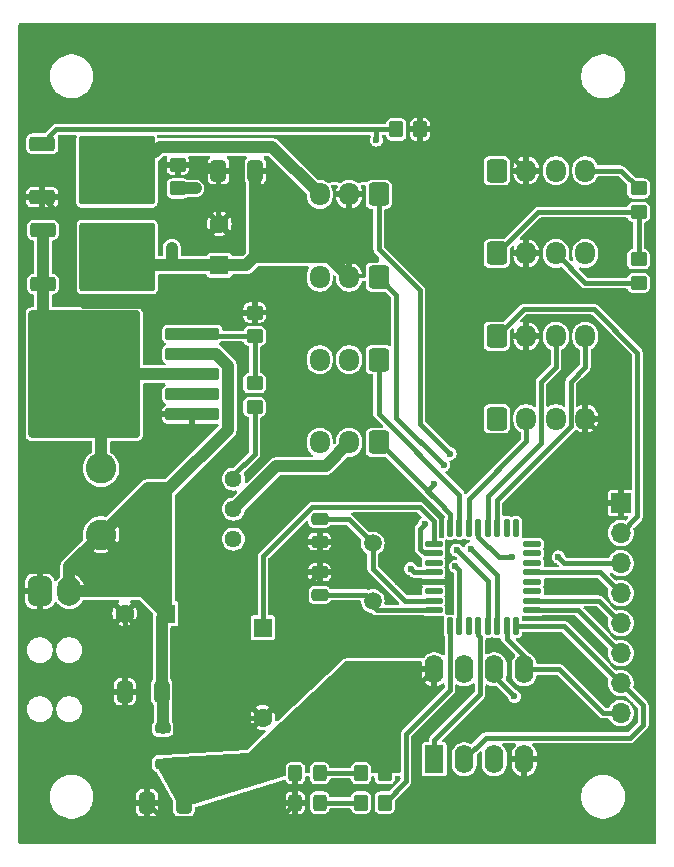
<source format=gbr>
%TF.GenerationSoftware,KiCad,Pcbnew,8.0.0-8.0.0-1~ubuntu20.04.1*%
%TF.CreationDate,2024-04-08T21:34:53+05:00*%
%TF.ProjectId,GammaAnomalain,47616d6d-6141-46e6-9f6d-616c61696e2e,rev?*%
%TF.SameCoordinates,Original*%
%TF.FileFunction,Copper,L1,Top*%
%TF.FilePolarity,Positive*%
%FSLAX46Y46*%
G04 Gerber Fmt 4.6, Leading zero omitted, Abs format (unit mm)*
G04 Created by KiCad (PCBNEW 8.0.0-8.0.0-1~ubuntu20.04.1) date 2024-04-08 21:34:53*
%MOMM*%
%LPD*%
G01*
G04 APERTURE LIST*
G04 Aperture macros list*
%AMRoundRect*
0 Rectangle with rounded corners*
0 $1 Rounding radius*
0 $2 $3 $4 $5 $6 $7 $8 $9 X,Y pos of 4 corners*
0 Add a 4 corners polygon primitive as box body*
4,1,4,$2,$3,$4,$5,$6,$7,$8,$9,$2,$3,0*
0 Add four circle primitives for the rounded corners*
1,1,$1+$1,$2,$3*
1,1,$1+$1,$4,$5*
1,1,$1+$1,$6,$7*
1,1,$1+$1,$8,$9*
0 Add four rect primitives between the rounded corners*
20,1,$1+$1,$2,$3,$4,$5,0*
20,1,$1+$1,$4,$5,$6,$7,0*
20,1,$1+$1,$6,$7,$8,$9,0*
20,1,$1+$1,$8,$9,$2,$3,0*%
%AMFreePoly0*
4,1,9,3.862500,-0.866500,0.737500,-0.866500,0.737500,-0.450000,-0.737500,-0.450000,-0.737500,0.450000,0.737500,0.450000,0.737500,0.866500,3.862500,0.866500,3.862500,-0.866500,3.862500,-0.866500,$1*%
G04 Aperture macros list end*
%TA.AperFunction,SMDPad,CuDef*%
%ADD10RoundRect,0.250000X-0.450000X0.350000X-0.450000X-0.350000X0.450000X-0.350000X0.450000X0.350000X0*%
%TD*%
%TA.AperFunction,ComponentPad*%
%ADD11R,1.600000X1.600000*%
%TD*%
%TA.AperFunction,ComponentPad*%
%ADD12C,1.600000*%
%TD*%
%TA.AperFunction,SMDPad,CuDef*%
%ADD13RoundRect,0.250000X0.450000X-0.350000X0.450000X0.350000X-0.450000X0.350000X-0.450000X-0.350000X0*%
%TD*%
%TA.AperFunction,SMDPad,CuDef*%
%ADD14RoundRect,0.250000X0.412500X0.650000X-0.412500X0.650000X-0.412500X-0.650000X0.412500X-0.650000X0*%
%TD*%
%TA.AperFunction,ComponentPad*%
%ADD15C,1.500000*%
%TD*%
%TA.AperFunction,ComponentPad*%
%ADD16RoundRect,0.250000X0.600000X0.725000X-0.600000X0.725000X-0.600000X-0.725000X0.600000X-0.725000X0*%
%TD*%
%TA.AperFunction,ComponentPad*%
%ADD17O,1.700000X1.950000*%
%TD*%
%TA.AperFunction,ComponentPad*%
%ADD18RoundRect,0.250000X-0.600000X-0.725000X0.600000X-0.725000X0.600000X0.725000X-0.600000X0.725000X0*%
%TD*%
%TA.AperFunction,SMDPad,CuDef*%
%ADD19RoundRect,0.250000X-0.350000X-0.450000X0.350000X-0.450000X0.350000X0.450000X-0.350000X0.450000X0*%
%TD*%
%TA.AperFunction,SMDPad,CuDef*%
%ADD20RoundRect,0.250000X2.050000X0.300000X-2.050000X0.300000X-2.050000X-0.300000X2.050000X-0.300000X0*%
%TD*%
%TA.AperFunction,SMDPad,CuDef*%
%ADD21RoundRect,0.250000X2.025000X2.375000X-2.025000X2.375000X-2.025000X-2.375000X2.025000X-2.375000X0*%
%TD*%
%TA.AperFunction,SMDPad,CuDef*%
%ADD22RoundRect,0.250002X4.449998X5.149998X-4.449998X5.149998X-4.449998X-5.149998X4.449998X-5.149998X0*%
%TD*%
%TA.AperFunction,ComponentPad*%
%ADD23C,2.600000*%
%TD*%
%TA.AperFunction,ComponentPad*%
%ADD24R,1.600000X2.400000*%
%TD*%
%TA.AperFunction,ComponentPad*%
%ADD25O,1.600000X2.400000*%
%TD*%
%TA.AperFunction,SMDPad,CuDef*%
%ADD26RoundRect,0.250000X0.475000X-0.250000X0.475000X0.250000X-0.475000X0.250000X-0.475000X-0.250000X0*%
%TD*%
%TA.AperFunction,SMDPad,CuDef*%
%ADD27RoundRect,0.250000X-0.325000X-0.450000X0.325000X-0.450000X0.325000X0.450000X-0.325000X0.450000X0*%
%TD*%
%TA.AperFunction,SMDPad,CuDef*%
%ADD28RoundRect,0.225000X0.425000X0.225000X-0.425000X0.225000X-0.425000X-0.225000X0.425000X-0.225000X0*%
%TD*%
%TA.AperFunction,SMDPad,CuDef*%
%ADD29FreePoly0,180.000000*%
%TD*%
%TA.AperFunction,SMDPad,CuDef*%
%ADD30RoundRect,0.250000X-0.850000X-0.350000X0.850000X-0.350000X0.850000X0.350000X-0.850000X0.350000X0*%
%TD*%
%TA.AperFunction,SMDPad,CuDef*%
%ADD31RoundRect,0.250000X-1.275000X-1.125000X1.275000X-1.125000X1.275000X1.125000X-1.275000X1.125000X0*%
%TD*%
%TA.AperFunction,SMDPad,CuDef*%
%ADD32RoundRect,0.249997X-2.950003X-2.650003X2.950003X-2.650003X2.950003X2.650003X-2.950003X2.650003X0*%
%TD*%
%TA.AperFunction,SMDPad,CuDef*%
%ADD33RoundRect,0.125000X-0.625000X-0.125000X0.625000X-0.125000X0.625000X0.125000X-0.625000X0.125000X0*%
%TD*%
%TA.AperFunction,SMDPad,CuDef*%
%ADD34RoundRect,0.125000X-0.125000X-0.625000X0.125000X-0.625000X0.125000X0.625000X-0.125000X0.625000X0*%
%TD*%
%TA.AperFunction,SMDPad,CuDef*%
%ADD35RoundRect,0.250000X-0.475000X0.250000X-0.475000X-0.250000X0.475000X-0.250000X0.475000X0.250000X0*%
%TD*%
%TA.AperFunction,ComponentPad*%
%ADD36C,1.440000*%
%TD*%
%TA.AperFunction,ComponentPad*%
%ADD37RoundRect,0.500000X0.500000X-0.750000X0.500000X0.750000X-0.500000X0.750000X-0.500000X-0.750000X0*%
%TD*%
%TA.AperFunction,ComponentPad*%
%ADD38O,2.000000X2.500000*%
%TD*%
%TA.AperFunction,ComponentPad*%
%ADD39R,1.700000X1.700000*%
%TD*%
%TA.AperFunction,ComponentPad*%
%ADD40O,1.700000X1.700000*%
%TD*%
%TA.AperFunction,ViaPad*%
%ADD41C,0.600000*%
%TD*%
%TA.AperFunction,Conductor*%
%ADD42C,0.400000*%
%TD*%
%TA.AperFunction,Conductor*%
%ADD43C,1.000000*%
%TD*%
G04 APERTURE END LIST*
D10*
%TO.P,R4,1*%
%TO.N,3V3*%
X152000000Y-69500000D03*
%TO.P,R4,2*%
%TO.N,SCL*%
X152000000Y-71500000D03*
%TD*%
D11*
%TO.P,C4,1*%
%TO.N,3V7*%
X112000000Y-99500000D03*
D12*
%TO.P,C4,2*%
%TO.N,GND*%
X108500000Y-99500000D03*
%TD*%
D13*
%TO.P,R2,1*%
%TO.N,Net-(R2-Pad1)*%
X119500000Y-82000000D03*
%TO.P,R2,2*%
%TO.N,Net-(U3-FB)*%
X119500000Y-80000000D03*
%TD*%
D14*
%TO.P,C3,1*%
%TO.N,3V7*%
X111625000Y-106100000D03*
%TO.P,C3,2*%
%TO.N,GND*%
X108500000Y-106100000D03*
%TD*%
D15*
%TO.P,Y1,1,1*%
%TO.N,XTAL0*%
X129500000Y-93550000D03*
%TO.P,Y1,2,2*%
%TO.N,XTAL1*%
X129500000Y-98430000D03*
%TD*%
D16*
%TO.P,J4,1,Pin_1*%
%TO.N,SERVOD*%
X130000000Y-64000000D03*
D17*
%TO.P,J4,2,Pin_2*%
%TO.N,SERVO_6V*%
X127500000Y-64000000D03*
%TO.P,J4,3,Pin_3*%
%TO.N,SERVO_GND*%
X125000000Y-64000000D03*
%TD*%
D18*
%TO.P,J7,1,Pin_1*%
%TO.N,3V3*%
X140000000Y-76000000D03*
D17*
%TO.P,J7,2,Pin_2*%
%TO.N,GND*%
X142500000Y-76000000D03*
%TO.P,J7,3,Pin_3*%
%TO.N,SCL*%
X145000000Y-76000000D03*
%TO.P,J7,4,Pin_4*%
%TO.N,SDA*%
X147500000Y-76000000D03*
%TD*%
D18*
%TO.P,J6,1,Pin_1*%
%TO.N,3V3*%
X140000000Y-69000000D03*
D17*
%TO.P,J6,2,Pin_2*%
%TO.N,GND*%
X142500000Y-69000000D03*
%TO.P,J6,3,Pin_3*%
%TO.N,SCL*%
X145000000Y-69000000D03*
%TO.P,J6,4,Pin_4*%
%TO.N,SDA*%
X147500000Y-69000000D03*
%TD*%
D19*
%TO.P,R3,1*%
%TO.N,SERVOEN*%
X131500000Y-58500000D03*
%TO.P,R3,2*%
%TO.N,GND*%
X133500000Y-58500000D03*
%TD*%
D20*
%TO.P,U3,1,GND*%
%TO.N,GND*%
X114225000Y-82625000D03*
%TO.P,U3,2,EN*%
%TO.N,unconnected-(U3-EN-Pad2)*%
X114225000Y-80925000D03*
%TO.P,U3,3,SW*%
%TO.N,Net-(D1-A)*%
X114225000Y-79225000D03*
D21*
X107500000Y-82000000D03*
X107500000Y-76450000D03*
D22*
X105075000Y-79225000D03*
D21*
X102650000Y-82000000D03*
X102650000Y-76450000D03*
D20*
%TO.P,U3,4,VIN*%
%TO.N,3V7*%
X114225000Y-77525000D03*
%TO.P,U3,5,FB*%
%TO.N,Net-(U3-FB)*%
X114225000Y-75825000D03*
%TD*%
D23*
%TO.P,L1,1*%
%TO.N,3V7*%
X106500000Y-92800000D03*
%TO.P,L1,2*%
%TO.N,Net-(D1-A)*%
X106500000Y-87200000D03*
%TD*%
D14*
%TO.P,C7,1*%
%TO.N,3V3*%
X113500000Y-115500000D03*
%TO.P,C7,2*%
%TO.N,GND*%
X110375000Y-115500000D03*
%TD*%
%TO.P,C6,1*%
%TO.N,SERVO_6V*%
X119562500Y-62000000D03*
%TO.P,C6,2*%
%TO.N,GND*%
X116437500Y-62000000D03*
%TD*%
D24*
%TO.P,U4,1,~{CS}*%
%TO.N,W25NE*%
X134700000Y-111825000D03*
D25*
%TO.P,U4,2,DO(IO1)*%
%TO.N,MISO*%
X137240000Y-111825000D03*
%TO.P,U4,3,IO2*%
%TO.N,3V3*%
X139780000Y-111825000D03*
%TO.P,U4,4,GND*%
%TO.N,GND*%
X142320000Y-111825000D03*
%TO.P,U4,5,DI(IO0)*%
%TO.N,MOSI*%
X142320000Y-104205000D03*
%TO.P,U4,6,CLK*%
%TO.N,SCK*%
X139780000Y-104205000D03*
%TO.P,U4,7,IO3*%
%TO.N,3V3*%
X137240000Y-104205000D03*
%TO.P,U4,8,VCC*%
X134700000Y-104205000D03*
%TD*%
D18*
%TO.P,J5,1,Pin_1*%
%TO.N,3V3*%
X140000000Y-62000000D03*
D17*
%TO.P,J5,2,Pin_2*%
%TO.N,GND*%
X142500000Y-62000000D03*
%TO.P,J5,3,Pin_3*%
%TO.N,SCL*%
X145000000Y-62000000D03*
%TO.P,J5,4,Pin_4*%
%TO.N,SDA*%
X147500000Y-62000000D03*
%TD*%
D13*
%TO.P,R1,1*%
%TO.N,Net-(U3-FB)*%
X119500000Y-76000000D03*
%TO.P,R1,2*%
%TO.N,GND*%
X119500000Y-74000000D03*
%TD*%
D11*
%TO.P,C5,1*%
%TO.N,SERVO_6V*%
X116500000Y-70000000D03*
D12*
%TO.P,C5,2*%
%TO.N,GND*%
X116500000Y-66500000D03*
%TD*%
D26*
%TO.P,C2,1*%
%TO.N,XTAL1*%
X125000000Y-97900000D03*
%TO.P,C2,2*%
%TO.N,GND*%
X125000000Y-96000000D03*
%TD*%
D16*
%TO.P,J1,1,Pin_1*%
%TO.N,SERVOA*%
X130000000Y-85000000D03*
D17*
%TO.P,J1,2,Pin_2*%
%TO.N,SERVO_6V*%
X127500000Y-85000000D03*
%TO.P,J1,3,Pin_3*%
%TO.N,SERVO_GND*%
X125000000Y-85000000D03*
%TD*%
D27*
%TO.P,D2,1,K*%
%TO.N,GND*%
X122950000Y-113000000D03*
%TO.P,D2,2,A*%
%TO.N,Net-(D2-A)*%
X125000000Y-113000000D03*
%TD*%
D16*
%TO.P,J3,1,Pin_1*%
%TO.N,SERVOC*%
X130000000Y-71000000D03*
D17*
%TO.P,J3,2,Pin_2*%
%TO.N,SERVO_6V*%
X127500000Y-71000000D03*
%TO.P,J3,3,Pin_3*%
%TO.N,SERVO_GND*%
X125000000Y-71000000D03*
%TD*%
D16*
%TO.P,J2,1,Pin_1*%
%TO.N,SERVOB*%
X130000000Y-78000000D03*
D17*
%TO.P,J2,2,Pin_2*%
%TO.N,SERVO_6V*%
X127500000Y-78000000D03*
%TO.P,J2,3,Pin_3*%
%TO.N,SERVO_GND*%
X125000000Y-78000000D03*
%TD*%
D27*
%TO.P,D3,1,K*%
%TO.N,GND*%
X122950000Y-115500000D03*
%TO.P,D3,2,A*%
%TO.N,Net-(D3-A)*%
X125000000Y-115500000D03*
%TD*%
D19*
%TO.P,R8,1*%
%TO.N,Net-(D3-A)*%
X128500000Y-115500000D03*
%TO.P,R8,2*%
%TO.N,LED0*%
X130500000Y-115500000D03*
%TD*%
D28*
%TO.P,U2,1,OUT*%
%TO.N,3V3*%
X111712500Y-112200000D03*
D29*
%TO.P,U2,2,GND*%
%TO.N,GND*%
X111625000Y-110700000D03*
D28*
%TO.P,U2,3,IN*%
%TO.N,3V7*%
X111712500Y-109200000D03*
%TD*%
D11*
%TO.P,BZ1,1,+*%
%TO.N,BUZ*%
X120200000Y-100700000D03*
D12*
%TO.P,BZ1,2,-*%
%TO.N,GND*%
X120200000Y-108300000D03*
%TD*%
D13*
%TO.P,R6,1*%
%TO.N,SERVO_6V*%
X113000000Y-63500000D03*
%TO.P,R6,2*%
%TO.N,GND*%
X113000000Y-61500000D03*
%TD*%
D30*
%TO.P,Q1,1,G*%
%TO.N,SERVOEN*%
X101525000Y-59695000D03*
D31*
%TO.P,Q1,2,D*%
%TO.N,SERVO_GND*%
X106150000Y-60450000D03*
X106150000Y-63500000D03*
D32*
X107825000Y-61975000D03*
D31*
X109500000Y-60450000D03*
X109500000Y-63500000D03*
D30*
%TO.P,Q1,3,S*%
%TO.N,GND*%
X101525000Y-64255000D03*
%TD*%
D33*
%TO.P,U1,1,OC2B/INT1/PD3*%
%TO.N,BUZ*%
X134650000Y-93600000D03*
%TO.P,U1,2,XCK/T0/DA0/PD4*%
%TO.N,SERVOEN*%
X134650000Y-94400000D03*
%TO.P,U1,3,OC1B/OC0A/PE4*%
%TO.N,unconnected-(U1-OC1B{slash}OC0A{slash}PE4-Pad3)*%
X134650000Y-95200000D03*
%TO.P,U1,4,VCC*%
%TO.N,3V3*%
X134650000Y-96000000D03*
%TO.P,U1,5,GND*%
%TO.N,GND*%
X134650000Y-96800000D03*
%TO.P,U1,6,AC10/OC1A/PE5*%
%TO.N,unconnected-(U1-AC10{slash}OC1A{slash}PE5-Pad6)*%
X134650000Y-97600000D03*
%TO.P,U1,7,XTAL0/PB6*%
%TO.N,XTAL0*%
X134650000Y-98400000D03*
%TO.P,U1,8,XTAL1/PB7*%
%TO.N,XTAL1*%
X134650000Y-99200000D03*
D34*
%TO.P,U1,9,OC0B/T1/RXD/PD5*%
%TO.N,LED0*%
X136025000Y-100575000D03*
%TO.P,U1,10,OC0A/AC0P/TXD/PD6*%
%TO.N,TXD6*%
X136825000Y-100575000D03*
%TO.P,U1,11,ACXN/PD7*%
%TO.N,unconnected-(U1-ACXN{slash}PD7-Pad11)*%
X137625000Y-100575000D03*
%TO.P,U1,12,CLCO/ICP1/PB0*%
%TO.N,W25NE*%
X138425000Y-100575000D03*
%TO.P,U1,13,OC1A/PB1*%
%TO.N,SERVOC*%
X139225000Y-100575000D03*
%TO.P,U1,14,SPSS/OC1B/PB2*%
%TO.N,SERVOD*%
X140025000Y-100575000D03*
%TO.P,U1,15,OC2A/MOSI/PB3*%
%TO.N,MOSI*%
X140825000Y-100575000D03*
%TO.P,U1,16,MISO/PB4*%
%TO.N,MISO*%
X141625000Y-100575000D03*
D33*
%TO.P,U1,17,ADC11/AC1P/SCK/PB5*%
%TO.N,SCK*%
X143000000Y-99200000D03*
%TO.P,U1,18,APN4/SWC/PE0*%
%TO.N,SWC*%
X143000000Y-98400000D03*
%TO.P,U1,19,ACXP/ADC6/PE1*%
%TO.N,unconnected-(U1-ACXP{slash}ADC6{slash}PE1-Pad19)*%
X143000000Y-97600000D03*
%TO.P,U1,20,AVREF/ADC10/PE6*%
%TO.N,unconnected-(U1-AVREF{slash}ADC10{slash}PE6-Pad20)*%
X143000000Y-96800000D03*
%TO.P,U1,21,SWD/PE2*%
%TO.N,SWD*%
X143000000Y-96000000D03*
%TO.P,U1,22,AC1N/ADC7/PE3*%
%TO.N,unconnected-(U1-AC1N{slash}ADC7{slash}PE3-Pad22)*%
X143000000Y-95200000D03*
%TO.P,U1,23,APP0/ADC0/PC0*%
%TO.N,unconnected-(U1-APP0{slash}ADC0{slash}PC0-Pad23)*%
X143000000Y-94400000D03*
%TO.P,U1,24,APP1/ADC1/PC1*%
%TO.N,unconnected-(U1-APP1{slash}ADC1{slash}PC1-Pad24)*%
X143000000Y-93600000D03*
D34*
%TO.P,U1,25,APN0ADC2/PC2*%
%TO.N,unconnected-(U1-APN0ADC2{slash}PC2-Pad25)*%
X141625000Y-92225000D03*
%TO.P,U1,26,APN1/ADC3/PC3*%
%TO.N,unconnected-(U1-APN1{slash}ADC3{slash}PC3-Pad26)*%
X140825000Y-92225000D03*
%TO.P,U1,27,SDA/ADC4/PC4*%
%TO.N,SDA*%
X140025000Y-92225000D03*
%TO.P,U1,28,SCL/ADC5/PC5*%
%TO.N,SCL*%
X139225000Y-92225000D03*
%TO.P,U1,29,RSTN/PC6*%
%TO.N,NRES*%
X138425000Y-92225000D03*
%TO.P,U1,30,RXD/PD0*%
%TO.N,RXD*%
X137625000Y-92225000D03*
%TO.P,U1,31,OC3A/TXD/PD1*%
%TO.N,SERVOB*%
X136825000Y-92225000D03*
%TO.P,U1,32,OC3B/INT0/PD2*%
%TO.N,SERVOA*%
X136025000Y-92225000D03*
%TD*%
D31*
%TO.P,D1,1,K*%
%TO.N,SERVO_6V*%
X106202500Y-67777500D03*
X106202500Y-70827500D03*
D32*
X107877500Y-69302500D03*
D31*
X109552500Y-67777500D03*
X109552500Y-70827500D03*
D30*
%TO.P,D1,2,A*%
%TO.N,Net-(D1-A)*%
X101577500Y-67022500D03*
X101577500Y-71582500D03*
%TD*%
D18*
%TO.P,J11,1,Pin_1*%
%TO.N,TXD6*%
X140000000Y-83000000D03*
D17*
%TO.P,J11,2,Pin_2*%
%TO.N,RXD*%
X142500000Y-83000000D03*
%TO.P,J11,3,Pin_3*%
%TO.N,SERVOA*%
X145000000Y-83000000D03*
%TO.P,J11,4,Pin_4*%
%TO.N,GND*%
X147500000Y-83000000D03*
%TD*%
D35*
%TO.P,C1,1*%
%TO.N,XTAL0*%
X125000000Y-91500000D03*
%TO.P,C1,2*%
%TO.N,GND*%
X125000000Y-93400000D03*
%TD*%
D13*
%TO.P,R5,1*%
%TO.N,3V3*%
X152000000Y-65500000D03*
%TO.P,R5,2*%
%TO.N,SDA*%
X152000000Y-63500000D03*
%TD*%
D36*
%TO.P,RV1,1,1*%
%TO.N,Net-(R2-Pad1)*%
X117700000Y-88100000D03*
%TO.P,RV1,2,2*%
%TO.N,SERVO_6V*%
X117700000Y-90640000D03*
%TO.P,RV1,3,3*%
%TO.N,unconnected-(RV1-Pad3)*%
X117700000Y-93180000D03*
%TD*%
D37*
%TO.P,J9,1,Pin_1*%
%TO.N,GND*%
X101300000Y-97600000D03*
D38*
%TO.P,J9,2,Pin_2*%
%TO.N,3V7*%
X103800000Y-97600000D03*
%TD*%
D39*
%TO.P,J8,1,Pin_1*%
%TO.N,GND*%
X150500000Y-90125000D03*
D40*
%TO.P,J8,2,Pin_2*%
%TO.N,3V3*%
X150500000Y-92665000D03*
%TO.P,J8,3,Pin_3*%
%TO.N,NRES*%
X150500000Y-95205000D03*
%TO.P,J8,4,Pin_4*%
%TO.N,SWD*%
X150500000Y-97745000D03*
%TO.P,J8,5,Pin_5*%
%TO.N,SWC*%
X150500000Y-100285000D03*
%TO.P,J8,6,Pin_6*%
%TO.N,SCK*%
X150500000Y-102825000D03*
%TO.P,J8,7,Pin_7*%
%TO.N,MISO*%
X150500000Y-105365000D03*
%TO.P,J8,8,Pin_8*%
%TO.N,MOSI*%
X150500000Y-107905000D03*
%TD*%
D19*
%TO.P,R7,1*%
%TO.N,Net-(D2-A)*%
X128500000Y-113000000D03*
%TO.P,R7,2*%
%TO.N,3V3*%
X130500000Y-113000000D03*
%TD*%
D41*
%TO.N,GND*%
X112500000Y-84000000D03*
X114500000Y-84000000D03*
X113500000Y-84000000D03*
X115500000Y-84000000D03*
X131600000Y-96800000D03*
X131600000Y-95800000D03*
%TO.N,SERVO_6V*%
X114500000Y-63500000D03*
X112500000Y-68500000D03*
%TO.N,3V3*%
X132700000Y-95700000D03*
%TO.N,SERVOA*%
X134700000Y-88500000D03*
%TO.N,SERVOC*%
X136600000Y-94100000D03*
X135500000Y-86900000D03*
%TO.N,SERVOD*%
X137800000Y-94000000D03*
X136050000Y-85950000D03*
%TO.N,NRES*%
X141300000Y-94700000D03*
X145200000Y-94700000D03*
%TO.N,TXD6*%
X136500000Y-95500000D03*
%TO.N,SERVOEN*%
X133900000Y-91900000D03*
X129800000Y-59400000D03*
%TO.N,SCK*%
X141500000Y-106500000D03*
%TD*%
D42*
%TO.N,XTAL0*%
X127450000Y-91500000D02*
X129500000Y-93550000D01*
X129500000Y-95689950D02*
X132210050Y-98400000D01*
X129500000Y-93550000D02*
X129500000Y-95689950D01*
X125000000Y-91500000D02*
X127450000Y-91500000D01*
X132210050Y-98400000D02*
X134650000Y-98400000D01*
%TO.N,GND*%
X131600000Y-96800000D02*
X134650000Y-96800000D01*
X110375000Y-110700000D02*
X111625000Y-110700000D01*
X119500000Y-74000000D02*
X117800000Y-74000000D01*
X108500000Y-99500000D02*
X108500000Y-106100000D01*
X114225000Y-82625000D02*
X114225000Y-83725000D01*
X103500000Y-72000000D02*
X103500000Y-66230000D01*
X117225000Y-73425000D02*
X104925000Y-73425000D01*
X150500000Y-90125000D02*
X150500000Y-86000000D01*
X115500000Y-65500000D02*
X102770000Y-65500000D01*
X101300000Y-95595836D02*
X101300000Y-97600000D01*
X131600000Y-96800000D02*
X131600000Y-95800000D01*
X111625000Y-110700000D02*
X108800000Y-110700000D01*
X120200000Y-108300000D02*
X123875000Y-104625000D01*
X117800000Y-74000000D02*
X117225000Y-73425000D01*
X110375000Y-115500000D02*
X110375000Y-110700000D01*
X123875000Y-104625000D02*
X123875000Y-97125000D01*
X103500000Y-66230000D02*
X101525000Y-64255000D01*
X116437500Y-62000000D02*
X116437500Y-66437500D01*
X112500000Y-84000000D02*
X101300000Y-95595836D01*
X108800000Y-110700000D02*
X108500000Y-111000000D01*
X139000000Y-58500000D02*
X142500000Y-62000000D01*
X114225000Y-83725000D02*
X114500000Y-84000000D01*
X133500000Y-58500000D02*
X139000000Y-58500000D01*
X115937500Y-61500000D02*
X116437500Y-62000000D01*
X113000000Y-61500000D02*
X115937500Y-61500000D01*
X102770000Y-65500000D02*
X101525000Y-64255000D01*
X111625000Y-110700000D02*
X114200000Y-110700000D01*
X111675000Y-116800000D02*
X110375000Y-115500000D01*
X114200000Y-110700000D02*
X116600000Y-108300000D01*
X116600000Y-108300000D02*
X120200000Y-108300000D01*
X108500000Y-110700000D02*
X111625000Y-110700000D01*
X104925000Y-73425000D02*
X103500000Y-72000000D01*
X122950000Y-113000000D02*
X122950000Y-115500000D01*
X116500000Y-66500000D02*
X115500000Y-65500000D01*
X125000000Y-93400000D02*
X125000000Y-96000000D01*
X122950000Y-115500000D02*
X121650000Y-116800000D01*
X116437500Y-66437500D02*
X116500000Y-66500000D01*
X108500000Y-106100000D02*
X108500000Y-110700000D01*
X123875000Y-97125000D02*
X125000000Y-96000000D01*
X150500000Y-86000000D02*
X147500000Y-83000000D01*
X121650000Y-116800000D02*
X111675000Y-116800000D01*
%TO.N,XTAL1*%
X134650000Y-99200000D02*
X129820000Y-99200000D01*
X128970000Y-97900000D02*
X129500000Y-98430000D01*
X129500000Y-98430000D02*
X129500000Y-98880000D01*
X125000000Y-97900000D02*
X128970000Y-97900000D01*
X129500000Y-98880000D02*
X129820000Y-99200000D01*
D43*
%TO.N,3V7*%
X111100000Y-98600000D02*
X112000000Y-99500000D01*
X112269238Y-88869238D02*
X117225000Y-83913477D01*
X110100000Y-97600000D02*
X111100000Y-98600000D01*
X111712500Y-106187500D02*
X111625000Y-106100000D01*
X112000000Y-89138476D02*
X112269238Y-88869238D01*
X111625000Y-106100000D02*
X111625000Y-99875000D01*
X116225430Y-77525000D02*
X114225000Y-77525000D01*
X112000000Y-99500000D02*
X112000000Y-89138476D01*
X117225000Y-83913477D02*
X117225000Y-78524570D01*
X103800000Y-97600000D02*
X110100000Y-97600000D01*
X106500000Y-92800000D02*
X109200000Y-95500000D01*
X103800000Y-95500000D02*
X106500000Y-92800000D01*
X111712500Y-109200000D02*
X111712500Y-106187500D01*
X109200000Y-95500000D02*
X109200000Y-96700000D01*
X111625000Y-99875000D02*
X112000000Y-99500000D01*
X106500000Y-92800000D02*
X110430762Y-88869238D01*
X110430762Y-88869238D02*
X112269238Y-88869238D01*
X109200000Y-96700000D02*
X111100000Y-98600000D01*
X117225000Y-78524570D02*
X116225430Y-77525000D01*
X103800000Y-97600000D02*
X103800000Y-95500000D01*
%TO.N,SERVO_6V*%
X110380000Y-70000000D02*
X109552500Y-70827500D01*
X118800000Y-70000000D02*
X116500000Y-70000000D01*
X113000000Y-63500000D02*
X114500000Y-63500000D01*
X112500000Y-70000000D02*
X110380000Y-70000000D01*
X125825000Y-69325000D02*
X119475000Y-69325000D01*
X119475000Y-69325000D02*
X118800000Y-70000000D01*
X119562500Y-69262500D02*
X119500000Y-69325000D01*
X117700000Y-90640000D02*
X121340000Y-87000000D01*
X125500000Y-87000000D02*
X127500000Y-85000000D01*
X116500000Y-70000000D02*
X112500000Y-70000000D01*
X121340000Y-87000000D02*
X125500000Y-87000000D01*
X119562500Y-62000000D02*
X119562500Y-69262500D01*
X112500000Y-68500000D02*
X112500000Y-70000000D01*
X127500000Y-71000000D02*
X125825000Y-69325000D01*
D42*
%TO.N,3V3*%
X152000000Y-65500000D02*
X143500000Y-65500000D01*
X113500000Y-113000000D02*
X112700000Y-112200000D01*
X113500000Y-115500000D02*
X113500000Y-113000000D01*
X119300000Y-112200000D02*
X127295000Y-104205000D01*
X152000000Y-69500000D02*
X152000000Y-65500000D01*
X130500000Y-108405000D02*
X134700000Y-104205000D01*
X112700000Y-112200000D02*
X111712500Y-112200000D01*
X133000000Y-96000000D02*
X132700000Y-95700000D01*
X111712500Y-112200000D02*
X119300000Y-112200000D01*
X148200000Y-73700000D02*
X151900000Y-77400000D01*
X130500000Y-113000000D02*
X130500000Y-108405000D01*
X151900000Y-91265000D02*
X150500000Y-92665000D01*
X127295000Y-104205000D02*
X134700000Y-104205000D01*
X142300000Y-73700000D02*
X148200000Y-73700000D01*
X151900000Y-77400000D02*
X151900000Y-91265000D01*
X143500000Y-65500000D02*
X140000000Y-69000000D01*
X134650000Y-96000000D02*
X133000000Y-96000000D01*
X140000000Y-76000000D02*
X142300000Y-73700000D01*
D43*
%TO.N,SERVO_GND*%
X111050000Y-60450000D02*
X109500000Y-60450000D01*
X125000000Y-64000000D02*
X121000000Y-60000000D01*
X111500000Y-60000000D02*
X111050000Y-60450000D01*
X121000000Y-60000000D02*
X111500000Y-60000000D01*
D42*
%TO.N,Net-(U3-FB)*%
X114400000Y-76000000D02*
X114225000Y-75825000D01*
X119500000Y-76000000D02*
X119500000Y-80000000D01*
X119500000Y-76000000D02*
X114400000Y-76000000D01*
D43*
%TO.N,Net-(D1-A)*%
X101577500Y-67022500D02*
X101577500Y-75377500D01*
X101577500Y-75377500D02*
X102650000Y-76450000D01*
X106500000Y-83000000D02*
X107500000Y-82000000D01*
X114225000Y-79225000D02*
X105075000Y-79225000D01*
X106500000Y-87200000D02*
X106500000Y-83000000D01*
D42*
%TO.N,Net-(D2-A)*%
X128500000Y-113000000D02*
X125022500Y-113000000D01*
X125022500Y-113000000D02*
X125000000Y-113022500D01*
%TO.N,LED0*%
X136025000Y-105975000D02*
X136025000Y-100575000D01*
X130500000Y-115500000D02*
X132300000Y-113700000D01*
X132300000Y-113700000D02*
X132300000Y-109700000D01*
X132300000Y-109700000D02*
X136025000Y-105975000D01*
%TO.N,SERVOA*%
X134100000Y-89100000D02*
X135000000Y-90000000D01*
X136025000Y-91025000D02*
X135000000Y-90000000D01*
X136025000Y-92225000D02*
X136025000Y-91025000D01*
X135000000Y-90000000D02*
X130000000Y-85000000D01*
X134700000Y-88500000D02*
X134100000Y-89100000D01*
%TO.N,SERVOB*%
X130000000Y-82600000D02*
X130000000Y-78000000D01*
X136825000Y-89425000D02*
X130000000Y-82600000D01*
X136825000Y-92225000D02*
X136825000Y-89425000D01*
%TO.N,SERVOC*%
X139225000Y-100575000D02*
X139225000Y-96725000D01*
X139225000Y-96725000D02*
X136600000Y-94100000D01*
X131500000Y-72500000D02*
X130000000Y-71000000D01*
X135500000Y-86900000D02*
X131500000Y-82900000D01*
X131500000Y-82900000D02*
X131500000Y-72500000D01*
%TO.N,SERVOD*%
X140025000Y-96225000D02*
X137800000Y-94000000D01*
X136050000Y-85950000D02*
X133500000Y-83400000D01*
X130000000Y-68600000D02*
X130000000Y-64000000D01*
X133500000Y-83400000D02*
X133500000Y-72100000D01*
X140025000Y-100575000D02*
X140025000Y-96225000D01*
X133500000Y-72100000D02*
X130000000Y-68600000D01*
%TO.N,SCL*%
X143750000Y-85050000D02*
X143750000Y-79850000D01*
X139225000Y-89575000D02*
X143750000Y-85050000D01*
X147500000Y-71500000D02*
X145000000Y-69000000D01*
X139225000Y-92225000D02*
X139225000Y-89575000D01*
X145000000Y-78600000D02*
X145000000Y-76000000D01*
X152000000Y-71500000D02*
X147500000Y-71500000D01*
X143750000Y-79850000D02*
X145000000Y-78600000D01*
%TO.N,SDA*%
X147500000Y-76000000D02*
X147500000Y-78600000D01*
X147500000Y-78600000D02*
X146250000Y-79850000D01*
X150500000Y-62000000D02*
X147500000Y-62000000D01*
X140025000Y-89867767D02*
X140025000Y-92225000D01*
X146250000Y-79850000D02*
X146250000Y-83642767D01*
X146250000Y-83642767D02*
X140025000Y-89867767D01*
X152000000Y-63500000D02*
X150500000Y-62000000D01*
%TO.N,SWC*%
X150500000Y-100285000D02*
X148615000Y-98400000D01*
X148615000Y-98400000D02*
X143000000Y-98400000D01*
%TO.N,SWD*%
X148755000Y-96000000D02*
X143000000Y-96000000D01*
X150500000Y-97745000D02*
X148755000Y-96000000D01*
%TO.N,NRES*%
X140150001Y-94700000D02*
X141300000Y-94700000D01*
X138425000Y-92974999D02*
X140150001Y-94700000D01*
X138425000Y-92225000D02*
X138425000Y-92974999D01*
X145200000Y-94700000D02*
X145705000Y-95205000D01*
X145705000Y-95205000D02*
X150500000Y-95205000D01*
%TO.N,RXD*%
X137625000Y-89775000D02*
X142500000Y-84900000D01*
X142500000Y-84900000D02*
X142500000Y-83000000D01*
X137625000Y-92225000D02*
X137625000Y-89775000D01*
%TO.N,TXD6*%
X136825000Y-95825000D02*
X136500000Y-95500000D01*
X136825000Y-100575000D02*
X136825000Y-95825000D01*
%TO.N,SERVOEN*%
X133500000Y-93999999D02*
X133900001Y-94400000D01*
X133900001Y-94400000D02*
X134650000Y-94400000D01*
X133900000Y-91900000D02*
X133500000Y-92300000D01*
X101525000Y-59695000D02*
X102720000Y-58500000D01*
X129800000Y-59400000D02*
X129800000Y-58500000D01*
X129800000Y-58500000D02*
X131500000Y-58500000D01*
X133500000Y-92300000D02*
X133500000Y-93999999D01*
X102720000Y-58500000D02*
X129800000Y-58500000D01*
%TO.N,MISO*%
X152400000Y-107265000D02*
X150500000Y-105365000D01*
X137240000Y-111825000D02*
X139065000Y-110000000D01*
X145710000Y-100575000D02*
X141625000Y-100575000D01*
X152400000Y-108900000D02*
X152400000Y-107265000D01*
X151300000Y-110000000D02*
X152400000Y-108900000D01*
X150500000Y-105365000D02*
X145710000Y-100575000D01*
X139065000Y-110000000D02*
X151300000Y-110000000D01*
%TO.N,SCK*%
X139780000Y-104780000D02*
X141500000Y-106500000D01*
X146875000Y-99200000D02*
X143000000Y-99200000D01*
X139780000Y-104205000D02*
X139780000Y-104780000D01*
X150500000Y-102825000D02*
X146875000Y-99200000D01*
%TO.N,W25NE*%
X138580000Y-106320000D02*
X134700000Y-110200000D01*
X134700000Y-110200000D02*
X134700000Y-111825000D01*
X138580000Y-101479999D02*
X138580000Y-106320000D01*
X138425000Y-101324999D02*
X138580000Y-101479999D01*
X138425000Y-100575000D02*
X138425000Y-101324999D01*
%TO.N,MOSI*%
X145305000Y-104205000D02*
X149005000Y-107905000D01*
X149005000Y-107905000D02*
X150500000Y-107905000D01*
X142320000Y-104205000D02*
X142320000Y-103120000D01*
X142320000Y-104205000D02*
X145305000Y-104205000D01*
X142320000Y-103120000D02*
X140825000Y-101625000D01*
X140825000Y-101625000D02*
X140825000Y-100575000D01*
%TO.N,BUZ*%
X124374570Y-90474264D02*
X133464214Y-90474264D01*
X134650000Y-91660050D02*
X134650000Y-93600000D01*
X133464214Y-90474264D02*
X134650000Y-91660050D01*
X120200000Y-94648834D02*
X124374570Y-90474264D01*
X120200000Y-100700000D02*
X120200000Y-94648834D01*
%TO.N,Net-(R2-Pad1)*%
X119500000Y-86000000D02*
X119500000Y-82000000D01*
X117700000Y-88100000D02*
X117700000Y-87800000D01*
X117700000Y-87800000D02*
X119500000Y-86000000D01*
%TO.N,Net-(D3-A)*%
X128500000Y-115500000D02*
X125000000Y-115500000D01*
%TD*%
%TA.AperFunction,Conductor*%
%TO.N,3V3*%
G36*
X133606042Y-103519685D02*
G01*
X133651797Y-103572489D01*
X133661741Y-103641647D01*
X133660620Y-103648191D01*
X133650000Y-103701579D01*
X133650000Y-103955000D01*
X134384314Y-103955000D01*
X134379920Y-103959394D01*
X134327259Y-104050606D01*
X134300000Y-104152339D01*
X134300000Y-104257661D01*
X134327259Y-104359394D01*
X134379920Y-104450606D01*
X134384314Y-104455000D01*
X133650000Y-104455000D01*
X133650000Y-104708420D01*
X133690348Y-104911266D01*
X133690350Y-104911274D01*
X133769500Y-105102358D01*
X133769505Y-105102368D01*
X133884410Y-105274335D01*
X133884413Y-105274339D01*
X134030660Y-105420586D01*
X134030664Y-105420589D01*
X134202631Y-105535494D01*
X134202641Y-105535499D01*
X134393723Y-105614648D01*
X134393725Y-105614649D01*
X134450000Y-105625842D01*
X134450000Y-104520686D01*
X134454394Y-104525080D01*
X134545606Y-104577741D01*
X134647339Y-104605000D01*
X134752661Y-104605000D01*
X134854394Y-104577741D01*
X134945606Y-104525080D01*
X134950000Y-104520686D01*
X134950000Y-105625842D01*
X135006274Y-105614649D01*
X135006276Y-105614648D01*
X135197358Y-105535499D01*
X135197368Y-105535494D01*
X135369332Y-105420591D01*
X135371831Y-105418541D01*
X135373397Y-105417875D01*
X135374401Y-105417205D01*
X135374528Y-105417395D01*
X135436140Y-105391225D01*
X135505008Y-105403014D01*
X135556570Y-105450163D01*
X135574500Y-105514391D01*
X135574500Y-105737035D01*
X135554815Y-105804074D01*
X135538181Y-105824716D01*
X131939513Y-109423383D01*
X131939509Y-109423389D01*
X131880201Y-109526112D01*
X131880200Y-109526117D01*
X131849500Y-109640691D01*
X131849500Y-112876000D01*
X131829815Y-112943039D01*
X131777011Y-112988794D01*
X131725500Y-113000000D01*
X129474499Y-113000000D01*
X129407460Y-112980315D01*
X129361705Y-112927511D01*
X129350499Y-112876000D01*
X129350499Y-112502129D01*
X129350498Y-112502123D01*
X129350497Y-112502116D01*
X129344091Y-112442517D01*
X129301552Y-112328465D01*
X129293797Y-112307671D01*
X129293793Y-112307664D01*
X129207547Y-112192455D01*
X129207544Y-112192452D01*
X129092335Y-112106206D01*
X129092328Y-112106202D01*
X128957482Y-112055908D01*
X128957483Y-112055908D01*
X128897883Y-112049501D01*
X128897881Y-112049500D01*
X128897873Y-112049500D01*
X128897864Y-112049500D01*
X128102129Y-112049500D01*
X128102123Y-112049501D01*
X128042516Y-112055908D01*
X127907671Y-112106202D01*
X127907664Y-112106206D01*
X127792455Y-112192452D01*
X127792452Y-112192455D01*
X127706206Y-112307664D01*
X127706202Y-112307671D01*
X127655908Y-112442517D01*
X127654126Y-112450062D01*
X127651853Y-112449525D01*
X127629571Y-112503312D01*
X127572177Y-112543157D01*
X127533024Y-112549500D01*
X125941977Y-112549500D01*
X125874938Y-112529815D01*
X125829183Y-112477011D01*
X125821733Y-112449865D01*
X125820876Y-112450068D01*
X125819092Y-112442520D01*
X125819089Y-112442513D01*
X125803055Y-112399522D01*
X125768797Y-112307671D01*
X125768793Y-112307664D01*
X125682547Y-112192455D01*
X125682544Y-112192452D01*
X125567335Y-112106206D01*
X125567328Y-112106202D01*
X125432486Y-112055910D01*
X125432485Y-112055909D01*
X125432483Y-112055909D01*
X125372873Y-112049500D01*
X125372863Y-112049500D01*
X124627129Y-112049500D01*
X124627123Y-112049501D01*
X124567516Y-112055908D01*
X124432671Y-112106202D01*
X124432664Y-112106206D01*
X124317455Y-112192452D01*
X124317452Y-112192455D01*
X124231206Y-112307664D01*
X124231202Y-112307671D01*
X124181029Y-112442195D01*
X124180909Y-112442517D01*
X124174500Y-112502127D01*
X124174500Y-112876002D01*
X124154817Y-112943039D01*
X124102013Y-112988794D01*
X124050501Y-113000000D01*
X123899499Y-113000000D01*
X123832460Y-112980315D01*
X123786705Y-112927511D01*
X123775499Y-112876000D01*
X123775499Y-112502129D01*
X123775498Y-112502123D01*
X123775497Y-112502116D01*
X123769091Y-112442517D01*
X123726552Y-112328465D01*
X123718797Y-112307671D01*
X123718793Y-112307664D01*
X123632547Y-112192455D01*
X123632544Y-112192452D01*
X123517335Y-112106206D01*
X123517328Y-112106202D01*
X123382486Y-112055910D01*
X123382485Y-112055909D01*
X123382483Y-112055909D01*
X123322873Y-112049500D01*
X123322863Y-112049500D01*
X122577129Y-112049500D01*
X122577123Y-112049501D01*
X122517516Y-112055908D01*
X122382671Y-112106202D01*
X122382664Y-112106206D01*
X122267455Y-112192452D01*
X122267452Y-112192455D01*
X122181206Y-112307664D01*
X122181202Y-112307671D01*
X122130908Y-112442517D01*
X122124501Y-112502116D01*
X122124501Y-112502123D01*
X122124500Y-112502135D01*
X122124500Y-113148400D01*
X122104815Y-113215439D01*
X122052011Y-113261194D01*
X122037138Y-113266864D01*
X113297116Y-115969963D01*
X113227254Y-115970965D01*
X113167940Y-115934038D01*
X113151500Y-115910658D01*
X111330834Y-112556800D01*
X111316151Y-112488494D01*
X111328902Y-112442195D01*
X111667820Y-111764359D01*
X111715405Y-111713204D01*
X111771847Y-111696008D01*
X118900000Y-111300000D01*
X127264317Y-103533133D01*
X127326838Y-103501941D01*
X127348693Y-103500000D01*
X133539003Y-103500000D01*
X133606042Y-103519685D01*
G37*
%TD.AperFunction*%
%TD*%
%TA.AperFunction,Conductor*%
%TO.N,3V7*%
G36*
X111844192Y-88819685D02*
G01*
X111889947Y-88872489D01*
X111901148Y-88922841D01*
X111989017Y-98324841D01*
X111969959Y-98392062D01*
X111917585Y-98438308D01*
X111865022Y-98450000D01*
X111175373Y-98450000D01*
X111102459Y-98464503D01*
X111102455Y-98464505D01*
X111009606Y-98526545D01*
X111007712Y-98523711D01*
X110964208Y-98547457D01*
X110894517Y-98542460D01*
X110857173Y-98520434D01*
X109900001Y-97700001D01*
X109900000Y-97700000D01*
X109899998Y-97700000D01*
X105093000Y-97700000D01*
X104290843Y-97700000D01*
X104300000Y-97665826D01*
X104300000Y-97534174D01*
X104265925Y-97407007D01*
X104233012Y-97350000D01*
X105050000Y-97350000D01*
X105050000Y-97251617D01*
X105019221Y-97057294D01*
X104958418Y-96870164D01*
X104869095Y-96694856D01*
X104753444Y-96535678D01*
X104614321Y-96396555D01*
X104455143Y-96280904D01*
X104279835Y-96191581D01*
X104092705Y-96130778D01*
X103904602Y-96100985D01*
X103841467Y-96071056D01*
X103804536Y-96011744D01*
X103800000Y-95978512D01*
X103800000Y-95451361D01*
X103819685Y-95384322D01*
X103836314Y-95363685D01*
X105991321Y-93208677D01*
X105995112Y-93214351D01*
X106085649Y-93304888D01*
X106192110Y-93376022D01*
X106252511Y-93401041D01*
X105592057Y-94061494D01*
X105794138Y-94185331D01*
X106019542Y-94278696D01*
X106256780Y-94335651D01*
X106256779Y-94335651D01*
X106500000Y-94354792D01*
X106743219Y-94335651D01*
X106980457Y-94278696D01*
X107205861Y-94185331D01*
X107407941Y-94061495D01*
X107407941Y-94061494D01*
X106747489Y-93401041D01*
X106807890Y-93376022D01*
X106914351Y-93304888D01*
X107004888Y-93214351D01*
X107076022Y-93107890D01*
X107101041Y-93047488D01*
X107761494Y-93707941D01*
X107761495Y-93707941D01*
X107885331Y-93505861D01*
X107978696Y-93280457D01*
X108035651Y-93043219D01*
X108054792Y-92800000D01*
X108035651Y-92556780D01*
X107978696Y-92319542D01*
X107885331Y-92094138D01*
X107761494Y-91892057D01*
X107101041Y-92552510D01*
X107076022Y-92492110D01*
X107004888Y-92385649D01*
X106914351Y-92295112D01*
X106908677Y-92291321D01*
X110363681Y-88836319D01*
X110425004Y-88802834D01*
X110451362Y-88800000D01*
X111777153Y-88800000D01*
X111844192Y-88819685D01*
G37*
%TD.AperFunction*%
%TD*%
%TA.AperFunction,Conductor*%
%TO.N,SERVO_6V*%
G36*
X120704809Y-60770185D02*
G01*
X120725451Y-60786819D01*
X123863181Y-63924548D01*
X123896666Y-63985871D01*
X123899500Y-64012229D01*
X123899500Y-64211610D01*
X123926579Y-64382585D01*
X123926598Y-64382701D01*
X123980127Y-64547445D01*
X124058768Y-64701788D01*
X124160586Y-64841928D01*
X124283072Y-64964414D01*
X124423212Y-65066232D01*
X124577555Y-65144873D01*
X124742299Y-65198402D01*
X124913389Y-65225500D01*
X124913390Y-65225500D01*
X125086610Y-65225500D01*
X125086611Y-65225500D01*
X125257701Y-65198402D01*
X125422445Y-65144873D01*
X125576788Y-65066232D01*
X125716928Y-64964414D01*
X125839414Y-64841928D01*
X125941232Y-64701788D01*
X126019873Y-64547445D01*
X126073402Y-64382701D01*
X126100500Y-64211611D01*
X126100500Y-63788389D01*
X126073402Y-63617299D01*
X126019873Y-63452555D01*
X125983054Y-63380294D01*
X125970159Y-63311625D01*
X125996436Y-63246885D01*
X126053542Y-63206628D01*
X126093540Y-63200000D01*
X126407021Y-63200000D01*
X126474060Y-63219685D01*
X126519815Y-63272489D01*
X126529759Y-63341647D01*
X126517506Y-63380295D01*
X126480591Y-63452742D01*
X126427086Y-63617414D01*
X126406086Y-63750000D01*
X127095854Y-63750000D01*
X127057370Y-63816657D01*
X127025000Y-63937465D01*
X127025000Y-64062535D01*
X127057370Y-64183343D01*
X127095854Y-64250000D01*
X126406086Y-64250000D01*
X126427086Y-64382585D01*
X126480591Y-64547257D01*
X126559195Y-64701524D01*
X126660967Y-64841602D01*
X126783397Y-64964032D01*
X126923475Y-65065804D01*
X127077744Y-65144408D01*
X127242415Y-65197914D01*
X127242414Y-65197914D01*
X127249999Y-65199115D01*
X127250000Y-65199114D01*
X127250000Y-64404145D01*
X127316657Y-64442630D01*
X127437465Y-64475000D01*
X127562535Y-64475000D01*
X127683343Y-64442630D01*
X127750000Y-64404145D01*
X127750000Y-65199115D01*
X127757584Y-65197914D01*
X127922255Y-65144408D01*
X128076524Y-65065804D01*
X128216602Y-64964032D01*
X128339032Y-64841602D01*
X128440804Y-64701524D01*
X128519408Y-64547257D01*
X128572913Y-64382585D01*
X128593914Y-64250000D01*
X127904146Y-64250000D01*
X127942630Y-64183343D01*
X127975000Y-64062535D01*
X127975000Y-63937465D01*
X127942630Y-63816657D01*
X127904146Y-63750000D01*
X128593914Y-63750000D01*
X128572913Y-63617414D01*
X128519408Y-63452742D01*
X128482494Y-63380295D01*
X128469598Y-63311626D01*
X128495874Y-63246885D01*
X128552981Y-63206628D01*
X128592979Y-63200000D01*
X128775500Y-63200000D01*
X128842539Y-63219685D01*
X128888294Y-63272489D01*
X128899500Y-63324000D01*
X128899500Y-64772870D01*
X128899501Y-64772876D01*
X128905908Y-64832483D01*
X128956202Y-64967328D01*
X128956206Y-64967335D01*
X129042452Y-65082544D01*
X129042455Y-65082547D01*
X129157664Y-65168793D01*
X129157671Y-65168797D01*
X129202618Y-65185561D01*
X129292517Y-65219091D01*
X129352127Y-65225500D01*
X129425500Y-65225499D01*
X129492538Y-65245183D01*
X129538294Y-65297986D01*
X129549500Y-65349499D01*
X129549500Y-68659308D01*
X129573712Y-68749672D01*
X129580200Y-68773885D01*
X129580200Y-68773886D01*
X129580201Y-68773887D01*
X129639511Y-68876614D01*
X129639513Y-68876616D01*
X129963681Y-69200784D01*
X129997166Y-69262107D01*
X130000000Y-69288465D01*
X130000000Y-69650500D01*
X129980315Y-69717539D01*
X129927511Y-69763294D01*
X129876000Y-69774500D01*
X129352129Y-69774500D01*
X129352123Y-69774501D01*
X129292516Y-69780908D01*
X129157671Y-69831202D01*
X129157664Y-69831206D01*
X129042455Y-69917452D01*
X129042452Y-69917455D01*
X128956206Y-70032664D01*
X128956202Y-70032671D01*
X128905908Y-70167517D01*
X128899501Y-70227116D01*
X128899500Y-70227135D01*
X128899500Y-70923003D01*
X128879815Y-70990042D01*
X128827011Y-71035797D01*
X128780266Y-71046911D01*
X128643001Y-71052191D01*
X128643000Y-71052192D01*
X127970844Y-71078044D01*
X127975000Y-71062535D01*
X127975000Y-70937465D01*
X127942630Y-70816657D01*
X127904146Y-70750000D01*
X128593914Y-70750000D01*
X128572913Y-70617414D01*
X128519408Y-70452742D01*
X128440804Y-70298475D01*
X128339032Y-70158397D01*
X128216602Y-70035967D01*
X128076524Y-69934195D01*
X127922257Y-69855591D01*
X127757589Y-69802087D01*
X127757581Y-69802085D01*
X127750000Y-69800884D01*
X127750000Y-70595854D01*
X127683343Y-70557370D01*
X127562535Y-70525000D01*
X127437465Y-70525000D01*
X127316657Y-70557370D01*
X127250000Y-70595854D01*
X127250000Y-69800884D01*
X127249999Y-69800884D01*
X127242418Y-69802085D01*
X127242410Y-69802087D01*
X127077742Y-69855591D01*
X126923475Y-69934195D01*
X126783401Y-70035964D01*
X126675525Y-70143840D01*
X126614202Y-70177324D01*
X126544510Y-70172340D01*
X126497547Y-70141143D01*
X126178433Y-69802085D01*
X125800000Y-69400000D01*
X125799999Y-69400000D01*
X119124000Y-69400000D01*
X119056961Y-69380315D01*
X119011206Y-69327511D01*
X119000000Y-69276000D01*
X119000000Y-63274000D01*
X119019685Y-63206961D01*
X119072489Y-63161206D01*
X119124000Y-63150000D01*
X119312500Y-63150000D01*
X119312500Y-62250000D01*
X119812500Y-62250000D01*
X119812500Y-63150000D01*
X120022828Y-63150000D01*
X120022844Y-63149999D01*
X120082372Y-63143598D01*
X120082379Y-63143596D01*
X120217086Y-63093354D01*
X120217093Y-63093350D01*
X120332187Y-63007190D01*
X120332190Y-63007187D01*
X120418350Y-62892093D01*
X120418354Y-62892086D01*
X120468596Y-62757379D01*
X120468598Y-62757372D01*
X120474999Y-62697844D01*
X120475000Y-62697827D01*
X120475000Y-62250000D01*
X119812500Y-62250000D01*
X119312500Y-62250000D01*
X119312500Y-61874000D01*
X119332185Y-61806961D01*
X119384989Y-61761206D01*
X119436500Y-61750000D01*
X120475000Y-61750000D01*
X120475000Y-61302172D01*
X120474999Y-61302155D01*
X120468598Y-61242627D01*
X120468596Y-61242620D01*
X120418354Y-61107913D01*
X120418350Y-61107906D01*
X120332190Y-60992812D01*
X120306748Y-60973766D01*
X120264878Y-60917832D01*
X120259894Y-60848140D01*
X120293380Y-60786818D01*
X120354703Y-60753333D01*
X120381060Y-60750500D01*
X120637770Y-60750500D01*
X120704809Y-60770185D01*
G37*
%TD.AperFunction*%
%TD*%
%TA.AperFunction,Conductor*%
%TO.N,GND*%
G36*
X133293288Y-90944449D02*
G01*
X133313930Y-90961083D01*
X133607047Y-91254200D01*
X133640532Y-91315523D01*
X133635548Y-91385215D01*
X133594854Y-91440256D01*
X133507380Y-91507378D01*
X133419137Y-91622377D01*
X133363669Y-91756291D01*
X133363669Y-91756293D01*
X133362653Y-91764009D01*
X133334384Y-91827904D01*
X133327397Y-91835499D01*
X133139510Y-92023387D01*
X133139509Y-92023389D01*
X133080201Y-92126112D01*
X133080200Y-92126117D01*
X133049500Y-92240691D01*
X133049500Y-94059307D01*
X133071650Y-94141975D01*
X133080200Y-94173883D01*
X133080201Y-94173887D01*
X133106327Y-94219137D01*
X133139511Y-94276613D01*
X133139513Y-94276615D01*
X133623385Y-94760488D01*
X133623387Y-94760490D01*
X133630307Y-94764485D01*
X133678523Y-94815052D01*
X133691747Y-94883658D01*
X133679709Y-94926332D01*
X133660134Y-94966372D01*
X133656146Y-94993745D01*
X133649500Y-95039364D01*
X133649500Y-95360636D01*
X133654188Y-95392812D01*
X133656346Y-95407624D01*
X133646531Y-95476801D01*
X133600875Y-95529690D01*
X133533872Y-95549500D01*
X133316371Y-95549500D01*
X133249332Y-95529815D01*
X133203577Y-95477011D01*
X133201827Y-95472993D01*
X133180861Y-95422375D01*
X133092621Y-95307379D01*
X132977625Y-95219139D01*
X132977624Y-95219138D01*
X132977622Y-95219137D01*
X132843712Y-95163671D01*
X132843710Y-95163670D01*
X132843709Y-95163670D01*
X132743675Y-95150500D01*
X132700001Y-95144750D01*
X132699999Y-95144750D01*
X132556291Y-95163670D01*
X132556287Y-95163671D01*
X132422377Y-95219137D01*
X132307379Y-95307379D01*
X132219137Y-95422377D01*
X132163671Y-95556287D01*
X132163670Y-95556291D01*
X132150746Y-95654460D01*
X132144750Y-95700000D01*
X132161631Y-95828225D01*
X132163670Y-95843708D01*
X132163671Y-95843712D01*
X132219137Y-95977622D01*
X132219138Y-95977624D01*
X132219139Y-95977625D01*
X132307379Y-96092621D01*
X132422375Y-96180861D01*
X132454936Y-96194348D01*
X132556288Y-96236329D01*
X132556290Y-96236330D01*
X132559721Y-96236781D01*
X132563995Y-96237344D01*
X132627894Y-96265606D01*
X132635500Y-96272603D01*
X132723386Y-96360489D01*
X132826113Y-96419799D01*
X132850321Y-96426284D01*
X132850324Y-96426286D01*
X132850325Y-96426286D01*
X132880447Y-96434357D01*
X132940691Y-96450500D01*
X133537813Y-96450500D01*
X133604852Y-96470185D01*
X133643001Y-96508838D01*
X133668696Y-96550000D01*
X135631304Y-96550000D01*
X135584876Y-96455030D01*
X135573116Y-96386157D01*
X135584876Y-96346108D01*
X135608480Y-96297827D01*
X135639866Y-96233625D01*
X135650500Y-96160636D01*
X135650500Y-95839364D01*
X135639866Y-95766375D01*
X135631498Y-95749259D01*
X135585662Y-95655500D01*
X135585153Y-95654459D01*
X135573394Y-95585588D01*
X135585154Y-95545540D01*
X135639866Y-95433625D01*
X135650500Y-95360636D01*
X135650500Y-95039364D01*
X135639866Y-94966375D01*
X135638544Y-94963671D01*
X135589870Y-94864107D01*
X135585153Y-94854459D01*
X135573394Y-94785588D01*
X135585153Y-94745541D01*
X135639866Y-94633625D01*
X135650500Y-94560636D01*
X135650500Y-94239364D01*
X135639866Y-94166375D01*
X135638544Y-94163671D01*
X135587524Y-94059308D01*
X135585153Y-94054459D01*
X135573394Y-93985588D01*
X135585154Y-93945540D01*
X135639866Y-93833625D01*
X135650500Y-93760636D01*
X135650500Y-93439364D01*
X135639866Y-93366375D01*
X135639865Y-93366373D01*
X135638477Y-93356845D01*
X135641250Y-93356440D01*
X135640477Y-93301684D01*
X135677418Y-93242379D01*
X135740558Y-93212460D01*
X135781565Y-93215392D01*
X135781845Y-93213477D01*
X135791373Y-93214865D01*
X135791375Y-93214866D01*
X135864364Y-93225500D01*
X135864370Y-93225500D01*
X136185630Y-93225500D01*
X136185636Y-93225500D01*
X136258625Y-93214866D01*
X136370540Y-93160153D01*
X136439412Y-93148394D01*
X136479458Y-93160153D01*
X136520056Y-93180000D01*
X136591372Y-93214865D01*
X136591373Y-93214865D01*
X136591375Y-93214866D01*
X136664364Y-93225500D01*
X136664370Y-93225500D01*
X136985630Y-93225500D01*
X136985636Y-93225500D01*
X137058625Y-93214866D01*
X137170540Y-93160153D01*
X137239412Y-93148394D01*
X137279458Y-93160153D01*
X137320056Y-93180000D01*
X137391372Y-93214865D01*
X137391373Y-93214865D01*
X137391375Y-93214866D01*
X137464364Y-93225500D01*
X137464370Y-93225500D01*
X137607895Y-93225500D01*
X137674934Y-93245185D01*
X137720689Y-93297989D01*
X137730633Y-93367147D01*
X137701608Y-93430703D01*
X137655347Y-93464061D01*
X137522377Y-93519137D01*
X137407379Y-93607379D01*
X137319138Y-93722376D01*
X137290896Y-93790560D01*
X137247055Y-93844963D01*
X137180761Y-93867028D01*
X137113062Y-93849749D01*
X137077961Y-93818596D01*
X136992621Y-93707379D01*
X136877625Y-93619139D01*
X136877624Y-93619138D01*
X136877622Y-93619137D01*
X136743712Y-93563671D01*
X136743710Y-93563670D01*
X136743709Y-93563670D01*
X136639877Y-93550000D01*
X136600001Y-93544750D01*
X136599999Y-93544750D01*
X136456291Y-93563670D01*
X136456287Y-93563671D01*
X136322377Y-93619137D01*
X136207379Y-93707379D01*
X136119137Y-93822377D01*
X136063671Y-93956287D01*
X136063670Y-93956291D01*
X136045626Y-94093350D01*
X136044750Y-94100000D01*
X136054477Y-94173886D01*
X136063670Y-94243708D01*
X136063671Y-94243712D01*
X136119137Y-94377622D01*
X136119138Y-94377624D01*
X136119139Y-94377625D01*
X136207379Y-94492621D01*
X136322375Y-94580861D01*
X136389333Y-94608595D01*
X136456288Y-94636329D01*
X136456290Y-94636330D01*
X136459721Y-94636781D01*
X136463995Y-94637344D01*
X136527894Y-94665606D01*
X136535500Y-94672603D01*
X136595989Y-94733092D01*
X136629474Y-94794415D01*
X136624490Y-94864107D01*
X136582618Y-94920040D01*
X136517154Y-94944457D01*
X136508128Y-94944205D01*
X136508128Y-94944750D01*
X136499999Y-94944750D01*
X136356291Y-94963670D01*
X136356287Y-94963671D01*
X136222377Y-95019137D01*
X136107379Y-95107379D01*
X136019137Y-95222377D01*
X135963671Y-95356287D01*
X135963670Y-95356291D01*
X135944750Y-95500000D01*
X135957915Y-95600000D01*
X135963670Y-95643708D01*
X135963671Y-95643712D01*
X136019137Y-95777622D01*
X136019138Y-95777624D01*
X136019139Y-95777625D01*
X136107379Y-95892621D01*
X136222375Y-95980861D01*
X136248993Y-95991886D01*
X136297952Y-96012166D01*
X136352356Y-96056007D01*
X136374421Y-96122301D01*
X136374500Y-96126727D01*
X136374500Y-99458641D01*
X136354815Y-99525680D01*
X136302011Y-99571435D01*
X136232853Y-99581379D01*
X136232730Y-99581361D01*
X136185636Y-99574500D01*
X135864364Y-99574500D01*
X135791375Y-99585134D01*
X135791373Y-99585134D01*
X135781845Y-99586523D01*
X135781441Y-99583752D01*
X135726657Y-99584514D01*
X135667360Y-99547560D01*
X135637455Y-99484413D01*
X135640392Y-99443434D01*
X135638477Y-99443155D01*
X135639865Y-99433626D01*
X135639866Y-99433625D01*
X135650500Y-99360636D01*
X135650500Y-99039364D01*
X135639866Y-98966375D01*
X135634074Y-98954528D01*
X135595309Y-98875233D01*
X135585153Y-98854459D01*
X135573394Y-98785588D01*
X135585154Y-98745540D01*
X135639866Y-98633625D01*
X135650500Y-98560636D01*
X135650500Y-98239364D01*
X135639866Y-98166375D01*
X135629048Y-98144247D01*
X135590759Y-98065925D01*
X135585153Y-98054459D01*
X135573394Y-97985588D01*
X135585154Y-97945540D01*
X135639866Y-97833625D01*
X135650500Y-97760636D01*
X135650500Y-97439364D01*
X135639866Y-97366375D01*
X135584875Y-97253890D01*
X135573116Y-97185019D01*
X135584876Y-97144970D01*
X135631304Y-97050000D01*
X133668695Y-97050000D01*
X133715123Y-97144970D01*
X133726883Y-97213843D01*
X133715124Y-97253890D01*
X133660134Y-97366373D01*
X133660134Y-97366375D01*
X133649500Y-97439364D01*
X133649500Y-97760636D01*
X133656346Y-97807624D01*
X133646531Y-97876801D01*
X133600875Y-97929690D01*
X133533872Y-97949500D01*
X132448015Y-97949500D01*
X132380976Y-97929815D01*
X132360334Y-97913181D01*
X129986819Y-95539666D01*
X129953334Y-95478343D01*
X129950500Y-95451985D01*
X129950500Y-94517979D01*
X129970185Y-94450940D01*
X130016047Y-94408621D01*
X130058538Y-94385910D01*
X130210883Y-94260883D01*
X130335910Y-94108538D01*
X130422676Y-93946211D01*
X130428811Y-93934733D01*
X130428811Y-93934732D01*
X130428814Y-93934727D01*
X130486024Y-93746132D01*
X130505341Y-93550000D01*
X130486024Y-93353868D01*
X130428814Y-93165273D01*
X130428811Y-93165269D01*
X130428811Y-93165266D01*
X130335913Y-92991467D01*
X130335909Y-92991460D01*
X130210883Y-92839116D01*
X130058539Y-92714090D01*
X130058532Y-92714086D01*
X129884733Y-92621188D01*
X129884727Y-92621186D01*
X129696132Y-92563976D01*
X129696129Y-92563975D01*
X129500000Y-92544659D01*
X129303868Y-92563975D01*
X129257761Y-92577962D01*
X129187894Y-92578585D01*
X129134086Y-92546982D01*
X127723548Y-91136445D01*
X127690063Y-91075122D01*
X127695047Y-91005430D01*
X127736919Y-90949497D01*
X127802383Y-90925080D01*
X127811229Y-90924764D01*
X133226249Y-90924764D01*
X133293288Y-90944449D01*
G37*
%TD.AperFunction*%
%TA.AperFunction,Conductor*%
G36*
X153442539Y-49520185D02*
G01*
X153488294Y-49572989D01*
X153499500Y-49624500D01*
X153499500Y-118875500D01*
X153479815Y-118942539D01*
X153427011Y-118988294D01*
X153375500Y-118999500D01*
X99624500Y-118999500D01*
X99557461Y-118979815D01*
X99511706Y-118927011D01*
X99500500Y-118875500D01*
X99500500Y-115121288D01*
X102149500Y-115121288D01*
X102171263Y-115286603D01*
X102181162Y-115361789D01*
X102212554Y-115478944D01*
X102243947Y-115596104D01*
X102307693Y-115750000D01*
X102336776Y-115820212D01*
X102458064Y-116030289D01*
X102458066Y-116030292D01*
X102458067Y-116030293D01*
X102605733Y-116222736D01*
X102605739Y-116222743D01*
X102777256Y-116394260D01*
X102777263Y-116394266D01*
X102841554Y-116443598D01*
X102969711Y-116541936D01*
X103179788Y-116663224D01*
X103403900Y-116756054D01*
X103638211Y-116818838D01*
X103818586Y-116842584D01*
X103878711Y-116850500D01*
X103878712Y-116850500D01*
X104121289Y-116850500D01*
X104169388Y-116844167D01*
X104361789Y-116818838D01*
X104596100Y-116756054D01*
X104820212Y-116663224D01*
X105030289Y-116541936D01*
X105222738Y-116394265D01*
X105394265Y-116222738D01*
X105541936Y-116030289D01*
X105663224Y-115820212D01*
X105692307Y-115750000D01*
X109462500Y-115750000D01*
X109462500Y-116197844D01*
X109468901Y-116257372D01*
X109468903Y-116257379D01*
X109519145Y-116392086D01*
X109519149Y-116392093D01*
X109605309Y-116507187D01*
X109605312Y-116507190D01*
X109720406Y-116593350D01*
X109720413Y-116593354D01*
X109855120Y-116643596D01*
X109855127Y-116643598D01*
X109914655Y-116649999D01*
X109914672Y-116650000D01*
X110125000Y-116650000D01*
X110125000Y-115750000D01*
X110625000Y-115750000D01*
X110625000Y-116650000D01*
X110835328Y-116650000D01*
X110835344Y-116649999D01*
X110894872Y-116643598D01*
X110894879Y-116643596D01*
X111029586Y-116593354D01*
X111029593Y-116593350D01*
X111144687Y-116507190D01*
X111144690Y-116507187D01*
X111230850Y-116392093D01*
X111230854Y-116392086D01*
X111281096Y-116257379D01*
X111281098Y-116257372D01*
X111287499Y-116197844D01*
X111287500Y-116197827D01*
X111287500Y-115750000D01*
X110625000Y-115750000D01*
X110125000Y-115750000D01*
X109462500Y-115750000D01*
X105692307Y-115750000D01*
X105756054Y-115596100D01*
X105818838Y-115361789D01*
X105833555Y-115250000D01*
X109462500Y-115250000D01*
X110125000Y-115250000D01*
X110125000Y-114350000D01*
X110625000Y-114350000D01*
X110625000Y-115250000D01*
X111287500Y-115250000D01*
X111287500Y-114802172D01*
X111287499Y-114802155D01*
X111281098Y-114742627D01*
X111281096Y-114742620D01*
X111230854Y-114607913D01*
X111230850Y-114607906D01*
X111144690Y-114492812D01*
X111144687Y-114492809D01*
X111029593Y-114406649D01*
X111029586Y-114406645D01*
X110894879Y-114356403D01*
X110894872Y-114356401D01*
X110835344Y-114350000D01*
X110625000Y-114350000D01*
X110125000Y-114350000D01*
X109914655Y-114350000D01*
X109855127Y-114356401D01*
X109855120Y-114356403D01*
X109720413Y-114406645D01*
X109720406Y-114406649D01*
X109605312Y-114492809D01*
X109605309Y-114492812D01*
X109519149Y-114607906D01*
X109519145Y-114607913D01*
X109468903Y-114742620D01*
X109468901Y-114742627D01*
X109462500Y-114802155D01*
X109462500Y-115250000D01*
X105833555Y-115250000D01*
X105850500Y-115121288D01*
X105850500Y-114878712D01*
X105818838Y-114638211D01*
X105756054Y-114403900D01*
X105663224Y-114179788D01*
X105541936Y-113969711D01*
X105468407Y-113873886D01*
X105394266Y-113777263D01*
X105394260Y-113777256D01*
X105222743Y-113605739D01*
X105222736Y-113605733D01*
X105030293Y-113458067D01*
X105030292Y-113458066D01*
X105030289Y-113458064D01*
X104820212Y-113336776D01*
X104820205Y-113336773D01*
X104596104Y-113243947D01*
X104361785Y-113181161D01*
X104121289Y-113149500D01*
X104121288Y-113149500D01*
X103878712Y-113149500D01*
X103878711Y-113149500D01*
X103638214Y-113181161D01*
X103403895Y-113243947D01*
X103179794Y-113336773D01*
X103179785Y-113336777D01*
X102969706Y-113458067D01*
X102777263Y-113605733D01*
X102777256Y-113605739D01*
X102605739Y-113777256D01*
X102605733Y-113777263D01*
X102458067Y-113969706D01*
X102336777Y-114179785D01*
X102336773Y-114179794D01*
X102243947Y-114403895D01*
X102181161Y-114638214D01*
X102149500Y-114878711D01*
X102149500Y-115121288D01*
X99500500Y-115121288D01*
X99500500Y-107686611D01*
X100199500Y-107686611D01*
X100226598Y-107857701D01*
X100280127Y-108022445D01*
X100358768Y-108176788D01*
X100460586Y-108316928D01*
X100583072Y-108439414D01*
X100723212Y-108541232D01*
X100877555Y-108619873D01*
X101042299Y-108673402D01*
X101213389Y-108700500D01*
X101213390Y-108700500D01*
X101386610Y-108700500D01*
X101386611Y-108700500D01*
X101557701Y-108673402D01*
X101722445Y-108619873D01*
X101876788Y-108541232D01*
X102016928Y-108439414D01*
X102139414Y-108316928D01*
X102241232Y-108176788D01*
X102319873Y-108022445D01*
X102373402Y-107857701D01*
X102400500Y-107686611D01*
X102699500Y-107686611D01*
X102726598Y-107857701D01*
X102780127Y-108022445D01*
X102858768Y-108176788D01*
X102960586Y-108316928D01*
X103083072Y-108439414D01*
X103223212Y-108541232D01*
X103377555Y-108619873D01*
X103542299Y-108673402D01*
X103713389Y-108700500D01*
X103713390Y-108700500D01*
X103886610Y-108700500D01*
X103886611Y-108700500D01*
X104057701Y-108673402D01*
X104222445Y-108619873D01*
X104376788Y-108541232D01*
X104516928Y-108439414D01*
X104639414Y-108316928D01*
X104741232Y-108176788D01*
X104819873Y-108022445D01*
X104873402Y-107857701D01*
X104900500Y-107686611D01*
X104900500Y-107513389D01*
X104873402Y-107342299D01*
X104819873Y-107177555D01*
X104741232Y-107023212D01*
X104639414Y-106883072D01*
X104516928Y-106760586D01*
X104376788Y-106658768D01*
X104222445Y-106580127D01*
X104057701Y-106526598D01*
X104057699Y-106526597D01*
X104057698Y-106526597D01*
X103926271Y-106505781D01*
X103886611Y-106499500D01*
X103713389Y-106499500D01*
X103673728Y-106505781D01*
X103542302Y-106526597D01*
X103377552Y-106580128D01*
X103223211Y-106658768D01*
X103143256Y-106716859D01*
X103083072Y-106760586D01*
X103083070Y-106760588D01*
X103083069Y-106760588D01*
X102960588Y-106883069D01*
X102960588Y-106883070D01*
X102960586Y-106883072D01*
X102936916Y-106915651D01*
X102858768Y-107023211D01*
X102780128Y-107177552D01*
X102726597Y-107342302D01*
X102709286Y-107451603D01*
X102699500Y-107513389D01*
X102699500Y-107686611D01*
X102400500Y-107686611D01*
X102400500Y-107513389D01*
X102373402Y-107342299D01*
X102319873Y-107177555D01*
X102241232Y-107023212D01*
X102139414Y-106883072D01*
X102016928Y-106760586D01*
X101876788Y-106658768D01*
X101722445Y-106580127D01*
X101557701Y-106526598D01*
X101557699Y-106526597D01*
X101557698Y-106526597D01*
X101426271Y-106505781D01*
X101386611Y-106499500D01*
X101213389Y-106499500D01*
X101173728Y-106505781D01*
X101042302Y-106526597D01*
X100877552Y-106580128D01*
X100723211Y-106658768D01*
X100643256Y-106716859D01*
X100583072Y-106760586D01*
X100583070Y-106760588D01*
X100583069Y-106760588D01*
X100460588Y-106883069D01*
X100460588Y-106883070D01*
X100460586Y-106883072D01*
X100436916Y-106915651D01*
X100358768Y-107023211D01*
X100280128Y-107177552D01*
X100226597Y-107342302D01*
X100209286Y-107451603D01*
X100199500Y-107513389D01*
X100199500Y-107686611D01*
X99500500Y-107686611D01*
X99500500Y-106350000D01*
X107587500Y-106350000D01*
X107587500Y-106797844D01*
X107593901Y-106857372D01*
X107593903Y-106857379D01*
X107644145Y-106992086D01*
X107644149Y-106992093D01*
X107730309Y-107107187D01*
X107730312Y-107107190D01*
X107845406Y-107193350D01*
X107845413Y-107193354D01*
X107980120Y-107243596D01*
X107980127Y-107243598D01*
X108039655Y-107249999D01*
X108039672Y-107250000D01*
X108250000Y-107250000D01*
X108250000Y-106350000D01*
X108750000Y-106350000D01*
X108750000Y-107250000D01*
X108960328Y-107250000D01*
X108960344Y-107249999D01*
X109019872Y-107243598D01*
X109019879Y-107243596D01*
X109154586Y-107193354D01*
X109154593Y-107193350D01*
X109269687Y-107107190D01*
X109269690Y-107107187D01*
X109355850Y-106992093D01*
X109355854Y-106992086D01*
X109406096Y-106857379D01*
X109406098Y-106857372D01*
X109412499Y-106797844D01*
X109412500Y-106797827D01*
X109412500Y-106350000D01*
X108750000Y-106350000D01*
X108250000Y-106350000D01*
X107587500Y-106350000D01*
X99500500Y-106350000D01*
X99500500Y-105850000D01*
X107587500Y-105850000D01*
X108250000Y-105850000D01*
X108250000Y-104950000D01*
X108750000Y-104950000D01*
X108750000Y-105850000D01*
X109412500Y-105850000D01*
X109412500Y-105402172D01*
X109412499Y-105402155D01*
X109406098Y-105342627D01*
X109406096Y-105342620D01*
X109355854Y-105207913D01*
X109355850Y-105207906D01*
X109269690Y-105092812D01*
X109269687Y-105092809D01*
X109154593Y-105006649D01*
X109154586Y-105006645D01*
X109019879Y-104956403D01*
X109019872Y-104956401D01*
X108960344Y-104950000D01*
X108750000Y-104950000D01*
X108250000Y-104950000D01*
X108039655Y-104950000D01*
X107980127Y-104956401D01*
X107980120Y-104956403D01*
X107845413Y-105006645D01*
X107845406Y-105006649D01*
X107730312Y-105092809D01*
X107730309Y-105092812D01*
X107644149Y-105207906D01*
X107644145Y-105207913D01*
X107593903Y-105342620D01*
X107593901Y-105342627D01*
X107587500Y-105402155D01*
X107587500Y-105850000D01*
X99500500Y-105850000D01*
X99500500Y-102686610D01*
X100199500Y-102686610D01*
X100221418Y-102825000D01*
X100226598Y-102857701D01*
X100280127Y-103022445D01*
X100358768Y-103176788D01*
X100460586Y-103316928D01*
X100583072Y-103439414D01*
X100723212Y-103541232D01*
X100877555Y-103619873D01*
X101042299Y-103673402D01*
X101213389Y-103700500D01*
X101213390Y-103700500D01*
X101386610Y-103700500D01*
X101386611Y-103700500D01*
X101557701Y-103673402D01*
X101722445Y-103619873D01*
X101876788Y-103541232D01*
X102016928Y-103439414D01*
X102139414Y-103316928D01*
X102241232Y-103176788D01*
X102319873Y-103022445D01*
X102373402Y-102857701D01*
X102400500Y-102686611D01*
X102400500Y-102686610D01*
X102699500Y-102686610D01*
X102721418Y-102825000D01*
X102726598Y-102857701D01*
X102780127Y-103022445D01*
X102858768Y-103176788D01*
X102960586Y-103316928D01*
X103083072Y-103439414D01*
X103223212Y-103541232D01*
X103377555Y-103619873D01*
X103542299Y-103673402D01*
X103713389Y-103700500D01*
X103713390Y-103700500D01*
X103886610Y-103700500D01*
X103886611Y-103700500D01*
X104057701Y-103673402D01*
X104222445Y-103619873D01*
X104376788Y-103541232D01*
X104516928Y-103439414D01*
X104639414Y-103316928D01*
X104741232Y-103176788D01*
X104819873Y-103022445D01*
X104873402Y-102857701D01*
X104900500Y-102686611D01*
X104900500Y-102513389D01*
X104873402Y-102342299D01*
X104819873Y-102177555D01*
X104741232Y-102023212D01*
X104639414Y-101883072D01*
X104516928Y-101760586D01*
X104376788Y-101658768D01*
X104222445Y-101580127D01*
X104057701Y-101526598D01*
X104057699Y-101526597D01*
X104057698Y-101526597D01*
X103926271Y-101505781D01*
X103886611Y-101499500D01*
X103713389Y-101499500D01*
X103673728Y-101505781D01*
X103542302Y-101526597D01*
X103542299Y-101526598D01*
X103406981Y-101570566D01*
X103377552Y-101580128D01*
X103223211Y-101658768D01*
X103167149Y-101699500D01*
X103083072Y-101760586D01*
X103083070Y-101760588D01*
X103083069Y-101760588D01*
X102960588Y-101883069D01*
X102960588Y-101883070D01*
X102960586Y-101883072D01*
X102947113Y-101901616D01*
X102858768Y-102023211D01*
X102780128Y-102177552D01*
X102726597Y-102342302D01*
X102699500Y-102513389D01*
X102699500Y-102686610D01*
X102400500Y-102686610D01*
X102400500Y-102513389D01*
X102373402Y-102342299D01*
X102319873Y-102177555D01*
X102241232Y-102023212D01*
X102139414Y-101883072D01*
X102016928Y-101760586D01*
X101876788Y-101658768D01*
X101722445Y-101580127D01*
X101557701Y-101526598D01*
X101557699Y-101526597D01*
X101557698Y-101526597D01*
X101426271Y-101505781D01*
X101386611Y-101499500D01*
X101213389Y-101499500D01*
X101173728Y-101505781D01*
X101042302Y-101526597D01*
X101042299Y-101526598D01*
X100906981Y-101570566D01*
X100877552Y-101580128D01*
X100723211Y-101658768D01*
X100667149Y-101699500D01*
X100583072Y-101760586D01*
X100583070Y-101760588D01*
X100583069Y-101760588D01*
X100460588Y-101883069D01*
X100460588Y-101883070D01*
X100460586Y-101883072D01*
X100447113Y-101901616D01*
X100358768Y-102023211D01*
X100280128Y-102177552D01*
X100226597Y-102342302D01*
X100199500Y-102513389D01*
X100199500Y-102686610D01*
X99500500Y-102686610D01*
X99500500Y-97350000D01*
X100050000Y-97350000D01*
X100866988Y-97350000D01*
X100834075Y-97407007D01*
X100800000Y-97534174D01*
X100800000Y-97665826D01*
X100834075Y-97792993D01*
X100866988Y-97850000D01*
X100050001Y-97850000D01*
X100050001Y-98399986D01*
X100060494Y-98502697D01*
X100115641Y-98669119D01*
X100115643Y-98669124D01*
X100207684Y-98818345D01*
X100331654Y-98942315D01*
X100480875Y-99034356D01*
X100480880Y-99034358D01*
X100647302Y-99089505D01*
X100647309Y-99089506D01*
X100750019Y-99099999D01*
X101049999Y-99099999D01*
X101050000Y-99099998D01*
X101050000Y-98033012D01*
X101107007Y-98065925D01*
X101234174Y-98100000D01*
X101365826Y-98100000D01*
X101492993Y-98065925D01*
X101550000Y-98033012D01*
X101550000Y-99099999D01*
X101849972Y-99099999D01*
X101849986Y-99099998D01*
X101952697Y-99089505D01*
X102119119Y-99034358D01*
X102119124Y-99034356D01*
X102268345Y-98942315D01*
X102392315Y-98818345D01*
X102484356Y-98669124D01*
X102484359Y-98669117D01*
X102522704Y-98553399D01*
X102562476Y-98495954D01*
X102626992Y-98469130D01*
X102695768Y-98481445D01*
X102740728Y-98519516D01*
X102786305Y-98582246D01*
X102846172Y-98664646D01*
X102985354Y-98803828D01*
X103144595Y-98919524D01*
X103213295Y-98954528D01*
X103319970Y-99008882D01*
X103319972Y-99008882D01*
X103319975Y-99008884D01*
X103413782Y-99039364D01*
X103507173Y-99069709D01*
X103701578Y-99100500D01*
X103701583Y-99100500D01*
X103898422Y-99100500D01*
X104092826Y-99069709D01*
X104280025Y-99008884D01*
X104455405Y-98919524D01*
X104614646Y-98803828D01*
X104753828Y-98664646D01*
X104869524Y-98505405D01*
X104913955Y-98418205D01*
X104961930Y-98367409D01*
X105024440Y-98350500D01*
X107928102Y-98350500D01*
X107995141Y-98370185D01*
X108040896Y-98422989D01*
X108050840Y-98492147D01*
X108021815Y-98555703D01*
X107986554Y-98583859D01*
X107954529Y-98600976D01*
X108453553Y-99100000D01*
X108447339Y-99100000D01*
X108345606Y-99127259D01*
X108254394Y-99179920D01*
X108179920Y-99254394D01*
X108127259Y-99345606D01*
X108100000Y-99447339D01*
X108100000Y-99453553D01*
X107600976Y-98954529D01*
X107600975Y-98954529D01*
X107525234Y-99096234D01*
X107465191Y-99294166D01*
X107444919Y-99500000D01*
X107465191Y-99705834D01*
X107525233Y-99903766D01*
X107600975Y-100045469D01*
X107600976Y-100045469D01*
X108100000Y-99546446D01*
X108100000Y-99552661D01*
X108127259Y-99654394D01*
X108179920Y-99745606D01*
X108254394Y-99820080D01*
X108345606Y-99872741D01*
X108447339Y-99900000D01*
X108453553Y-99900000D01*
X107954528Y-100399023D01*
X108096233Y-100474766D01*
X108294165Y-100534808D01*
X108500000Y-100555080D01*
X108705834Y-100534808D01*
X108903764Y-100474766D01*
X109045470Y-100399022D01*
X108546448Y-99900000D01*
X108552661Y-99900000D01*
X108654394Y-99872741D01*
X108745606Y-99820080D01*
X108820080Y-99745606D01*
X108872741Y-99654394D01*
X108900000Y-99552661D01*
X108900000Y-99546447D01*
X109399022Y-100045469D01*
X109474766Y-99903764D01*
X109534808Y-99705834D01*
X109555080Y-99500000D01*
X109534808Y-99294165D01*
X109474766Y-99096233D01*
X109399023Y-98954528D01*
X108900000Y-99453551D01*
X108900000Y-99447339D01*
X108872741Y-99345606D01*
X108820080Y-99254394D01*
X108745606Y-99179920D01*
X108654394Y-99127259D01*
X108552661Y-99100000D01*
X108546448Y-99100000D01*
X109045469Y-98600976D01*
X109045469Y-98600975D01*
X109013445Y-98583858D01*
X108963601Y-98534896D01*
X108948140Y-98466759D01*
X108971971Y-98401079D01*
X109027529Y-98358710D01*
X109071898Y-98350500D01*
X109737770Y-98350500D01*
X109804809Y-98370185D01*
X109825451Y-98386819D01*
X110517048Y-99078416D01*
X110732798Y-99294166D01*
X110900808Y-99462175D01*
X110934293Y-99523498D01*
X110929309Y-99593189D01*
X110927689Y-99597307D01*
X110903342Y-99656087D01*
X110903340Y-99656092D01*
X110874500Y-99801079D01*
X110874500Y-105025071D01*
X110854815Y-105092110D01*
X110849767Y-105099382D01*
X110768704Y-105207668D01*
X110768702Y-105207671D01*
X110718408Y-105342517D01*
X110714451Y-105379329D01*
X110712001Y-105402123D01*
X110712000Y-105402135D01*
X110712000Y-106797870D01*
X110712001Y-106797876D01*
X110718408Y-106857483D01*
X110768702Y-106992328D01*
X110768703Y-106992329D01*
X110768704Y-106992331D01*
X110854952Y-107107543D01*
X110854955Y-107107547D01*
X110912310Y-107150482D01*
X110954182Y-107206415D01*
X110962000Y-107249749D01*
X110962000Y-108575090D01*
X110942315Y-108642129D01*
X110937267Y-108649400D01*
X110865874Y-108744769D01*
X110865872Y-108744773D01*
X110865872Y-108744774D01*
X110828314Y-108845469D01*
X110818087Y-108872889D01*
X110812000Y-108929498D01*
X110812000Y-109470481D01*
X110812001Y-109470490D01*
X110818087Y-109527114D01*
X110865872Y-109655226D01*
X110947813Y-109764687D01*
X111057274Y-109846628D01*
X111185386Y-109894412D01*
X111242015Y-109900500D01*
X111417838Y-109900499D01*
X111465292Y-109909938D01*
X111486150Y-109918577D01*
X111493587Y-109921658D01*
X111493589Y-109921658D01*
X111493591Y-109921659D01*
X111638579Y-109950500D01*
X111638582Y-109950500D01*
X111786420Y-109950500D01*
X111931408Y-109921659D01*
X111931408Y-109921658D01*
X111931413Y-109921658D01*
X111946946Y-109915223D01*
X111959708Y-109909938D01*
X112007161Y-109900499D01*
X112182981Y-109900499D01*
X112182984Y-109900499D01*
X112239614Y-109894412D01*
X112367726Y-109846628D01*
X112477187Y-109764687D01*
X112559128Y-109655226D01*
X112606912Y-109527114D01*
X112609187Y-109505944D01*
X112612999Y-109470501D01*
X112612999Y-109470490D01*
X112613000Y-109470485D01*
X112612999Y-108929516D01*
X112606912Y-108872886D01*
X112559128Y-108744774D01*
X112559126Y-108744771D01*
X112487733Y-108649400D01*
X112463316Y-108583936D01*
X112463000Y-108575090D01*
X112463000Y-107057486D01*
X112478171Y-106998054D01*
X112481293Y-106992333D01*
X112481296Y-106992331D01*
X112531591Y-106857483D01*
X112538000Y-106797873D01*
X112537999Y-105402128D01*
X112531591Y-105342517D01*
X112531074Y-105341132D01*
X112481297Y-105207671D01*
X112481295Y-105207668D01*
X112400233Y-105099382D01*
X112375816Y-105033917D01*
X112375500Y-105025071D01*
X112375500Y-100674500D01*
X112395185Y-100607461D01*
X112447989Y-100561706D01*
X112499500Y-100550500D01*
X112824676Y-100550500D01*
X112824677Y-100550499D01*
X112897740Y-100535966D01*
X112980601Y-100480601D01*
X113035966Y-100397740D01*
X113050500Y-100324674D01*
X113050500Y-98675326D01*
X113050500Y-98675323D01*
X113050499Y-98675321D01*
X113035967Y-98602264D01*
X113035966Y-98602260D01*
X113004858Y-98555703D01*
X112980601Y-98519399D01*
X112905367Y-98469130D01*
X112897739Y-98464033D01*
X112897736Y-98464032D01*
X112850308Y-98454598D01*
X112788397Y-98422212D01*
X112753823Y-98361496D01*
X112750500Y-98332981D01*
X112750500Y-93180000D01*
X116724804Y-93180000D01*
X116743541Y-93370249D01*
X116799037Y-93553195D01*
X116889150Y-93721784D01*
X116889153Y-93721788D01*
X116889154Y-93721790D01*
X116894270Y-93728024D01*
X117010431Y-93869568D01*
X117103003Y-93945539D01*
X117158210Y-93990846D01*
X117158213Y-93990847D01*
X117158215Y-93990849D01*
X117326804Y-94080962D01*
X117326806Y-94080962D01*
X117326809Y-94080964D01*
X117509749Y-94136458D01*
X117700000Y-94155196D01*
X117890251Y-94136458D01*
X118073191Y-94080964D01*
X118113709Y-94059307D01*
X118197699Y-94014413D01*
X118241790Y-93990846D01*
X118389568Y-93869568D01*
X118510846Y-93721790D01*
X118600964Y-93553191D01*
X118656458Y-93370251D01*
X118675196Y-93180000D01*
X118656458Y-92989749D01*
X118600964Y-92806809D01*
X118600962Y-92806806D01*
X118600962Y-92806804D01*
X118510849Y-92638215D01*
X118510847Y-92638213D01*
X118510846Y-92638210D01*
X118449923Y-92563975D01*
X118389568Y-92490431D01*
X118241791Y-92369155D01*
X118241784Y-92369150D01*
X118073195Y-92279037D01*
X117890249Y-92223541D01*
X117700000Y-92204804D01*
X117509750Y-92223541D01*
X117326804Y-92279037D01*
X117158215Y-92369150D01*
X117158208Y-92369155D01*
X117010431Y-92490431D01*
X116889155Y-92638208D01*
X116889150Y-92638215D01*
X116799037Y-92806804D01*
X116743541Y-92989750D01*
X116724804Y-93180000D01*
X112750500Y-93180000D01*
X112750500Y-90640000D01*
X116724804Y-90640000D01*
X116743541Y-90830249D01*
X116799037Y-91013195D01*
X116889150Y-91181784D01*
X116889155Y-91181791D01*
X117010431Y-91329568D01*
X117070408Y-91378789D01*
X117158210Y-91450846D01*
X117158213Y-91450847D01*
X117158215Y-91450849D01*
X117326804Y-91540962D01*
X117326806Y-91540962D01*
X117326809Y-91540964D01*
X117509749Y-91596458D01*
X117700000Y-91615196D01*
X117890251Y-91596458D01*
X118073191Y-91540964D01*
X118241790Y-91450846D01*
X118389568Y-91329568D01*
X118510846Y-91181790D01*
X118569241Y-91072540D01*
X118600962Y-91013195D01*
X118600962Y-91013194D01*
X118600964Y-91013191D01*
X118656458Y-90830251D01*
X118661432Y-90779739D01*
X118687591Y-90714953D01*
X118697145Y-90704221D01*
X121614548Y-87786819D01*
X121675871Y-87753334D01*
X121702229Y-87750500D01*
X125573920Y-87750500D01*
X125671462Y-87731096D01*
X125718913Y-87721658D01*
X125855495Y-87665084D01*
X125913818Y-87626114D01*
X125913818Y-87626113D01*
X125913820Y-87626113D01*
X125949079Y-87602554D01*
X125978416Y-87582952D01*
X127301792Y-86259573D01*
X127363113Y-86226090D01*
X127408875Y-86224785D01*
X127413389Y-86225500D01*
X127413392Y-86225500D01*
X127586610Y-86225500D01*
X127586611Y-86225500D01*
X127757701Y-86198402D01*
X127922445Y-86144873D01*
X128076788Y-86066232D01*
X128216928Y-85964414D01*
X128339414Y-85841928D01*
X128441232Y-85701788D01*
X128519873Y-85547445D01*
X128573402Y-85382701D01*
X128600500Y-85211611D01*
X128600500Y-84788389D01*
X128573402Y-84617299D01*
X128519873Y-84452555D01*
X128441232Y-84298212D01*
X128339414Y-84158072D01*
X128216928Y-84035586D01*
X128076788Y-83933768D01*
X127922445Y-83855127D01*
X127757701Y-83801598D01*
X127757699Y-83801597D01*
X127757698Y-83801597D01*
X127626271Y-83780781D01*
X127586611Y-83774500D01*
X127413389Y-83774500D01*
X127373728Y-83780781D01*
X127242302Y-83801597D01*
X127077552Y-83855128D01*
X126923211Y-83933768D01*
X126877011Y-83967335D01*
X126783072Y-84035586D01*
X126783070Y-84035588D01*
X126783069Y-84035588D01*
X126660588Y-84158069D01*
X126660588Y-84158070D01*
X126660586Y-84158072D01*
X126627656Y-84203396D01*
X126558768Y-84298211D01*
X126480128Y-84452552D01*
X126426597Y-84617302D01*
X126399500Y-84788389D01*
X126399500Y-84987769D01*
X126379815Y-85054808D01*
X126363181Y-85075450D01*
X126312181Y-85126450D01*
X126250858Y-85159935D01*
X126181166Y-85154951D01*
X126125233Y-85113079D01*
X126100816Y-85047615D01*
X126100500Y-85038769D01*
X126100500Y-84788389D01*
X126080487Y-84662035D01*
X126073402Y-84617299D01*
X126019873Y-84452555D01*
X125941232Y-84298212D01*
X125839414Y-84158072D01*
X125716928Y-84035586D01*
X125576788Y-83933768D01*
X125422445Y-83855127D01*
X125257701Y-83801598D01*
X125257699Y-83801597D01*
X125257698Y-83801597D01*
X125126271Y-83780781D01*
X125086611Y-83774500D01*
X124913389Y-83774500D01*
X124873728Y-83780781D01*
X124742302Y-83801597D01*
X124577552Y-83855128D01*
X124423211Y-83933768D01*
X124377011Y-83967335D01*
X124283072Y-84035586D01*
X124283070Y-84035588D01*
X124283069Y-84035588D01*
X124160588Y-84158069D01*
X124160588Y-84158070D01*
X124160586Y-84158072D01*
X124127656Y-84203396D01*
X124058768Y-84298211D01*
X123980128Y-84452552D01*
X123926597Y-84617302D01*
X123899500Y-84788389D01*
X123899500Y-85211610D01*
X123925757Y-85377396D01*
X123926598Y-85382701D01*
X123980127Y-85547445D01*
X124058768Y-85701788D01*
X124160586Y-85841928D01*
X124283072Y-85964414D01*
X124366712Y-86025182D01*
X124409377Y-86080512D01*
X124415356Y-86150126D01*
X124382750Y-86211921D01*
X124321911Y-86246278D01*
X124293826Y-86249500D01*
X121266080Y-86249500D01*
X121121092Y-86278340D01*
X121121082Y-86278343D01*
X120984511Y-86334912D01*
X120984498Y-86334919D01*
X120861584Y-86417048D01*
X120861580Y-86417051D01*
X118861970Y-88416660D01*
X118800647Y-88450145D01*
X118730955Y-88445161D01*
X118675022Y-88403289D01*
X118650605Y-88337825D01*
X118655630Y-88292979D01*
X118656458Y-88290251D01*
X118675196Y-88100000D01*
X118656458Y-87909749D01*
X118600964Y-87726809D01*
X118600962Y-87726806D01*
X118600962Y-87726804D01*
X118577900Y-87683658D01*
X118563658Y-87615255D01*
X118588658Y-87550011D01*
X118599569Y-87537532D01*
X119860489Y-86276614D01*
X119861677Y-86274555D01*
X119894731Y-86217306D01*
X119919797Y-86173889D01*
X119919799Y-86173886D01*
X119950500Y-86059309D01*
X119950500Y-82966975D01*
X119970185Y-82899937D01*
X120022989Y-82854182D01*
X120050135Y-82846736D01*
X120049932Y-82845876D01*
X120057479Y-82844092D01*
X120057481Y-82844091D01*
X120057483Y-82844091D01*
X120192331Y-82793796D01*
X120307546Y-82707546D01*
X120393796Y-82592331D01*
X120444091Y-82457483D01*
X120450500Y-82397873D01*
X120450499Y-81602128D01*
X120444091Y-81542517D01*
X120416048Y-81467331D01*
X120393797Y-81407671D01*
X120393793Y-81407664D01*
X120307547Y-81292455D01*
X120307544Y-81292452D01*
X120192335Y-81206206D01*
X120192328Y-81206202D01*
X120057482Y-81155908D01*
X120057483Y-81155908D01*
X119997883Y-81149501D01*
X119997881Y-81149500D01*
X119997873Y-81149500D01*
X119997864Y-81149500D01*
X119002129Y-81149500D01*
X119002123Y-81149501D01*
X118942516Y-81155908D01*
X118807671Y-81206202D01*
X118807664Y-81206206D01*
X118692455Y-81292452D01*
X118692452Y-81292455D01*
X118606206Y-81407664D01*
X118606202Y-81407671D01*
X118555908Y-81542517D01*
X118551605Y-81582544D01*
X118549501Y-81602123D01*
X118549500Y-81602135D01*
X118549500Y-82397870D01*
X118549501Y-82397876D01*
X118555908Y-82457483D01*
X118606202Y-82592328D01*
X118606206Y-82592335D01*
X118692452Y-82707544D01*
X118692455Y-82707547D01*
X118807664Y-82793793D01*
X118807671Y-82793797D01*
X118942517Y-82844091D01*
X118950062Y-82845874D01*
X118949523Y-82848151D01*
X119003287Y-82870408D01*
X119043147Y-82927793D01*
X119049500Y-82966975D01*
X119049500Y-85762034D01*
X119029815Y-85829073D01*
X119013181Y-85849715D01*
X117773626Y-87089269D01*
X117712303Y-87122754D01*
X117698099Y-87124991D01*
X117509750Y-87143541D01*
X117326804Y-87199037D01*
X117158215Y-87289150D01*
X117158208Y-87289155D01*
X117010431Y-87410431D01*
X116889155Y-87558208D01*
X116889150Y-87558215D01*
X116799037Y-87726804D01*
X116743541Y-87909750D01*
X116724804Y-88100000D01*
X116743541Y-88290249D01*
X116799037Y-88473195D01*
X116889150Y-88641784D01*
X116889155Y-88641791D01*
X117010431Y-88789568D01*
X117113267Y-88873962D01*
X117158210Y-88910846D01*
X117158213Y-88910847D01*
X117158215Y-88910849D01*
X117326804Y-89000962D01*
X117326806Y-89000962D01*
X117326809Y-89000964D01*
X117509749Y-89056458D01*
X117700000Y-89075196D01*
X117890251Y-89056458D01*
X117892977Y-89055630D01*
X117894479Y-89055617D01*
X117896226Y-89055270D01*
X117896291Y-89055601D01*
X117962841Y-89055002D01*
X118021957Y-89092246D01*
X118051553Y-89155537D01*
X118042233Y-89224783D01*
X118016660Y-89261970D01*
X117635786Y-89642844D01*
X117574463Y-89676329D01*
X117560261Y-89678566D01*
X117509750Y-89683541D01*
X117326804Y-89739037D01*
X117158215Y-89829150D01*
X117158208Y-89829155D01*
X117010431Y-89950431D01*
X116889155Y-90098208D01*
X116889150Y-90098215D01*
X116799037Y-90266804D01*
X116743541Y-90449750D01*
X116724804Y-90640000D01*
X112750500Y-90640000D01*
X112750500Y-89500706D01*
X112770185Y-89433667D01*
X112786819Y-89413025D01*
X117807948Y-84391896D01*
X117807951Y-84391893D01*
X117890084Y-84268972D01*
X117946658Y-84132390D01*
X117959903Y-84065804D01*
X117975500Y-83987397D01*
X117975500Y-78450649D01*
X117946659Y-78305662D01*
X117946658Y-78305661D01*
X117946658Y-78305657D01*
X117931390Y-78268796D01*
X117890087Y-78169081D01*
X117890080Y-78169068D01*
X117807952Y-78046155D01*
X117807951Y-78046154D01*
X117703416Y-77941619D01*
X116703846Y-76942048D01*
X116703845Y-76942047D01*
X116703840Y-76942043D01*
X116690569Y-76933176D01*
X116660191Y-76904384D01*
X116656862Y-76899937D01*
X116632546Y-76867454D01*
X116517331Y-76781204D01*
X116517330Y-76781203D01*
X116510231Y-76775889D01*
X116511931Y-76773617D01*
X116472743Y-76734435D01*
X116457886Y-76666163D01*
X116482298Y-76600697D01*
X116511311Y-76575556D01*
X116510231Y-76574112D01*
X116639645Y-76477232D01*
X116641439Y-76479629D01*
X116689596Y-76453334D01*
X116715954Y-76450500D01*
X118467209Y-76450500D01*
X118534248Y-76470185D01*
X118580003Y-76522989D01*
X118583391Y-76531167D01*
X118606202Y-76592328D01*
X118606206Y-76592335D01*
X118692452Y-76707544D01*
X118692455Y-76707547D01*
X118807664Y-76793793D01*
X118807671Y-76793797D01*
X118942517Y-76844091D01*
X118950062Y-76845874D01*
X118949523Y-76848151D01*
X119003287Y-76870408D01*
X119043147Y-76927793D01*
X119049500Y-76966975D01*
X119049500Y-79033023D01*
X119029815Y-79100062D01*
X118977011Y-79145817D01*
X118949865Y-79153266D01*
X118950068Y-79154124D01*
X118942520Y-79155907D01*
X118807671Y-79206202D01*
X118807664Y-79206206D01*
X118692455Y-79292452D01*
X118692452Y-79292455D01*
X118606206Y-79407664D01*
X118606202Y-79407671D01*
X118555908Y-79542517D01*
X118549501Y-79602116D01*
X118549501Y-79602123D01*
X118549500Y-79602135D01*
X118549500Y-80397870D01*
X118549501Y-80397876D01*
X118555908Y-80457483D01*
X118606202Y-80592328D01*
X118606206Y-80592335D01*
X118692452Y-80707544D01*
X118692455Y-80707547D01*
X118807664Y-80793793D01*
X118807671Y-80793797D01*
X118942517Y-80844091D01*
X118942516Y-80844091D01*
X118949444Y-80844835D01*
X119002127Y-80850500D01*
X119997872Y-80850499D01*
X120057483Y-80844091D01*
X120192331Y-80793796D01*
X120307546Y-80707546D01*
X120393796Y-80592331D01*
X120444091Y-80457483D01*
X120450500Y-80397873D01*
X120450499Y-79602128D01*
X120444091Y-79542517D01*
X120393796Y-79407669D01*
X120393795Y-79407668D01*
X120393793Y-79407664D01*
X120307547Y-79292455D01*
X120307544Y-79292452D01*
X120192335Y-79206206D01*
X120192328Y-79206202D01*
X120057482Y-79155908D01*
X120049938Y-79154126D01*
X120050474Y-79151853D01*
X119996688Y-79129571D01*
X119956843Y-79072177D01*
X119950500Y-79033024D01*
X119950500Y-78211610D01*
X123899500Y-78211610D01*
X123925672Y-78376859D01*
X123926598Y-78382701D01*
X123980127Y-78547445D01*
X124058768Y-78701788D01*
X124160586Y-78841928D01*
X124283072Y-78964414D01*
X124423212Y-79066232D01*
X124577555Y-79144873D01*
X124742299Y-79198402D01*
X124913389Y-79225500D01*
X124913390Y-79225500D01*
X125086610Y-79225500D01*
X125086611Y-79225500D01*
X125257701Y-79198402D01*
X125422445Y-79144873D01*
X125576788Y-79066232D01*
X125716928Y-78964414D01*
X125839414Y-78841928D01*
X125941232Y-78701788D01*
X126019873Y-78547445D01*
X126073402Y-78382701D01*
X126100500Y-78211611D01*
X126100500Y-78211610D01*
X126399500Y-78211610D01*
X126425672Y-78376859D01*
X126426598Y-78382701D01*
X126480127Y-78547445D01*
X126558768Y-78701788D01*
X126660586Y-78841928D01*
X126783072Y-78964414D01*
X126923212Y-79066232D01*
X127077555Y-79144873D01*
X127242299Y-79198402D01*
X127413389Y-79225500D01*
X127413390Y-79225500D01*
X127586610Y-79225500D01*
X127586611Y-79225500D01*
X127757701Y-79198402D01*
X127922445Y-79144873D01*
X128076788Y-79066232D01*
X128216928Y-78964414D01*
X128339414Y-78841928D01*
X128441232Y-78701788D01*
X128519873Y-78547445D01*
X128573402Y-78382701D01*
X128600500Y-78211611D01*
X128600500Y-77788389D01*
X128573402Y-77617299D01*
X128519873Y-77452555D01*
X128441232Y-77298212D01*
X128339414Y-77158072D01*
X128216928Y-77035586D01*
X128076788Y-76933768D01*
X127922445Y-76855127D01*
X127757701Y-76801598D01*
X127757699Y-76801597D01*
X127757698Y-76801597D01*
X127626271Y-76780781D01*
X127586611Y-76774500D01*
X127413389Y-76774500D01*
X127373728Y-76780781D01*
X127242302Y-76801597D01*
X127077552Y-76855128D01*
X126923211Y-76933768D01*
X126855906Y-76982669D01*
X126783072Y-77035586D01*
X126783070Y-77035588D01*
X126783069Y-77035588D01*
X126660588Y-77158069D01*
X126660588Y-77158070D01*
X126660586Y-77158072D01*
X126625354Y-77206565D01*
X126558768Y-77298211D01*
X126480128Y-77452552D01*
X126426597Y-77617302D01*
X126399500Y-77788389D01*
X126399500Y-78211610D01*
X126100500Y-78211610D01*
X126100500Y-77788389D01*
X126073402Y-77617299D01*
X126019873Y-77452555D01*
X125941232Y-77298212D01*
X125839414Y-77158072D01*
X125716928Y-77035586D01*
X125576788Y-76933768D01*
X125422445Y-76855127D01*
X125257701Y-76801598D01*
X125257699Y-76801597D01*
X125257698Y-76801597D01*
X125126271Y-76780781D01*
X125086611Y-76774500D01*
X124913389Y-76774500D01*
X124873728Y-76780781D01*
X124742302Y-76801597D01*
X124577552Y-76855128D01*
X124423211Y-76933768D01*
X124355906Y-76982669D01*
X124283072Y-77035586D01*
X124283070Y-77035588D01*
X124283069Y-77035588D01*
X124160588Y-77158069D01*
X124160588Y-77158070D01*
X124160586Y-77158072D01*
X124125354Y-77206565D01*
X124058768Y-77298211D01*
X123980128Y-77452552D01*
X123926597Y-77617302D01*
X123899500Y-77788389D01*
X123899500Y-78211610D01*
X119950500Y-78211610D01*
X119950500Y-76966976D01*
X119970185Y-76899937D01*
X120022989Y-76854182D01*
X120050135Y-76846736D01*
X120049932Y-76845876D01*
X120057479Y-76844092D01*
X120057481Y-76844091D01*
X120057483Y-76844091D01*
X120192331Y-76793796D01*
X120307546Y-76707546D01*
X120393796Y-76592331D01*
X120444091Y-76457483D01*
X120450500Y-76397873D01*
X120450499Y-75602128D01*
X120444091Y-75542517D01*
X120441885Y-75536603D01*
X120393797Y-75407671D01*
X120393793Y-75407664D01*
X120307547Y-75292455D01*
X120307544Y-75292452D01*
X120192335Y-75206206D01*
X120192328Y-75206202D01*
X120057482Y-75155908D01*
X120057483Y-75155908D01*
X119997883Y-75149501D01*
X119997881Y-75149500D01*
X119997873Y-75149500D01*
X119997864Y-75149500D01*
X119002129Y-75149500D01*
X119002123Y-75149501D01*
X118942516Y-75155908D01*
X118807671Y-75206202D01*
X118807664Y-75206206D01*
X118692455Y-75292452D01*
X118692452Y-75292455D01*
X118606206Y-75407664D01*
X118606202Y-75407671D01*
X118583391Y-75468833D01*
X118541520Y-75524767D01*
X118476056Y-75549184D01*
X118467209Y-75549500D01*
X116894664Y-75549500D01*
X116827625Y-75529815D01*
X116781870Y-75477011D01*
X116771374Y-75438754D01*
X116771170Y-75436857D01*
X116769091Y-75417517D01*
X116718796Y-75282669D01*
X116718795Y-75282668D01*
X116718793Y-75282664D01*
X116632547Y-75167455D01*
X116632544Y-75167452D01*
X116517335Y-75081206D01*
X116517328Y-75081202D01*
X116382482Y-75030908D01*
X116382483Y-75030908D01*
X116322883Y-75024501D01*
X116322881Y-75024500D01*
X116322873Y-75024500D01*
X116322864Y-75024500D01*
X112127129Y-75024500D01*
X112127123Y-75024501D01*
X112067516Y-75030908D01*
X111932671Y-75081202D01*
X111932664Y-75081206D01*
X111817455Y-75167452D01*
X111817452Y-75167455D01*
X111731206Y-75282664D01*
X111731202Y-75282671D01*
X111684582Y-75407669D01*
X111680909Y-75417517D01*
X111674500Y-75477127D01*
X111674500Y-75477134D01*
X111674500Y-75477135D01*
X111674500Y-76172870D01*
X111674501Y-76172876D01*
X111680908Y-76232483D01*
X111731202Y-76367328D01*
X111731206Y-76367335D01*
X111817452Y-76482544D01*
X111817455Y-76482547D01*
X111939769Y-76574112D01*
X111938070Y-76576381D01*
X111977264Y-76615580D01*
X111992111Y-76683854D01*
X111967690Y-76749317D01*
X111938689Y-76774445D01*
X111939769Y-76775888D01*
X111817455Y-76867452D01*
X111817452Y-76867455D01*
X111731206Y-76982664D01*
X111731202Y-76982671D01*
X111688904Y-77096080D01*
X111680909Y-77117517D01*
X111674500Y-77177127D01*
X111674500Y-77177134D01*
X111674500Y-77177135D01*
X111674500Y-77872870D01*
X111674501Y-77872876D01*
X111680908Y-77932483D01*
X111731202Y-78067328D01*
X111731206Y-78067335D01*
X111817452Y-78182544D01*
X111817455Y-78182547D01*
X111909208Y-78251234D01*
X111951079Y-78307168D01*
X111956063Y-78376859D01*
X111922577Y-78438182D01*
X111861254Y-78471666D01*
X111834897Y-78474500D01*
X110149500Y-78474500D01*
X110082461Y-78454815D01*
X110036706Y-78402011D01*
X110025500Y-78350500D01*
X110025499Y-74250000D01*
X118550000Y-74250000D01*
X118550000Y-74397844D01*
X118556401Y-74457372D01*
X118556403Y-74457379D01*
X118606645Y-74592086D01*
X118606649Y-74592093D01*
X118692809Y-74707187D01*
X118692812Y-74707190D01*
X118807906Y-74793350D01*
X118807913Y-74793354D01*
X118942620Y-74843596D01*
X118942627Y-74843598D01*
X119002155Y-74849999D01*
X119002172Y-74850000D01*
X119250000Y-74850000D01*
X119250000Y-74250000D01*
X119750000Y-74250000D01*
X119750000Y-74850000D01*
X119997828Y-74850000D01*
X119997844Y-74849999D01*
X120057372Y-74843598D01*
X120057379Y-74843596D01*
X120192086Y-74793354D01*
X120192093Y-74793350D01*
X120307187Y-74707190D01*
X120307190Y-74707187D01*
X120393350Y-74592093D01*
X120393354Y-74592086D01*
X120443596Y-74457379D01*
X120443598Y-74457372D01*
X120449999Y-74397844D01*
X120450000Y-74397827D01*
X120450000Y-74250000D01*
X119750000Y-74250000D01*
X119250000Y-74250000D01*
X118550000Y-74250000D01*
X110025499Y-74250000D01*
X110025499Y-74027129D01*
X110025498Y-74027123D01*
X110025497Y-74027118D01*
X110019091Y-73967517D01*
X109968796Y-73832669D01*
X109968795Y-73832668D01*
X109968793Y-73832664D01*
X109906910Y-73750000D01*
X118550000Y-73750000D01*
X119250000Y-73750000D01*
X119250000Y-73150000D01*
X119750000Y-73150000D01*
X119750000Y-73750000D01*
X120450000Y-73750000D01*
X120450000Y-73602172D01*
X120449999Y-73602155D01*
X120443598Y-73542627D01*
X120443596Y-73542620D01*
X120393354Y-73407913D01*
X120393350Y-73407906D01*
X120307190Y-73292812D01*
X120307187Y-73292809D01*
X120192093Y-73206649D01*
X120192086Y-73206645D01*
X120057379Y-73156403D01*
X120057372Y-73156401D01*
X119997844Y-73150000D01*
X119750000Y-73150000D01*
X119250000Y-73150000D01*
X119002155Y-73150000D01*
X118942627Y-73156401D01*
X118942620Y-73156403D01*
X118807913Y-73206645D01*
X118807906Y-73206649D01*
X118692812Y-73292809D01*
X118692809Y-73292812D01*
X118606649Y-73407906D01*
X118606645Y-73407913D01*
X118556403Y-73542620D01*
X118556401Y-73542627D01*
X118550000Y-73602155D01*
X118550000Y-73750000D01*
X109906910Y-73750000D01*
X109882547Y-73717455D01*
X109882544Y-73717452D01*
X109767335Y-73631206D01*
X109767328Y-73631202D01*
X109632482Y-73580908D01*
X109632483Y-73580908D01*
X109572883Y-73574501D01*
X109572881Y-73574500D01*
X109572873Y-73574500D01*
X109572871Y-73574500D01*
X109572865Y-73574500D01*
X102452000Y-73574500D01*
X102384961Y-73554815D01*
X102339206Y-73502011D01*
X102328000Y-73450500D01*
X102328000Y-72556999D01*
X102347685Y-72489960D01*
X102400489Y-72444205D01*
X102452000Y-72432999D01*
X102475371Y-72432999D01*
X102475372Y-72432999D01*
X102534983Y-72426591D01*
X102669831Y-72376296D01*
X102785046Y-72290046D01*
X102871296Y-72174831D01*
X102921591Y-72039983D01*
X102928000Y-71980373D01*
X102927999Y-71184628D01*
X102921591Y-71125017D01*
X102913054Y-71102129D01*
X102871297Y-70990171D01*
X102871293Y-70990164D01*
X102785047Y-70874955D01*
X102785044Y-70874952D01*
X102669835Y-70788706D01*
X102669828Y-70788702D01*
X102534982Y-70738408D01*
X102534983Y-70738408D01*
X102475383Y-70732001D01*
X102475381Y-70732000D01*
X102475373Y-70732000D01*
X102475365Y-70732000D01*
X102452000Y-70732000D01*
X102384961Y-70712315D01*
X102339206Y-70659511D01*
X102328000Y-70608000D01*
X102328000Y-67996999D01*
X102347685Y-67929960D01*
X102400489Y-67884205D01*
X102452000Y-67872999D01*
X102475371Y-67872999D01*
X102475372Y-67872999D01*
X102534983Y-67866591D01*
X102669831Y-67816296D01*
X102785046Y-67730046D01*
X102871296Y-67614831D01*
X102921591Y-67479983D01*
X102928000Y-67420373D01*
X102927999Y-66624628D01*
X102921591Y-66565017D01*
X102914131Y-66545017D01*
X102871297Y-66430171D01*
X102871293Y-66430164D01*
X102785047Y-66314955D01*
X102785044Y-66314952D01*
X102669835Y-66228706D01*
X102669828Y-66228702D01*
X102534982Y-66178408D01*
X102534983Y-66178408D01*
X102475383Y-66172001D01*
X102475381Y-66172000D01*
X102475373Y-66172000D01*
X102475364Y-66172000D01*
X100679629Y-66172000D01*
X100679623Y-66172001D01*
X100620016Y-66178408D01*
X100485171Y-66228702D01*
X100485164Y-66228706D01*
X100369955Y-66314952D01*
X100369952Y-66314955D01*
X100283706Y-66430164D01*
X100283702Y-66430171D01*
X100233408Y-66565017D01*
X100227001Y-66624616D01*
X100227001Y-66624623D01*
X100227000Y-66624635D01*
X100227000Y-67420370D01*
X100227001Y-67420376D01*
X100233408Y-67479983D01*
X100283702Y-67614828D01*
X100283706Y-67614835D01*
X100369952Y-67730044D01*
X100369955Y-67730047D01*
X100485164Y-67816293D01*
X100485171Y-67816297D01*
X100525134Y-67831202D01*
X100620017Y-67866591D01*
X100679627Y-67873000D01*
X100702997Y-67872999D01*
X100770036Y-67892681D01*
X100815792Y-67945483D01*
X100827000Y-67996999D01*
X100827000Y-70608000D01*
X100807315Y-70675039D01*
X100754511Y-70720794D01*
X100703005Y-70732000D01*
X100679632Y-70732000D01*
X100679623Y-70732001D01*
X100620016Y-70738408D01*
X100485171Y-70788702D01*
X100485164Y-70788706D01*
X100369955Y-70874952D01*
X100369952Y-70874955D01*
X100283706Y-70990164D01*
X100283702Y-70990171D01*
X100233408Y-71125017D01*
X100227001Y-71184616D01*
X100227001Y-71184623D01*
X100227000Y-71184635D01*
X100227000Y-71980370D01*
X100227001Y-71980376D01*
X100233408Y-72039983D01*
X100283702Y-72174828D01*
X100283706Y-72174835D01*
X100369952Y-72290044D01*
X100369955Y-72290047D01*
X100485164Y-72376293D01*
X100485171Y-72376297D01*
X100530118Y-72393061D01*
X100620017Y-72426591D01*
X100679627Y-72433000D01*
X100702997Y-72432999D01*
X100770036Y-72452681D01*
X100815792Y-72505483D01*
X100827000Y-72556999D01*
X100827000Y-73450500D01*
X100807315Y-73517539D01*
X100754511Y-73563294D01*
X100703001Y-73574500D01*
X100577130Y-73574500D01*
X100577123Y-73574501D01*
X100517516Y-73580908D01*
X100382671Y-73631202D01*
X100382664Y-73631206D01*
X100267455Y-73717452D01*
X100267452Y-73717455D01*
X100181206Y-73832664D01*
X100181202Y-73832671D01*
X100130908Y-73967516D01*
X100130402Y-73970325D01*
X100130198Y-73974131D01*
X100124501Y-74027118D01*
X100124500Y-74027137D01*
X100124500Y-84422870D01*
X100124501Y-84422876D01*
X100130908Y-84482483D01*
X100181202Y-84617328D01*
X100181206Y-84617335D01*
X100267452Y-84732544D01*
X100267455Y-84732547D01*
X100382664Y-84818793D01*
X100382671Y-84818797D01*
X100413011Y-84830113D01*
X100517517Y-84869091D01*
X100559408Y-84873595D01*
X100566867Y-84875499D01*
X100570474Y-84875499D01*
X100583742Y-84876210D01*
X100590169Y-84876901D01*
X100598351Y-84875499D01*
X105427121Y-84875499D01*
X105427127Y-84875500D01*
X105625500Y-84875499D01*
X105692539Y-84895183D01*
X105738294Y-84947987D01*
X105749500Y-84999499D01*
X105749500Y-85771994D01*
X105729815Y-85839033D01*
X105690290Y-85877721D01*
X105585826Y-85941737D01*
X105585823Y-85941738D01*
X105400241Y-86100241D01*
X105241738Y-86285823D01*
X105241737Y-86285826D01*
X105114222Y-86493910D01*
X105020830Y-86719380D01*
X104963853Y-86956702D01*
X104944706Y-87200000D01*
X104963853Y-87443297D01*
X104963853Y-87443300D01*
X104963854Y-87443302D01*
X105017100Y-87665085D01*
X105020830Y-87680619D01*
X105114222Y-87906089D01*
X105241737Y-88114173D01*
X105241738Y-88114176D01*
X105270266Y-88147578D01*
X105400241Y-88299759D01*
X105537115Y-88416660D01*
X105585823Y-88458261D01*
X105585826Y-88458262D01*
X105793910Y-88585777D01*
X106019381Y-88679169D01*
X106019378Y-88679169D01*
X106019384Y-88679170D01*
X106019388Y-88679172D01*
X106256698Y-88736146D01*
X106500000Y-88755294D01*
X106743302Y-88736146D01*
X106980612Y-88679172D01*
X107206089Y-88585777D01*
X107414179Y-88458259D01*
X107599759Y-88299759D01*
X107758259Y-88114179D01*
X107885777Y-87906089D01*
X107979172Y-87680612D01*
X108036146Y-87443302D01*
X108055294Y-87200000D01*
X108036146Y-86956698D01*
X107979172Y-86719388D01*
X107958399Y-86669236D01*
X107885777Y-86493910D01*
X107758262Y-86285826D01*
X107758261Y-86285823D01*
X107697687Y-86214900D01*
X107599759Y-86100241D01*
X107440726Y-85964414D01*
X107414176Y-85941738D01*
X107414173Y-85941737D01*
X107309710Y-85877721D01*
X107262835Y-85825909D01*
X107250500Y-85771994D01*
X107250500Y-84999499D01*
X107270185Y-84932460D01*
X107322989Y-84886705D01*
X107374500Y-84875499D01*
X109572871Y-84875499D01*
X109572872Y-84875499D01*
X109632483Y-84869091D01*
X109767331Y-84818796D01*
X109882546Y-84732546D01*
X109968796Y-84617331D01*
X110019091Y-84482483D01*
X110025500Y-84422873D01*
X110025500Y-82875000D01*
X111675000Y-82875000D01*
X111675000Y-82972844D01*
X111681401Y-83032372D01*
X111681403Y-83032379D01*
X111731645Y-83167086D01*
X111731649Y-83167093D01*
X111817809Y-83282187D01*
X111817812Y-83282190D01*
X111932906Y-83368350D01*
X111932913Y-83368354D01*
X112067620Y-83418596D01*
X112067627Y-83418598D01*
X112127155Y-83424999D01*
X112127172Y-83425000D01*
X113975000Y-83425000D01*
X113975000Y-82875000D01*
X111675000Y-82875000D01*
X110025500Y-82875000D01*
X110025500Y-82032669D01*
X110025500Y-80099500D01*
X110045185Y-80032461D01*
X110097989Y-79986706D01*
X110149500Y-79975500D01*
X111834897Y-79975500D01*
X111901936Y-79995185D01*
X111947691Y-80047989D01*
X111957635Y-80117147D01*
X111928610Y-80180703D01*
X111909208Y-80198766D01*
X111817455Y-80267452D01*
X111817452Y-80267455D01*
X111731206Y-80382664D01*
X111731202Y-80382671D01*
X111680910Y-80517513D01*
X111680909Y-80517517D01*
X111674500Y-80577127D01*
X111674500Y-80577134D01*
X111674500Y-80577135D01*
X111674500Y-81272870D01*
X111674501Y-81272876D01*
X111680908Y-81332483D01*
X111731202Y-81467328D01*
X111731206Y-81467335D01*
X111817452Y-81582544D01*
X111817455Y-81582547D01*
X111939769Y-81674112D01*
X111938170Y-81676246D01*
X111977781Y-81715848D01*
X111992640Y-81784119D01*
X111968230Y-81849586D01*
X111938972Y-81874944D01*
X111940011Y-81876331D01*
X111817812Y-81967809D01*
X111817809Y-81967812D01*
X111731649Y-82082906D01*
X111731645Y-82082913D01*
X111681403Y-82217620D01*
X111681401Y-82217627D01*
X111675000Y-82277155D01*
X111675000Y-82375000D01*
X114351000Y-82375000D01*
X114418039Y-82394685D01*
X114463794Y-82447489D01*
X114475000Y-82499000D01*
X114475000Y-83425000D01*
X116322828Y-83425000D01*
X116322829Y-83424999D01*
X116337238Y-83423450D01*
X116405998Y-83435852D01*
X116457138Y-83483460D01*
X116474500Y-83546739D01*
X116474500Y-83551246D01*
X116454815Y-83618285D01*
X116438181Y-83638927D01*
X111994689Y-88082419D01*
X111933366Y-88115904D01*
X111907008Y-88118738D01*
X110356842Y-88118738D01*
X110211854Y-88147578D01*
X110211848Y-88147580D01*
X110075270Y-88204152D01*
X110075258Y-88204159D01*
X110026031Y-88237051D01*
X109952350Y-88286282D01*
X109952342Y-88286288D01*
X106979067Y-91259563D01*
X106917744Y-91293048D01*
X106862439Y-91292456D01*
X106743298Y-91263853D01*
X106743299Y-91263853D01*
X106500000Y-91244706D01*
X106256702Y-91263853D01*
X106256698Y-91263854D01*
X106116601Y-91297489D01*
X106019380Y-91320830D01*
X105793910Y-91414222D01*
X105585826Y-91541737D01*
X105585823Y-91541738D01*
X105400241Y-91700241D01*
X105241738Y-91885823D01*
X105241737Y-91885826D01*
X105114222Y-92093910D01*
X105020830Y-92319380D01*
X104963853Y-92556702D01*
X104944706Y-92800000D01*
X104963853Y-93043299D01*
X104992456Y-93162440D01*
X104988965Y-93232223D01*
X104959563Y-93279068D01*
X103217045Y-95021586D01*
X103185614Y-95068630D01*
X103185612Y-95068633D01*
X103134919Y-95144499D01*
X103134912Y-95144511D01*
X103078343Y-95281082D01*
X103078340Y-95281092D01*
X103049500Y-95426079D01*
X103049500Y-96286385D01*
X103029815Y-96353424D01*
X102998388Y-96386701D01*
X102985356Y-96396169D01*
X102846169Y-96535357D01*
X102846167Y-96535360D01*
X102740727Y-96680483D01*
X102685397Y-96723149D01*
X102615784Y-96729127D01*
X102553989Y-96696520D01*
X102522704Y-96646601D01*
X102484358Y-96530880D01*
X102484356Y-96530875D01*
X102392315Y-96381654D01*
X102268345Y-96257684D01*
X102119124Y-96165643D01*
X102119119Y-96165641D01*
X101952697Y-96110494D01*
X101952690Y-96110493D01*
X101849986Y-96100000D01*
X101550000Y-96100000D01*
X101550000Y-97166988D01*
X101492993Y-97134075D01*
X101365826Y-97100000D01*
X101234174Y-97100000D01*
X101107007Y-97134075D01*
X101050000Y-97166988D01*
X101050000Y-96100000D01*
X100750028Y-96100000D01*
X100750012Y-96100001D01*
X100647302Y-96110494D01*
X100480880Y-96165641D01*
X100480875Y-96165643D01*
X100331654Y-96257684D01*
X100207684Y-96381654D01*
X100115643Y-96530875D01*
X100115641Y-96530880D01*
X100060494Y-96697302D01*
X100060493Y-96697309D01*
X100050000Y-96800013D01*
X100050000Y-97350000D01*
X99500500Y-97350000D01*
X99500500Y-64505000D01*
X100175000Y-64505000D01*
X100175000Y-64652844D01*
X100181401Y-64712372D01*
X100181403Y-64712379D01*
X100231645Y-64847086D01*
X100231649Y-64847093D01*
X100317809Y-64962187D01*
X100317812Y-64962190D01*
X100432906Y-65048350D01*
X100432913Y-65048354D01*
X100567620Y-65098596D01*
X100567627Y-65098598D01*
X100627155Y-65104999D01*
X100627172Y-65105000D01*
X101275000Y-65105000D01*
X101275000Y-64505000D01*
X101775000Y-64505000D01*
X101775000Y-65105000D01*
X102422828Y-65105000D01*
X102422844Y-65104999D01*
X102482372Y-65098598D01*
X102482379Y-65098596D01*
X102617086Y-65048354D01*
X102617093Y-65048350D01*
X102732187Y-64962190D01*
X102732190Y-64962187D01*
X102818350Y-64847093D01*
X102818354Y-64847086D01*
X102868596Y-64712379D01*
X102868598Y-64712372D01*
X102874999Y-64652844D01*
X102875000Y-64652827D01*
X102875000Y-64505000D01*
X101775000Y-64505000D01*
X101275000Y-64505000D01*
X100175000Y-64505000D01*
X99500500Y-64505000D01*
X99500500Y-64005000D01*
X100175000Y-64005000D01*
X101275000Y-64005000D01*
X101275000Y-63405000D01*
X101775000Y-63405000D01*
X101775000Y-64005000D01*
X102875000Y-64005000D01*
X102875000Y-63857172D01*
X102874999Y-63857155D01*
X102868598Y-63797627D01*
X102868596Y-63797620D01*
X102818354Y-63662913D01*
X102818350Y-63662906D01*
X102732190Y-63547812D01*
X102732187Y-63547809D01*
X102617093Y-63461649D01*
X102617086Y-63461645D01*
X102482379Y-63411403D01*
X102482372Y-63411401D01*
X102422844Y-63405000D01*
X101775000Y-63405000D01*
X101275000Y-63405000D01*
X100627155Y-63405000D01*
X100567627Y-63411401D01*
X100567620Y-63411403D01*
X100432913Y-63461645D01*
X100432906Y-63461649D01*
X100317812Y-63547809D01*
X100317809Y-63547812D01*
X100231649Y-63662906D01*
X100231645Y-63662913D01*
X100181403Y-63797620D01*
X100181401Y-63797627D01*
X100175000Y-63857155D01*
X100175000Y-64005000D01*
X99500500Y-64005000D01*
X99500500Y-60092870D01*
X100174500Y-60092870D01*
X100174501Y-60092876D01*
X100180908Y-60152483D01*
X100231202Y-60287328D01*
X100231206Y-60287335D01*
X100317452Y-60402544D01*
X100317455Y-60402547D01*
X100432664Y-60488793D01*
X100432671Y-60488797D01*
X100567517Y-60539091D01*
X100567516Y-60539091D01*
X100574444Y-60539835D01*
X100627127Y-60545500D01*
X102422872Y-60545499D01*
X102482483Y-60539091D01*
X102617331Y-60488796D01*
X102732546Y-60402546D01*
X102818796Y-60287331D01*
X102869091Y-60152483D01*
X102875500Y-60092873D01*
X102875499Y-59297128D01*
X102869091Y-59237517D01*
X102861631Y-59217517D01*
X102829160Y-59130456D01*
X102824176Y-59060764D01*
X102857660Y-58999442D01*
X102870288Y-58986815D01*
X102931613Y-58953333D01*
X102957966Y-58950500D01*
X104301906Y-58950500D01*
X104368945Y-58970185D01*
X104414700Y-59022989D01*
X104424644Y-59092147D01*
X104418088Y-59117834D01*
X104380909Y-59217513D01*
X104380908Y-59217517D01*
X104374501Y-59277114D01*
X104374500Y-59277133D01*
X104374500Y-62327127D01*
X104374501Y-63500000D01*
X104374501Y-64672878D01*
X104380908Y-64732485D01*
X104431202Y-64867329D01*
X104431204Y-64867332D01*
X104517453Y-64982547D01*
X104606892Y-65049500D01*
X104632667Y-65068795D01*
X104632670Y-65068797D01*
X104669528Y-65082544D01*
X104767515Y-65119091D01*
X104783634Y-65120824D01*
X104794923Y-65125500D01*
X104820480Y-65125500D01*
X104833736Y-65126211D01*
X104840165Y-65126902D01*
X104848355Y-65125500D01*
X104878481Y-65125500D01*
X104878490Y-65125499D01*
X108177121Y-65125499D01*
X108177127Y-65125500D01*
X110822870Y-65125499D01*
X110822874Y-65125499D01*
X110882485Y-65119091D01*
X111017332Y-65068796D01*
X111132547Y-64982547D01*
X111218796Y-64867332D01*
X111269091Y-64732485D01*
X111275500Y-64672875D01*
X111275500Y-63897870D01*
X112049500Y-63897870D01*
X112049501Y-63897876D01*
X112055908Y-63957483D01*
X112106202Y-64092328D01*
X112106206Y-64092335D01*
X112192452Y-64207544D01*
X112192455Y-64207547D01*
X112307664Y-64293793D01*
X112307671Y-64293797D01*
X112442517Y-64344091D01*
X112442516Y-64344091D01*
X112449444Y-64344835D01*
X112502127Y-64350500D01*
X113497872Y-64350499D01*
X113557483Y-64344091D01*
X113692331Y-64293796D01*
X113717128Y-64275233D01*
X113782592Y-64250816D01*
X113791439Y-64250500D01*
X114573920Y-64250500D01*
X114671462Y-64231096D01*
X114718913Y-64221658D01*
X114855495Y-64165084D01*
X114978416Y-64082951D01*
X115082951Y-63978416D01*
X115165084Y-63855495D01*
X115221658Y-63718913D01*
X115250500Y-63573918D01*
X115250500Y-63426082D01*
X115250500Y-63426079D01*
X115221659Y-63281092D01*
X115221658Y-63281091D01*
X115221658Y-63281087D01*
X115221656Y-63281082D01*
X115165087Y-63144511D01*
X115165080Y-63144498D01*
X115082951Y-63021584D01*
X115082948Y-63021580D01*
X114978419Y-62917051D01*
X114978415Y-62917048D01*
X114855501Y-62834919D01*
X114855488Y-62834912D01*
X114718917Y-62778343D01*
X114718907Y-62778340D01*
X114573920Y-62749500D01*
X114573918Y-62749500D01*
X113791439Y-62749500D01*
X113724400Y-62729815D01*
X113717128Y-62724767D01*
X113692331Y-62706204D01*
X113692328Y-62706202D01*
X113557482Y-62655908D01*
X113557483Y-62655908D01*
X113497883Y-62649501D01*
X113497881Y-62649500D01*
X113497873Y-62649500D01*
X113497864Y-62649500D01*
X112502129Y-62649500D01*
X112502123Y-62649501D01*
X112442516Y-62655908D01*
X112307671Y-62706202D01*
X112307664Y-62706206D01*
X112192455Y-62792452D01*
X112192452Y-62792455D01*
X112106206Y-62907664D01*
X112106202Y-62907671D01*
X112055908Y-63042517D01*
X112050443Y-63093354D01*
X112049501Y-63102123D01*
X112049500Y-63102135D01*
X112049500Y-63897870D01*
X111275500Y-63897870D01*
X111275499Y-61750000D01*
X112050000Y-61750000D01*
X112050000Y-61897844D01*
X112056401Y-61957372D01*
X112056403Y-61957379D01*
X112106645Y-62092086D01*
X112106649Y-62092093D01*
X112192809Y-62207187D01*
X112192812Y-62207190D01*
X112307906Y-62293350D01*
X112307913Y-62293354D01*
X112442620Y-62343596D01*
X112442627Y-62343598D01*
X112502155Y-62349999D01*
X112502172Y-62350000D01*
X112750000Y-62350000D01*
X112750000Y-61750000D01*
X113250000Y-61750000D01*
X113250000Y-62350000D01*
X113497828Y-62350000D01*
X113497844Y-62349999D01*
X113557372Y-62343598D01*
X113557379Y-62343596D01*
X113692086Y-62293354D01*
X113692093Y-62293350D01*
X113750001Y-62250000D01*
X115525000Y-62250000D01*
X115525000Y-62697844D01*
X115531401Y-62757372D01*
X115531403Y-62757379D01*
X115581645Y-62892086D01*
X115581649Y-62892093D01*
X115667809Y-63007187D01*
X115667812Y-63007190D01*
X115782906Y-63093350D01*
X115782913Y-63093354D01*
X115917620Y-63143596D01*
X115917627Y-63143598D01*
X115977155Y-63149999D01*
X115977172Y-63150000D01*
X116187500Y-63150000D01*
X116187500Y-62250000D01*
X116687500Y-62250000D01*
X116687500Y-63150000D01*
X116897828Y-63150000D01*
X116897844Y-63149999D01*
X116957372Y-63143598D01*
X116957379Y-63143596D01*
X117092086Y-63093354D01*
X117092093Y-63093350D01*
X117207187Y-63007190D01*
X117207190Y-63007187D01*
X117293350Y-62892093D01*
X117293354Y-62892086D01*
X117343596Y-62757379D01*
X117343598Y-62757372D01*
X117349999Y-62697844D01*
X117350000Y-62697827D01*
X117350000Y-62250000D01*
X116687500Y-62250000D01*
X116187500Y-62250000D01*
X115525000Y-62250000D01*
X113750001Y-62250000D01*
X113807187Y-62207190D01*
X113807190Y-62207187D01*
X113893350Y-62092093D01*
X113893354Y-62092086D01*
X113943596Y-61957379D01*
X113943598Y-61957372D01*
X113949999Y-61897844D01*
X113950000Y-61897827D01*
X113950000Y-61750000D01*
X113250000Y-61750000D01*
X112750000Y-61750000D01*
X112050000Y-61750000D01*
X111275499Y-61750000D01*
X111275499Y-61622878D01*
X111275500Y-61622873D01*
X111275499Y-61251782D01*
X111295183Y-61184744D01*
X111347987Y-61138989D01*
X111352020Y-61137233D01*
X111405495Y-61115084D01*
X111454729Y-61082186D01*
X111528416Y-61032952D01*
X111774548Y-60786818D01*
X111835871Y-60753334D01*
X111862229Y-60750500D01*
X111986764Y-60750500D01*
X112053803Y-60770185D01*
X112099558Y-60822989D01*
X112109502Y-60892147D01*
X112102946Y-60917833D01*
X112056403Y-61042620D01*
X112056401Y-61042627D01*
X112050000Y-61102155D01*
X112050000Y-61250000D01*
X113950000Y-61250000D01*
X113950000Y-61102172D01*
X113949999Y-61102155D01*
X113943598Y-61042627D01*
X113943596Y-61042620D01*
X113897054Y-60917833D01*
X113892070Y-60848142D01*
X113925555Y-60786818D01*
X113986878Y-60753334D01*
X114013236Y-60750500D01*
X115618940Y-60750500D01*
X115685979Y-60770185D01*
X115731734Y-60822989D01*
X115741678Y-60892147D01*
X115712653Y-60955703D01*
X115693252Y-60973766D01*
X115667809Y-60992812D01*
X115581649Y-61107906D01*
X115581645Y-61107913D01*
X115531403Y-61242620D01*
X115531401Y-61242627D01*
X115525001Y-61302154D01*
X115525000Y-61302172D01*
X115525000Y-61750000D01*
X117350000Y-61750000D01*
X117350000Y-61302172D01*
X117349999Y-61302154D01*
X117343598Y-61242627D01*
X117343596Y-61242620D01*
X117293354Y-61107913D01*
X117293350Y-61107906D01*
X117207190Y-60992812D01*
X117181748Y-60973766D01*
X117139878Y-60917832D01*
X117134894Y-60848140D01*
X117168380Y-60786818D01*
X117229703Y-60753333D01*
X117256060Y-60750500D01*
X118743106Y-60750500D01*
X118810145Y-60770185D01*
X118855900Y-60822989D01*
X118865844Y-60892147D01*
X118836819Y-60955703D01*
X118817418Y-60973766D01*
X118792452Y-60992455D01*
X118706206Y-61107664D01*
X118706202Y-61107671D01*
X118655908Y-61242517D01*
X118649501Y-61302116D01*
X118649500Y-61302135D01*
X118649500Y-62697870D01*
X118649501Y-62697876D01*
X118655908Y-62757483D01*
X118706202Y-62892328D01*
X118706203Y-62892329D01*
X118706204Y-62892331D01*
X118759879Y-62964032D01*
X118774319Y-62983321D01*
X118798736Y-63048785D01*
X118784929Y-63115104D01*
X118774533Y-63134977D01*
X118754851Y-63202009D01*
X118754848Y-63202021D01*
X118744500Y-63273998D01*
X118744500Y-68942770D01*
X118724815Y-69009809D01*
X118708181Y-69030451D01*
X118525451Y-69213181D01*
X118464128Y-69246666D01*
X118437770Y-69249500D01*
X117667019Y-69249500D01*
X117599980Y-69229815D01*
X117554225Y-69177011D01*
X117545402Y-69149692D01*
X117535967Y-69102263D01*
X117535966Y-69102260D01*
X117509423Y-69062535D01*
X117480601Y-69019399D01*
X117397740Y-68964034D01*
X117397739Y-68964033D01*
X117397735Y-68964032D01*
X117324677Y-68949500D01*
X117324674Y-68949500D01*
X115675326Y-68949500D01*
X115675323Y-68949500D01*
X115602264Y-68964032D01*
X115602260Y-68964033D01*
X115519399Y-69019399D01*
X115464033Y-69102260D01*
X115464032Y-69102263D01*
X115454598Y-69149692D01*
X115422212Y-69211603D01*
X115361496Y-69246177D01*
X115332981Y-69249500D01*
X113374500Y-69249500D01*
X113307461Y-69229815D01*
X113261706Y-69177011D01*
X113250500Y-69125500D01*
X113250500Y-68426079D01*
X113221659Y-68281092D01*
X113221658Y-68281091D01*
X113221658Y-68281087D01*
X113221656Y-68281082D01*
X113165087Y-68144511D01*
X113165080Y-68144498D01*
X113082951Y-68021584D01*
X113082948Y-68021580D01*
X112978419Y-67917051D01*
X112978415Y-67917048D01*
X112855501Y-67834919D01*
X112855488Y-67834912D01*
X112718917Y-67778343D01*
X112718907Y-67778340D01*
X112573920Y-67749500D01*
X112573918Y-67749500D01*
X112426082Y-67749500D01*
X112426080Y-67749500D01*
X112281092Y-67778340D01*
X112281082Y-67778343D01*
X112144511Y-67834912D01*
X112144498Y-67834919D01*
X112021584Y-67917048D01*
X112021580Y-67917051D01*
X111917051Y-68021580D01*
X111917048Y-68021584D01*
X111834919Y-68144498D01*
X111834912Y-68144511D01*
X111778343Y-68281082D01*
X111778340Y-68281092D01*
X111749500Y-68426079D01*
X111749500Y-69125500D01*
X111729815Y-69192539D01*
X111677011Y-69238294D01*
X111625500Y-69249500D01*
X111451999Y-69249500D01*
X111384960Y-69229815D01*
X111339205Y-69177011D01*
X111327999Y-69125500D01*
X111327999Y-68950378D01*
X111328000Y-68950373D01*
X111327999Y-66604628D01*
X111322301Y-66551621D01*
X111322097Y-66547819D01*
X111321591Y-66545014D01*
X111304802Y-66500000D01*
X115444919Y-66500000D01*
X115465191Y-66705834D01*
X115525233Y-66903766D01*
X115600975Y-67045469D01*
X115600976Y-67045469D01*
X116100000Y-66546446D01*
X116100000Y-66552661D01*
X116127259Y-66654394D01*
X116179920Y-66745606D01*
X116254394Y-66820080D01*
X116345606Y-66872741D01*
X116447339Y-66900000D01*
X116453553Y-66900000D01*
X115954528Y-67399023D01*
X116096233Y-67474766D01*
X116294165Y-67534808D01*
X116500000Y-67555080D01*
X116705834Y-67534808D01*
X116903764Y-67474766D01*
X117045470Y-67399022D01*
X116546448Y-66900000D01*
X116552661Y-66900000D01*
X116654394Y-66872741D01*
X116745606Y-66820080D01*
X116820080Y-66745606D01*
X116872741Y-66654394D01*
X116900000Y-66552661D01*
X116900000Y-66546447D01*
X117399022Y-67045469D01*
X117474766Y-66903764D01*
X117534808Y-66705834D01*
X117555080Y-66500000D01*
X117534808Y-66294165D01*
X117474766Y-66096233D01*
X117399023Y-65954528D01*
X116900000Y-66453551D01*
X116900000Y-66447339D01*
X116872741Y-66345606D01*
X116820080Y-66254394D01*
X116745606Y-66179920D01*
X116654394Y-66127259D01*
X116552661Y-66100000D01*
X116546448Y-66100000D01*
X117045469Y-65600976D01*
X117045469Y-65600975D01*
X116903766Y-65525233D01*
X116705834Y-65465191D01*
X116500000Y-65444919D01*
X116294166Y-65465191D01*
X116096234Y-65525234D01*
X115954529Y-65600975D01*
X115954529Y-65600976D01*
X116453553Y-66100000D01*
X116447339Y-66100000D01*
X116345606Y-66127259D01*
X116254394Y-66179920D01*
X116179920Y-66254394D01*
X116127259Y-66345606D01*
X116100000Y-66447339D01*
X116100000Y-66453553D01*
X115600976Y-65954529D01*
X115600975Y-65954529D01*
X115525234Y-66096234D01*
X115465191Y-66294166D01*
X115444919Y-66500000D01*
X111304802Y-66500000D01*
X111271297Y-66410170D01*
X111271295Y-66410167D01*
X111263637Y-66399937D01*
X111185047Y-66294953D01*
X111069832Y-66208704D01*
X111069829Y-66208702D01*
X110934989Y-66158410D01*
X110934982Y-66158408D01*
X110875385Y-66152001D01*
X110875383Y-66152000D01*
X110875375Y-66152000D01*
X110875373Y-66152000D01*
X110875371Y-66152000D01*
X107525378Y-66152000D01*
X107525373Y-66152000D01*
X104879629Y-66152000D01*
X104878958Y-66152000D01*
X104876303Y-66152358D01*
X104820014Y-66158409D01*
X104685170Y-66208702D01*
X104685167Y-66208704D01*
X104569953Y-66294953D01*
X104483704Y-66410167D01*
X104483702Y-66410170D01*
X104433410Y-66545010D01*
X104433408Y-66545017D01*
X104431258Y-66565017D01*
X104427001Y-66604623D01*
X104427000Y-66604633D01*
X104427000Y-69654627D01*
X104427001Y-70831905D01*
X104427001Y-72000378D01*
X104433408Y-72059985D01*
X104483702Y-72194829D01*
X104483704Y-72194832D01*
X104569953Y-72310047D01*
X104658453Y-72376297D01*
X104685167Y-72396295D01*
X104685170Y-72396297D01*
X104766387Y-72426589D01*
X104820015Y-72446591D01*
X104836134Y-72448324D01*
X104847423Y-72453000D01*
X104872980Y-72453000D01*
X104886236Y-72453711D01*
X104892665Y-72454402D01*
X104900855Y-72453000D01*
X104930981Y-72453000D01*
X104930990Y-72452999D01*
X108229621Y-72452999D01*
X108229627Y-72453000D01*
X110875370Y-72452999D01*
X110875374Y-72452999D01*
X110934985Y-72446591D01*
X111069832Y-72396296D01*
X111185047Y-72310047D01*
X111271296Y-72194832D01*
X111321591Y-72059985D01*
X111328000Y-72000375D01*
X111328000Y-70874500D01*
X111347685Y-70807461D01*
X111400489Y-70761706D01*
X111452000Y-70750500D01*
X112426082Y-70750500D01*
X112573918Y-70750500D01*
X115332981Y-70750500D01*
X115400020Y-70770185D01*
X115445775Y-70822989D01*
X115454598Y-70850308D01*
X115464032Y-70897736D01*
X115464033Y-70897739D01*
X115481947Y-70924549D01*
X115519399Y-70980601D01*
X115593054Y-71029815D01*
X115602260Y-71035966D01*
X115602264Y-71035967D01*
X115675321Y-71050499D01*
X115675324Y-71050500D01*
X115675326Y-71050500D01*
X117324676Y-71050500D01*
X117324677Y-71050499D01*
X117397740Y-71035966D01*
X117480601Y-70980601D01*
X117535966Y-70897740D01*
X117536672Y-70894191D01*
X117545402Y-70850308D01*
X117577788Y-70788397D01*
X117638504Y-70753823D01*
X117667019Y-70750500D01*
X118873920Y-70750500D01*
X118971462Y-70731096D01*
X119018913Y-70721658D01*
X119124547Y-70677902D01*
X119155488Y-70665087D01*
X119155488Y-70665086D01*
X119155495Y-70665084D01*
X119214735Y-70625501D01*
X119278416Y-70582952D01*
X119749548Y-70111818D01*
X119810871Y-70078334D01*
X119837229Y-70075500D01*
X123977214Y-70075500D01*
X124044253Y-70095185D01*
X124090008Y-70147989D01*
X124099952Y-70217147D01*
X124077532Y-70272386D01*
X124058768Y-70298211D01*
X123980128Y-70452552D01*
X123926597Y-70617302D01*
X123899500Y-70788389D01*
X123899500Y-71211610D01*
X123914613Y-71307034D01*
X123926598Y-71382701D01*
X123980127Y-71547445D01*
X124058768Y-71701788D01*
X124160586Y-71841928D01*
X124283072Y-71964414D01*
X124423212Y-72066232D01*
X124577555Y-72144873D01*
X124742299Y-72198402D01*
X124913389Y-72225500D01*
X124913390Y-72225500D01*
X125086610Y-72225500D01*
X125086611Y-72225500D01*
X125257701Y-72198402D01*
X125422445Y-72144873D01*
X125576788Y-72066232D01*
X125716928Y-71964414D01*
X125839414Y-71841928D01*
X125941232Y-71701788D01*
X126019873Y-71547445D01*
X126073402Y-71382701D01*
X126100500Y-71211611D01*
X126100500Y-70961230D01*
X126120185Y-70894191D01*
X126172989Y-70848436D01*
X126242147Y-70838492D01*
X126305703Y-70867517D01*
X126312181Y-70873549D01*
X126363181Y-70924549D01*
X126396666Y-70985872D01*
X126399500Y-71012230D01*
X126399500Y-71211610D01*
X126414613Y-71307034D01*
X126426598Y-71382701D01*
X126480127Y-71547445D01*
X126558768Y-71701788D01*
X126660586Y-71841928D01*
X126783072Y-71964414D01*
X126923212Y-72066232D01*
X127077555Y-72144873D01*
X127242299Y-72198402D01*
X127413389Y-72225500D01*
X127413390Y-72225500D01*
X127586610Y-72225500D01*
X127586611Y-72225500D01*
X127757701Y-72198402D01*
X127922445Y-72144873D01*
X128076788Y-72066232D01*
X128216928Y-71964414D01*
X128339414Y-71841928D01*
X128441232Y-71701788D01*
X128519873Y-71547445D01*
X128570410Y-71391906D01*
X128609848Y-71334232D01*
X128674206Y-71307034D01*
X128683559Y-71306319D01*
X128770735Y-71302966D01*
X128838481Y-71320059D01*
X128886231Y-71371066D01*
X128899500Y-71426874D01*
X128899500Y-71772869D01*
X128899501Y-71772876D01*
X128905908Y-71832483D01*
X128956202Y-71967328D01*
X128956206Y-71967335D01*
X129042452Y-72082544D01*
X129042455Y-72082547D01*
X129157664Y-72168793D01*
X129157671Y-72168797D01*
X129292517Y-72219091D01*
X129292516Y-72219091D01*
X129299444Y-72219835D01*
X129352127Y-72225500D01*
X130537034Y-72225499D01*
X130604073Y-72245184D01*
X130624715Y-72261818D01*
X131013181Y-72650284D01*
X131046666Y-72711607D01*
X131049500Y-72737965D01*
X131049500Y-76738568D01*
X131029815Y-76805607D01*
X130977011Y-76851362D01*
X130907853Y-76861306D01*
X130851190Y-76837835D01*
X130842334Y-76831206D01*
X130842328Y-76831202D01*
X130707482Y-76780908D01*
X130707483Y-76780908D01*
X130647883Y-76774501D01*
X130647881Y-76774500D01*
X130647873Y-76774500D01*
X130647864Y-76774500D01*
X129352129Y-76774500D01*
X129352123Y-76774501D01*
X129292516Y-76780908D01*
X129157671Y-76831202D01*
X129157664Y-76831206D01*
X129042455Y-76917452D01*
X129042452Y-76917455D01*
X128956206Y-77032664D01*
X128956202Y-77032671D01*
X128905908Y-77167517D01*
X128899501Y-77227116D01*
X128899500Y-77227127D01*
X128899500Y-78772870D01*
X128899501Y-78772876D01*
X128905908Y-78832483D01*
X128956202Y-78967328D01*
X128956206Y-78967335D01*
X129042452Y-79082544D01*
X129042455Y-79082547D01*
X129157664Y-79168793D01*
X129157671Y-79168797D01*
X129202618Y-79185561D01*
X129292517Y-79219091D01*
X129352127Y-79225500D01*
X129425500Y-79225499D01*
X129492538Y-79245183D01*
X129538294Y-79297986D01*
X129549500Y-79349499D01*
X129549500Y-82659309D01*
X129566670Y-82723388D01*
X129566670Y-82723389D01*
X129580199Y-82773884D01*
X129591696Y-82793797D01*
X129639511Y-82876614D01*
X129639513Y-82876616D01*
X130325716Y-83562819D01*
X130359201Y-83624142D01*
X130354217Y-83693834D01*
X130312345Y-83749767D01*
X130246881Y-83774184D01*
X130238035Y-83774500D01*
X129352129Y-83774500D01*
X129352123Y-83774501D01*
X129292516Y-83780908D01*
X129157671Y-83831202D01*
X129157664Y-83831206D01*
X129042455Y-83917452D01*
X129042452Y-83917455D01*
X128956206Y-84032664D01*
X128956202Y-84032671D01*
X128905908Y-84167517D01*
X128899501Y-84227116D01*
X128899500Y-84227135D01*
X128899500Y-85772870D01*
X128899501Y-85772876D01*
X128905908Y-85832483D01*
X128956202Y-85967328D01*
X128956206Y-85967335D01*
X129042452Y-86082544D01*
X129042455Y-86082547D01*
X129157664Y-86168793D01*
X129157671Y-86168797D01*
X129292517Y-86219091D01*
X129292516Y-86219091D01*
X129299444Y-86219835D01*
X129352127Y-86225500D01*
X130537033Y-86225499D01*
X130604072Y-86245184D01*
X130624714Y-86261818D01*
X134730451Y-90367555D01*
X134730457Y-90367560D01*
X135538181Y-91175284D01*
X135571666Y-91236607D01*
X135574500Y-91262965D01*
X135574500Y-91382162D01*
X135561901Y-91436621D01*
X135560793Y-91438888D01*
X135535134Y-91491375D01*
X135524500Y-91564364D01*
X135524500Y-92885636D01*
X135535134Y-92958625D01*
X135535134Y-92958626D01*
X135536523Y-92968155D01*
X135533751Y-92968558D01*
X135534516Y-93023333D01*
X135497566Y-93082633D01*
X135434422Y-93112543D01*
X135393433Y-93109611D01*
X135393155Y-93111523D01*
X135383626Y-93110134D01*
X135383625Y-93110134D01*
X135310636Y-93099500D01*
X135310630Y-93099500D01*
X135224500Y-93099500D01*
X135157461Y-93079815D01*
X135111706Y-93027011D01*
X135100500Y-92975500D01*
X135100500Y-91600743D01*
X135100500Y-91600741D01*
X135069799Y-91486164D01*
X135063642Y-91475499D01*
X135010490Y-91383436D01*
X133740828Y-90113775D01*
X133689464Y-90084120D01*
X133638102Y-90054465D01*
X133625994Y-90051221D01*
X133613887Y-90047977D01*
X133613884Y-90047976D01*
X133575692Y-90037742D01*
X133523523Y-90023764D01*
X124315261Y-90023764D01*
X124211326Y-90051612D01*
X124211327Y-90051613D01*
X124200685Y-90054464D01*
X124200677Y-90054468D01*
X124097963Y-90113769D01*
X124097955Y-90113775D01*
X119839513Y-94372217D01*
X119839511Y-94372220D01*
X119780200Y-94474947D01*
X119780199Y-94474950D01*
X119773712Y-94499158D01*
X119773713Y-94499159D01*
X119749500Y-94589525D01*
X119749500Y-99525500D01*
X119729815Y-99592539D01*
X119677011Y-99638294D01*
X119625500Y-99649500D01*
X119375323Y-99649500D01*
X119302264Y-99664032D01*
X119302260Y-99664033D01*
X119219399Y-99719399D01*
X119164033Y-99802260D01*
X119164032Y-99802264D01*
X119149500Y-99875321D01*
X119149500Y-101524678D01*
X119164032Y-101597735D01*
X119164033Y-101597739D01*
X119166619Y-101601609D01*
X119219399Y-101680601D01*
X119275318Y-101717964D01*
X119302260Y-101735966D01*
X119302264Y-101735967D01*
X119375321Y-101750499D01*
X119375324Y-101750500D01*
X119375326Y-101750500D01*
X121024676Y-101750500D01*
X121024677Y-101750499D01*
X121097740Y-101735966D01*
X121180601Y-101680601D01*
X121235966Y-101597740D01*
X121250500Y-101524674D01*
X121250500Y-99875326D01*
X121250500Y-99875323D01*
X121250499Y-99875321D01*
X121235967Y-99802264D01*
X121235966Y-99802260D01*
X121218877Y-99776684D01*
X121180601Y-99719399D01*
X121097740Y-99664034D01*
X121097739Y-99664033D01*
X121097735Y-99664032D01*
X121024677Y-99649500D01*
X121024674Y-99649500D01*
X120774500Y-99649500D01*
X120707461Y-99629815D01*
X120661706Y-99577011D01*
X120650500Y-99525500D01*
X120650500Y-96250000D01*
X124025000Y-96250000D01*
X124025000Y-96297844D01*
X124031401Y-96357372D01*
X124031403Y-96357379D01*
X124081645Y-96492086D01*
X124081649Y-96492093D01*
X124167809Y-96607187D01*
X124167812Y-96607190D01*
X124282906Y-96693350D01*
X124282913Y-96693354D01*
X124417620Y-96743596D01*
X124417627Y-96743598D01*
X124477155Y-96749999D01*
X124477172Y-96750000D01*
X124750000Y-96750000D01*
X124750000Y-96250000D01*
X125250000Y-96250000D01*
X125250000Y-96750000D01*
X125522828Y-96750000D01*
X125522844Y-96749999D01*
X125582372Y-96743598D01*
X125582379Y-96743596D01*
X125717086Y-96693354D01*
X125717093Y-96693350D01*
X125832187Y-96607190D01*
X125832190Y-96607187D01*
X125918350Y-96492093D01*
X125918354Y-96492086D01*
X125968596Y-96357379D01*
X125968598Y-96357372D01*
X125974999Y-96297844D01*
X125975000Y-96297827D01*
X125975000Y-96250000D01*
X125250000Y-96250000D01*
X124750000Y-96250000D01*
X124025000Y-96250000D01*
X120650500Y-96250000D01*
X120650500Y-95750000D01*
X124025000Y-95750000D01*
X124750000Y-95750000D01*
X124750000Y-95250000D01*
X125250000Y-95250000D01*
X125250000Y-95750000D01*
X125975000Y-95750000D01*
X125975000Y-95702172D01*
X125974999Y-95702155D01*
X125968598Y-95642627D01*
X125968596Y-95642620D01*
X125918354Y-95507913D01*
X125918350Y-95507906D01*
X125832190Y-95392812D01*
X125832187Y-95392809D01*
X125717093Y-95306649D01*
X125717086Y-95306645D01*
X125582379Y-95256403D01*
X125582372Y-95256401D01*
X125522844Y-95250000D01*
X125250000Y-95250000D01*
X124750000Y-95250000D01*
X124477155Y-95250000D01*
X124417627Y-95256401D01*
X124417620Y-95256403D01*
X124282913Y-95306645D01*
X124282906Y-95306649D01*
X124167812Y-95392809D01*
X124167809Y-95392812D01*
X124081649Y-95507906D01*
X124081645Y-95507913D01*
X124031403Y-95642620D01*
X124031401Y-95642627D01*
X124025000Y-95702155D01*
X124025000Y-95750000D01*
X120650500Y-95750000D01*
X120650500Y-94886798D01*
X120670185Y-94819759D01*
X120686814Y-94799122D01*
X121835935Y-93650000D01*
X124025000Y-93650000D01*
X124025000Y-93697844D01*
X124031401Y-93757372D01*
X124031403Y-93757379D01*
X124081645Y-93892086D01*
X124081649Y-93892093D01*
X124167809Y-94007187D01*
X124167812Y-94007190D01*
X124282906Y-94093350D01*
X124282913Y-94093354D01*
X124417620Y-94143596D01*
X124417627Y-94143598D01*
X124477155Y-94149999D01*
X124477172Y-94150000D01*
X124750000Y-94150000D01*
X124750000Y-93650000D01*
X125250000Y-93650000D01*
X125250000Y-94150000D01*
X125522828Y-94150000D01*
X125522844Y-94149999D01*
X125582372Y-94143598D01*
X125582379Y-94143596D01*
X125717086Y-94093354D01*
X125717093Y-94093350D01*
X125832187Y-94007190D01*
X125832190Y-94007187D01*
X125918350Y-93892093D01*
X125918354Y-93892086D01*
X125968596Y-93757379D01*
X125968598Y-93757372D01*
X125974999Y-93697844D01*
X125975000Y-93697827D01*
X125975000Y-93650000D01*
X125250000Y-93650000D01*
X124750000Y-93650000D01*
X124025000Y-93650000D01*
X121835935Y-93650000D01*
X122335935Y-93150000D01*
X124025000Y-93150000D01*
X124750000Y-93150000D01*
X124750000Y-92650000D01*
X125250000Y-92650000D01*
X125250000Y-93150000D01*
X125975000Y-93150000D01*
X125975000Y-93102172D01*
X125974999Y-93102155D01*
X125968598Y-93042627D01*
X125968596Y-93042620D01*
X125918354Y-92907913D01*
X125918350Y-92907906D01*
X125832190Y-92792812D01*
X125832187Y-92792809D01*
X125717093Y-92706649D01*
X125717086Y-92706645D01*
X125582379Y-92656403D01*
X125582372Y-92656401D01*
X125522844Y-92650000D01*
X125250000Y-92650000D01*
X124750000Y-92650000D01*
X124477155Y-92650000D01*
X124417627Y-92656401D01*
X124417620Y-92656403D01*
X124282913Y-92706645D01*
X124282906Y-92706649D01*
X124167812Y-92792809D01*
X124167809Y-92792812D01*
X124081649Y-92907906D01*
X124081645Y-92907913D01*
X124031403Y-93042620D01*
X124031401Y-93042627D01*
X124025000Y-93102155D01*
X124025000Y-93150000D01*
X122335935Y-93150000D01*
X123812821Y-91673114D01*
X123874142Y-91639631D01*
X123943834Y-91644615D01*
X123999767Y-91686487D01*
X124024184Y-91751951D01*
X124024500Y-91760794D01*
X124024500Y-91797868D01*
X124024501Y-91797876D01*
X124030908Y-91857483D01*
X124081202Y-91992328D01*
X124081206Y-91992335D01*
X124167452Y-92107544D01*
X124167455Y-92107547D01*
X124282664Y-92193793D01*
X124282671Y-92193797D01*
X124417517Y-92244091D01*
X124417516Y-92244091D01*
X124424444Y-92244835D01*
X124477127Y-92250500D01*
X125522872Y-92250499D01*
X125582483Y-92244091D01*
X125717331Y-92193796D01*
X125832546Y-92107546D01*
X125912914Y-92000188D01*
X125968847Y-91958318D01*
X126012180Y-91950500D01*
X127212035Y-91950500D01*
X127279074Y-91970185D01*
X127299716Y-91986819D01*
X128496982Y-93184086D01*
X128530467Y-93245409D01*
X128527962Y-93307761D01*
X128513975Y-93353868D01*
X128494659Y-93550000D01*
X128513975Y-93746129D01*
X128527453Y-93790560D01*
X128540517Y-93833627D01*
X128571188Y-93934733D01*
X128664086Y-94108532D01*
X128664090Y-94108539D01*
X128789116Y-94260883D01*
X128941460Y-94385909D01*
X128941461Y-94385909D01*
X128941462Y-94385910D01*
X128983952Y-94408621D01*
X129033796Y-94457581D01*
X129049500Y-94517979D01*
X129049500Y-95749259D01*
X129054085Y-95766372D01*
X129070658Y-95828225D01*
X129080200Y-95863835D01*
X129080200Y-95863836D01*
X129105267Y-95907253D01*
X129139511Y-95966564D01*
X129139513Y-95966566D01*
X131710766Y-98537819D01*
X131744251Y-98599142D01*
X131739267Y-98668834D01*
X131697395Y-98724767D01*
X131631931Y-98749184D01*
X131623085Y-98749500D01*
X130610686Y-98749500D01*
X130543647Y-98729815D01*
X130497892Y-98677011D01*
X130487283Y-98613346D01*
X130505341Y-98430000D01*
X130486024Y-98233868D01*
X130428814Y-98045273D01*
X130428811Y-98045269D01*
X130428811Y-98045266D01*
X130335913Y-97871467D01*
X130335909Y-97871460D01*
X130210883Y-97719116D01*
X130058539Y-97594090D01*
X130058532Y-97594086D01*
X129884733Y-97501188D01*
X129884727Y-97501186D01*
X129696132Y-97443976D01*
X129696129Y-97443975D01*
X129500000Y-97424659D01*
X129303868Y-97443975D01*
X129199307Y-97475693D01*
X129131220Y-97476807D01*
X129127062Y-97475693D01*
X129119673Y-97473713D01*
X129119672Y-97473712D01*
X129053521Y-97455987D01*
X129029309Y-97449500D01*
X129029308Y-97449500D01*
X126012180Y-97449500D01*
X125945141Y-97429815D01*
X125912913Y-97399811D01*
X125832546Y-97292454D01*
X125781034Y-97253892D01*
X125717335Y-97206206D01*
X125717328Y-97206202D01*
X125582482Y-97155908D01*
X125582483Y-97155908D01*
X125522883Y-97149501D01*
X125522881Y-97149500D01*
X125522873Y-97149500D01*
X125522864Y-97149500D01*
X124477129Y-97149500D01*
X124477123Y-97149501D01*
X124417516Y-97155908D01*
X124282671Y-97206202D01*
X124282664Y-97206206D01*
X124167455Y-97292452D01*
X124167452Y-97292455D01*
X124081206Y-97407664D01*
X124081202Y-97407671D01*
X124030910Y-97542513D01*
X124030909Y-97542517D01*
X124024500Y-97602127D01*
X124024500Y-97602134D01*
X124024500Y-97602135D01*
X124024500Y-98197870D01*
X124024501Y-98197876D01*
X124030908Y-98257483D01*
X124081202Y-98392328D01*
X124081206Y-98392335D01*
X124167452Y-98507544D01*
X124167455Y-98507547D01*
X124282664Y-98593793D01*
X124282671Y-98593797D01*
X124417517Y-98644091D01*
X124417516Y-98644091D01*
X124424444Y-98644835D01*
X124477127Y-98650500D01*
X125522872Y-98650499D01*
X125582483Y-98644091D01*
X125717331Y-98593796D01*
X125832546Y-98507546D01*
X125912914Y-98400188D01*
X125968847Y-98358318D01*
X126012180Y-98350500D01*
X128374442Y-98350500D01*
X128441481Y-98370185D01*
X128487236Y-98422989D01*
X128497844Y-98462344D01*
X128498513Y-98469130D01*
X128513975Y-98626129D01*
X128514234Y-98626982D01*
X128551399Y-98749500D01*
X128571188Y-98814733D01*
X128664086Y-98988532D01*
X128664090Y-98988539D01*
X128789116Y-99140883D01*
X128941460Y-99265909D01*
X128941467Y-99265913D01*
X129115266Y-99358811D01*
X129115269Y-99358811D01*
X129115273Y-99358814D01*
X129303868Y-99416024D01*
X129365149Y-99422059D01*
X129429937Y-99448219D01*
X129440678Y-99457781D01*
X129543386Y-99560489D01*
X129543388Y-99560490D01*
X129543392Y-99560493D01*
X129586068Y-99585132D01*
X129586072Y-99585133D01*
X129586073Y-99585134D01*
X129646114Y-99619799D01*
X129760691Y-99650500D01*
X133807163Y-99650500D01*
X133861624Y-99663100D01*
X133916372Y-99689865D01*
X133916373Y-99689865D01*
X133916375Y-99689866D01*
X133989364Y-99700500D01*
X133989370Y-99700500D01*
X135310630Y-99700500D01*
X135310636Y-99700500D01*
X135383625Y-99689866D01*
X135383626Y-99689865D01*
X135393155Y-99688477D01*
X135393559Y-99691252D01*
X135448306Y-99690475D01*
X135507614Y-99727412D01*
X135537538Y-99790549D01*
X135534610Y-99831566D01*
X135536523Y-99831845D01*
X135535134Y-99841373D01*
X135535134Y-99841375D01*
X135524500Y-99914364D01*
X135524500Y-101235636D01*
X135530140Y-101274348D01*
X135535134Y-101308627D01*
X135561900Y-101363375D01*
X135574500Y-101417836D01*
X135574500Y-102894958D01*
X135554815Y-102961997D01*
X135502011Y-103007752D01*
X135432853Y-103017696D01*
X135374887Y-102992158D01*
X135374721Y-102992408D01*
X135373301Y-102991459D01*
X135371841Y-102990816D01*
X135369660Y-102989026D01*
X135260189Y-102915881D01*
X135197598Y-102874059D01*
X135197593Y-102874057D01*
X135006420Y-102794870D01*
X135006412Y-102794868D01*
X134803469Y-102754500D01*
X134803465Y-102754500D01*
X134596535Y-102754500D01*
X134596530Y-102754500D01*
X134393587Y-102794868D01*
X134393579Y-102794870D01*
X134202403Y-102874058D01*
X134030342Y-102989024D01*
X133884025Y-103135341D01*
X133884022Y-103135345D01*
X133823035Y-103226619D01*
X133769423Y-103271424D01*
X133700098Y-103280131D01*
X133684048Y-103275653D01*
X133683873Y-103276251D01*
X133610993Y-103254851D01*
X133610981Y-103254848D01*
X133539004Y-103244500D01*
X133539003Y-103244500D01*
X127348693Y-103244500D01*
X127348683Y-103244500D01*
X127326107Y-103245500D01*
X127304232Y-103247443D01*
X127212771Y-103273316D01*
X127212769Y-103273317D01*
X127150252Y-103304507D01*
X127150250Y-103304509D01*
X127090458Y-103345906D01*
X125620897Y-104710500D01*
X121444592Y-108588497D01*
X121382071Y-108619690D01*
X121312612Y-108612129D01*
X121258267Y-108568216D01*
X121236289Y-108501893D01*
X121236813Y-108485477D01*
X121255080Y-108299999D01*
X121234808Y-108094165D01*
X121174766Y-107896233D01*
X121099023Y-107754528D01*
X120682962Y-108170589D01*
X120665925Y-108107007D01*
X120600099Y-107992993D01*
X120507007Y-107899901D01*
X120392993Y-107834075D01*
X120329409Y-107817037D01*
X120745469Y-107400976D01*
X120745469Y-107400975D01*
X120603766Y-107325233D01*
X120405834Y-107265191D01*
X120200000Y-107244919D01*
X119994166Y-107265191D01*
X119796234Y-107325234D01*
X119654529Y-107400975D01*
X119654529Y-107400976D01*
X120070590Y-107817037D01*
X120007007Y-107834075D01*
X119892993Y-107899901D01*
X119799901Y-107992993D01*
X119734075Y-108107007D01*
X119717037Y-108170590D01*
X119300976Y-107754529D01*
X119300975Y-107754529D01*
X119225234Y-107896234D01*
X119165191Y-108094166D01*
X119144919Y-108300000D01*
X119165191Y-108505834D01*
X119225233Y-108703766D01*
X119300975Y-108845469D01*
X119300976Y-108845469D01*
X119717037Y-108429409D01*
X119734075Y-108492993D01*
X119799901Y-108607007D01*
X119892993Y-108700099D01*
X120007007Y-108765925D01*
X120070590Y-108782962D01*
X119654528Y-109199023D01*
X119796233Y-109274766D01*
X119994165Y-109334808D01*
X120199999Y-109355080D01*
X120302647Y-109344971D01*
X120371293Y-109357990D01*
X120422003Y-109406055D01*
X120438678Y-109473906D01*
X120416022Y-109540000D01*
X120399177Y-109559240D01*
X118826537Y-111019549D01*
X118764016Y-111050742D01*
X118749039Y-111052492D01*
X117559473Y-111118579D01*
X111757674Y-111440901D01*
X111735808Y-111444781D01*
X111697390Y-111451598D01*
X111697378Y-111451601D01*
X111640945Y-111468794D01*
X111609160Y-111480841D01*
X111602004Y-111484693D01*
X111543243Y-111499500D01*
X111242019Y-111499500D01*
X111242009Y-111499501D01*
X111185385Y-111505587D01*
X111057273Y-111553372D01*
X110947813Y-111635313D01*
X110865873Y-111744771D01*
X110818087Y-111872889D01*
X110812000Y-111929498D01*
X110812000Y-112470481D01*
X110812001Y-112470490D01*
X110818087Y-112527114D01*
X110865872Y-112655226D01*
X110947813Y-112764687D01*
X111057274Y-112846628D01*
X111185386Y-112894412D01*
X111185388Y-112894412D01*
X111189541Y-112895961D01*
X111245475Y-112937833D01*
X111255185Y-112952984D01*
X111583340Y-113557479D01*
X112549889Y-115337964D01*
X112571978Y-115378653D01*
X112587000Y-115437812D01*
X112587000Y-116197870D01*
X112587001Y-116197876D01*
X112593408Y-116257483D01*
X112643702Y-116392328D01*
X112643706Y-116392335D01*
X112729952Y-116507544D01*
X112729955Y-116507547D01*
X112845164Y-116593793D01*
X112845171Y-116593797D01*
X112980017Y-116644091D01*
X112980016Y-116644091D01*
X112986944Y-116644835D01*
X113039627Y-116650500D01*
X113960372Y-116650499D01*
X114019983Y-116644091D01*
X114154831Y-116593796D01*
X114270046Y-116507546D01*
X114356296Y-116392331D01*
X114406591Y-116257483D01*
X114413000Y-116197873D01*
X114412999Y-115983727D01*
X114432683Y-115916689D01*
X114485487Y-115870934D01*
X114500349Y-115865268D01*
X114873049Y-115750000D01*
X122125000Y-115750000D01*
X122125000Y-115997844D01*
X122131401Y-116057372D01*
X122131403Y-116057379D01*
X122181645Y-116192086D01*
X122181649Y-116192093D01*
X122267809Y-116307187D01*
X122267812Y-116307190D01*
X122382906Y-116393350D01*
X122382913Y-116393354D01*
X122517620Y-116443596D01*
X122517627Y-116443598D01*
X122577155Y-116449999D01*
X122577172Y-116450000D01*
X122700000Y-116450000D01*
X122700000Y-115750000D01*
X123200000Y-115750000D01*
X123200000Y-116450000D01*
X123322828Y-116450000D01*
X123322844Y-116449999D01*
X123382372Y-116443598D01*
X123382379Y-116443596D01*
X123517086Y-116393354D01*
X123517093Y-116393350D01*
X123632187Y-116307190D01*
X123632190Y-116307187D01*
X123718350Y-116192093D01*
X123718354Y-116192086D01*
X123768596Y-116057379D01*
X123768598Y-116057372D01*
X123774996Y-115997870D01*
X124174500Y-115997870D01*
X124174501Y-115997876D01*
X124180908Y-116057483D01*
X124231202Y-116192328D01*
X124231206Y-116192335D01*
X124317452Y-116307544D01*
X124317455Y-116307547D01*
X124432664Y-116393793D01*
X124432671Y-116393797D01*
X124477618Y-116410561D01*
X124567517Y-116444091D01*
X124627127Y-116450500D01*
X125372872Y-116450499D01*
X125432483Y-116444091D01*
X125567331Y-116393796D01*
X125682546Y-116307546D01*
X125768796Y-116192331D01*
X125819091Y-116057483D01*
X125819091Y-116057481D01*
X125820874Y-116049938D01*
X125823146Y-116050474D01*
X125845429Y-115996688D01*
X125902823Y-115956843D01*
X125941976Y-115950500D01*
X127533023Y-115950500D01*
X127600062Y-115970185D01*
X127645817Y-116022989D01*
X127653266Y-116050134D01*
X127654124Y-116049932D01*
X127655907Y-116057479D01*
X127706202Y-116192328D01*
X127706206Y-116192335D01*
X127792452Y-116307544D01*
X127792455Y-116307547D01*
X127907664Y-116393793D01*
X127907671Y-116393797D01*
X128042517Y-116444091D01*
X128042516Y-116444091D01*
X128049444Y-116444835D01*
X128102127Y-116450500D01*
X128897872Y-116450499D01*
X128957483Y-116444091D01*
X129092331Y-116393796D01*
X129207546Y-116307546D01*
X129293796Y-116192331D01*
X129344091Y-116057483D01*
X129350500Y-115997873D01*
X129350499Y-115002128D01*
X129344091Y-114942517D01*
X129320293Y-114878712D01*
X129293797Y-114807671D01*
X129293793Y-114807664D01*
X129207547Y-114692455D01*
X129207544Y-114692452D01*
X129092335Y-114606206D01*
X129092328Y-114606202D01*
X128957482Y-114555908D01*
X128957483Y-114555908D01*
X128897883Y-114549501D01*
X128897881Y-114549500D01*
X128897873Y-114549500D01*
X128897864Y-114549500D01*
X128102129Y-114549500D01*
X128102123Y-114549501D01*
X128042516Y-114555908D01*
X127907671Y-114606202D01*
X127907664Y-114606206D01*
X127792455Y-114692452D01*
X127792452Y-114692455D01*
X127706206Y-114807664D01*
X127706202Y-114807671D01*
X127655908Y-114942517D01*
X127654126Y-114950062D01*
X127651853Y-114949525D01*
X127629571Y-115003312D01*
X127572177Y-115043157D01*
X127533024Y-115049500D01*
X125941977Y-115049500D01*
X125874938Y-115029815D01*
X125829183Y-114977011D01*
X125821733Y-114949865D01*
X125820876Y-114950068D01*
X125819092Y-114942520D01*
X125768797Y-114807671D01*
X125768793Y-114807664D01*
X125682547Y-114692455D01*
X125682544Y-114692452D01*
X125567335Y-114606206D01*
X125567328Y-114606202D01*
X125432486Y-114555910D01*
X125432485Y-114555909D01*
X125432483Y-114555909D01*
X125372873Y-114549500D01*
X125372863Y-114549500D01*
X124627129Y-114549500D01*
X124627123Y-114549501D01*
X124567516Y-114555908D01*
X124432671Y-114606202D01*
X124432664Y-114606206D01*
X124317455Y-114692452D01*
X124317452Y-114692455D01*
X124231206Y-114807664D01*
X124231202Y-114807671D01*
X124180908Y-114942517D01*
X124177200Y-114977011D01*
X124174501Y-115002123D01*
X124174500Y-115002135D01*
X124174500Y-115997870D01*
X123774996Y-115997870D01*
X123774999Y-115997844D01*
X123775000Y-115997827D01*
X123775000Y-115750000D01*
X123200000Y-115750000D01*
X122700000Y-115750000D01*
X122125000Y-115750000D01*
X114873049Y-115750000D01*
X116489716Y-115250000D01*
X122125000Y-115250000D01*
X122700000Y-115250000D01*
X122700000Y-114550000D01*
X123200000Y-114550000D01*
X123200000Y-115250000D01*
X123775000Y-115250000D01*
X123775000Y-115002172D01*
X123774999Y-115002155D01*
X123768598Y-114942627D01*
X123768596Y-114942620D01*
X123718354Y-114807913D01*
X123718350Y-114807906D01*
X123632190Y-114692812D01*
X123632187Y-114692809D01*
X123517093Y-114606649D01*
X123517086Y-114606645D01*
X123382379Y-114556403D01*
X123382372Y-114556401D01*
X123322844Y-114550000D01*
X123200000Y-114550000D01*
X122700000Y-114550000D01*
X122577155Y-114550000D01*
X122517627Y-114556401D01*
X122517620Y-114556403D01*
X122382913Y-114606645D01*
X122382906Y-114606649D01*
X122267812Y-114692809D01*
X122267809Y-114692812D01*
X122181649Y-114807906D01*
X122181645Y-114807913D01*
X122131403Y-114942620D01*
X122131401Y-114942627D01*
X122125000Y-115002155D01*
X122125000Y-115250000D01*
X116489716Y-115250000D01*
X122002050Y-113545155D01*
X122071908Y-113544154D01*
X122131222Y-113581081D01*
X122154866Y-113620287D01*
X122181645Y-113692086D01*
X122181649Y-113692093D01*
X122267809Y-113807187D01*
X122267812Y-113807190D01*
X122382906Y-113893350D01*
X122382913Y-113893354D01*
X122517620Y-113943596D01*
X122517627Y-113943598D01*
X122577155Y-113949999D01*
X122577172Y-113950000D01*
X122700000Y-113950000D01*
X122700000Y-112874000D01*
X122719685Y-112806961D01*
X122772489Y-112761206D01*
X122824000Y-112750000D01*
X123076000Y-112750000D01*
X123143039Y-112769685D01*
X123188794Y-112822489D01*
X123200000Y-112874000D01*
X123200000Y-113950000D01*
X123322828Y-113950000D01*
X123322844Y-113949999D01*
X123382372Y-113943598D01*
X123382379Y-113943596D01*
X123517086Y-113893354D01*
X123517093Y-113893350D01*
X123632187Y-113807190D01*
X123632190Y-113807187D01*
X123718350Y-113692093D01*
X123718354Y-113692086D01*
X123768596Y-113557379D01*
X123768598Y-113557372D01*
X123774999Y-113497844D01*
X123775000Y-113497827D01*
X123775000Y-113379500D01*
X123794685Y-113312461D01*
X123847489Y-113266706D01*
X123899000Y-113255500D01*
X124050501Y-113255500D01*
X124117540Y-113275185D01*
X124163295Y-113327989D01*
X124174501Y-113379500D01*
X124174501Y-113497876D01*
X124180908Y-113557483D01*
X124231202Y-113692328D01*
X124231206Y-113692335D01*
X124317452Y-113807544D01*
X124317455Y-113807547D01*
X124432664Y-113893793D01*
X124432671Y-113893797D01*
X124477618Y-113910561D01*
X124567517Y-113944091D01*
X124627127Y-113950500D01*
X125372872Y-113950499D01*
X125432483Y-113944091D01*
X125567331Y-113893796D01*
X125682546Y-113807546D01*
X125768796Y-113692331D01*
X125819091Y-113557483D01*
X125819091Y-113557481D01*
X125820874Y-113549938D01*
X125823146Y-113550474D01*
X125845429Y-113496688D01*
X125902823Y-113456843D01*
X125941976Y-113450500D01*
X127533023Y-113450500D01*
X127600062Y-113470185D01*
X127645817Y-113522989D01*
X127653266Y-113550134D01*
X127654124Y-113549932D01*
X127655907Y-113557479D01*
X127706202Y-113692328D01*
X127706206Y-113692335D01*
X127792452Y-113807544D01*
X127792455Y-113807547D01*
X127907664Y-113893793D01*
X127907671Y-113893797D01*
X128042517Y-113944091D01*
X128042516Y-113944091D01*
X128049444Y-113944835D01*
X128102127Y-113950500D01*
X128897872Y-113950499D01*
X128957483Y-113944091D01*
X129092331Y-113893796D01*
X129207546Y-113807546D01*
X129293796Y-113692331D01*
X129344091Y-113557483D01*
X129350500Y-113497873D01*
X129350500Y-113379500D01*
X129370185Y-113312461D01*
X129422989Y-113266706D01*
X129474500Y-113255500D01*
X129525501Y-113255500D01*
X129592540Y-113275185D01*
X129638295Y-113327989D01*
X129649501Y-113379500D01*
X129649501Y-113497876D01*
X129655908Y-113557483D01*
X129706202Y-113692328D01*
X129706206Y-113692335D01*
X129792452Y-113807544D01*
X129792455Y-113807547D01*
X129907664Y-113893793D01*
X129907671Y-113893797D01*
X130042517Y-113944091D01*
X130042516Y-113944091D01*
X130049444Y-113944835D01*
X130102127Y-113950500D01*
X130897872Y-113950499D01*
X130957483Y-113944091D01*
X131092331Y-113893796D01*
X131203034Y-113810923D01*
X131206741Y-113809540D01*
X131210919Y-113803039D01*
X131293796Y-113692331D01*
X131344091Y-113557483D01*
X131350500Y-113497873D01*
X131350500Y-113379500D01*
X131370185Y-113312461D01*
X131422989Y-113266706D01*
X131474500Y-113255500D01*
X131725500Y-113255500D01*
X131792539Y-113275185D01*
X131838294Y-113327989D01*
X131849500Y-113379500D01*
X131849500Y-113462034D01*
X131829815Y-113529073D01*
X131813181Y-113549715D01*
X131397872Y-113965024D01*
X131380293Y-113974622D01*
X131376610Y-113984500D01*
X131365023Y-113997872D01*
X130849714Y-114513181D01*
X130788391Y-114546666D01*
X130762033Y-114549500D01*
X130102129Y-114549500D01*
X130102123Y-114549501D01*
X130042516Y-114555908D01*
X129907671Y-114606202D01*
X129907664Y-114606206D01*
X129792455Y-114692452D01*
X129792452Y-114692455D01*
X129706206Y-114807664D01*
X129706202Y-114807671D01*
X129655908Y-114942517D01*
X129652200Y-114977011D01*
X129649501Y-115002123D01*
X129649500Y-115002135D01*
X129649500Y-115997870D01*
X129649501Y-115997876D01*
X129655908Y-116057483D01*
X129706202Y-116192328D01*
X129706206Y-116192335D01*
X129792452Y-116307544D01*
X129792455Y-116307547D01*
X129907664Y-116393793D01*
X129907671Y-116393797D01*
X130042517Y-116444091D01*
X130042516Y-116444091D01*
X130049444Y-116444835D01*
X130102127Y-116450500D01*
X130897872Y-116450499D01*
X130957483Y-116444091D01*
X131092331Y-116393796D01*
X131207546Y-116307546D01*
X131293796Y-116192331D01*
X131344091Y-116057483D01*
X131350500Y-115997873D01*
X131350499Y-115337963D01*
X131370183Y-115270925D01*
X131386813Y-115250288D01*
X131515813Y-115121288D01*
X147149500Y-115121288D01*
X147171263Y-115286603D01*
X147181162Y-115361789D01*
X147212554Y-115478944D01*
X147243947Y-115596104D01*
X147307693Y-115750000D01*
X147336776Y-115820212D01*
X147458064Y-116030289D01*
X147458066Y-116030292D01*
X147458067Y-116030293D01*
X147605733Y-116222736D01*
X147605739Y-116222743D01*
X147777256Y-116394260D01*
X147777263Y-116394266D01*
X147841554Y-116443598D01*
X147969711Y-116541936D01*
X148179788Y-116663224D01*
X148403900Y-116756054D01*
X148638211Y-116818838D01*
X148818586Y-116842584D01*
X148878711Y-116850500D01*
X148878712Y-116850500D01*
X149121289Y-116850500D01*
X149169388Y-116844167D01*
X149361789Y-116818838D01*
X149596100Y-116756054D01*
X149820212Y-116663224D01*
X150030289Y-116541936D01*
X150222738Y-116394265D01*
X150394265Y-116222738D01*
X150541936Y-116030289D01*
X150663224Y-115820212D01*
X150756054Y-115596100D01*
X150818838Y-115361789D01*
X150850500Y-115121288D01*
X150850500Y-114878712D01*
X150818838Y-114638211D01*
X150756054Y-114403900D01*
X150663224Y-114179788D01*
X150541936Y-113969711D01*
X150468407Y-113873886D01*
X150394266Y-113777263D01*
X150394260Y-113777256D01*
X150222743Y-113605739D01*
X150222736Y-113605733D01*
X150030293Y-113458067D01*
X150030292Y-113458066D01*
X150030289Y-113458064D01*
X149820212Y-113336776D01*
X149820205Y-113336773D01*
X149596104Y-113243947D01*
X149361785Y-113181161D01*
X149121289Y-113149500D01*
X149121288Y-113149500D01*
X148878712Y-113149500D01*
X148878711Y-113149500D01*
X148638214Y-113181161D01*
X148403895Y-113243947D01*
X148179794Y-113336773D01*
X148179785Y-113336777D01*
X147969706Y-113458067D01*
X147777263Y-113605733D01*
X147777256Y-113605739D01*
X147605739Y-113777256D01*
X147605733Y-113777263D01*
X147458067Y-113969706D01*
X147336777Y-114179785D01*
X147336773Y-114179794D01*
X147243947Y-114403895D01*
X147181161Y-114638214D01*
X147149500Y-114878711D01*
X147149500Y-115121288D01*
X131515813Y-115121288D01*
X132660489Y-113976614D01*
X132719798Y-113873887D01*
X132719799Y-113873886D01*
X132750500Y-113759309D01*
X132750500Y-109937965D01*
X132770185Y-109870926D01*
X132786819Y-109850284D01*
X134542938Y-108094165D01*
X136385490Y-106251613D01*
X136402370Y-106222375D01*
X136444798Y-106148888D01*
X136444798Y-106148887D01*
X136444799Y-106148886D01*
X136454258Y-106113583D01*
X136475500Y-106034309D01*
X136475500Y-105589590D01*
X136495185Y-105522551D01*
X136547989Y-105476796D01*
X136617147Y-105466852D01*
X136668388Y-105486486D01*
X136742402Y-105535941D01*
X136933580Y-105615130D01*
X137120292Y-105652269D01*
X137136530Y-105655499D01*
X137136534Y-105655500D01*
X137136535Y-105655500D01*
X137343466Y-105655500D01*
X137343467Y-105655499D01*
X137546420Y-105615130D01*
X137737598Y-105535941D01*
X137909655Y-105420977D01*
X137909658Y-105420974D01*
X137917819Y-105412814D01*
X137979142Y-105379329D01*
X138048834Y-105384313D01*
X138104767Y-105426185D01*
X138129184Y-105491649D01*
X138129500Y-105500495D01*
X138129500Y-106082034D01*
X138109815Y-106149073D01*
X138093181Y-106169715D01*
X134339513Y-109923383D01*
X134339509Y-109923389D01*
X134280201Y-110026112D01*
X134280200Y-110026117D01*
X134249500Y-110140691D01*
X134249500Y-110250500D01*
X134229815Y-110317539D01*
X134177011Y-110363294D01*
X134125500Y-110374500D01*
X133875323Y-110374500D01*
X133802264Y-110389032D01*
X133802260Y-110389033D01*
X133719399Y-110444399D01*
X133664033Y-110527260D01*
X133664032Y-110527264D01*
X133649500Y-110600321D01*
X133649500Y-113049678D01*
X133664032Y-113122735D01*
X133664033Y-113122739D01*
X133664034Y-113122740D01*
X133719399Y-113205601D01*
X133802260Y-113260966D01*
X133802264Y-113260967D01*
X133875321Y-113275499D01*
X133875324Y-113275500D01*
X133875326Y-113275500D01*
X135524676Y-113275500D01*
X135524677Y-113275499D01*
X135597740Y-113260966D01*
X135680601Y-113205601D01*
X135735966Y-113122740D01*
X135750500Y-113049674D01*
X135750500Y-110600326D01*
X135750500Y-110600323D01*
X135750499Y-110600321D01*
X135735967Y-110527264D01*
X135735966Y-110527260D01*
X135713782Y-110494059D01*
X135680601Y-110444399D01*
X135597740Y-110389034D01*
X135597739Y-110389033D01*
X135597735Y-110389032D01*
X135524677Y-110374500D01*
X135524674Y-110374500D01*
X135461965Y-110374500D01*
X135394926Y-110354815D01*
X135349171Y-110302011D01*
X135339227Y-110232853D01*
X135368252Y-110169297D01*
X135374284Y-110162819D01*
X137050282Y-108486821D01*
X138940490Y-106596614D01*
X138999799Y-106493886D01*
X139007405Y-106465500D01*
X139010087Y-106455493D01*
X139020434Y-106416874D01*
X139030500Y-106379309D01*
X139030500Y-105599613D01*
X139050185Y-105532574D01*
X139102989Y-105486819D01*
X139172147Y-105476875D01*
X139223389Y-105496510D01*
X139282402Y-105535941D01*
X139473580Y-105615130D01*
X139660292Y-105652269D01*
X139676530Y-105655499D01*
X139676534Y-105655500D01*
X139676535Y-105655500D01*
X139883464Y-105655500D01*
X139883465Y-105655500D01*
X139931005Y-105646043D01*
X140000592Y-105652269D01*
X140042876Y-105679979D01*
X140927396Y-106564499D01*
X140960881Y-106625822D01*
X140962654Y-106635991D01*
X140963670Y-106643710D01*
X141019137Y-106777622D01*
X141019138Y-106777624D01*
X141019139Y-106777625D01*
X141107379Y-106892621D01*
X141222375Y-106980861D01*
X141222376Y-106980861D01*
X141222377Y-106980862D01*
X141263883Y-106998054D01*
X141356291Y-107036330D01*
X141483280Y-107053048D01*
X141499999Y-107055250D01*
X141500000Y-107055250D01*
X141500001Y-107055250D01*
X141514977Y-107053278D01*
X141643709Y-107036330D01*
X141777625Y-106980861D01*
X141892621Y-106892621D01*
X141980861Y-106777625D01*
X142036330Y-106643709D01*
X142055250Y-106500000D01*
X142036330Y-106356291D01*
X141980861Y-106222375D01*
X141892621Y-106107379D01*
X141777625Y-106019139D01*
X141777624Y-106019138D01*
X141777622Y-106019137D01*
X141643710Y-105963670D01*
X141640002Y-105963182D01*
X141635990Y-105962653D01*
X141572096Y-105934385D01*
X141564499Y-105927396D01*
X140777951Y-105140848D01*
X140744466Y-105079525D01*
X140749450Y-105009833D01*
X140751055Y-105005752D01*
X140790130Y-104911420D01*
X140830500Y-104708465D01*
X140830500Y-103701535D01*
X140790130Y-103498580D01*
X140710941Y-103307402D01*
X140595977Y-103135345D01*
X140595975Y-103135342D01*
X140449657Y-102989024D01*
X140340189Y-102915881D01*
X140277598Y-102874059D01*
X140277593Y-102874057D01*
X140086420Y-102794870D01*
X140086412Y-102794868D01*
X139883469Y-102754500D01*
X139883465Y-102754500D01*
X139676535Y-102754500D01*
X139676530Y-102754500D01*
X139473587Y-102794868D01*
X139473579Y-102794870D01*
X139282403Y-102874058D01*
X139223390Y-102913489D01*
X139156712Y-102934366D01*
X139089332Y-102915881D01*
X139042643Y-102863901D01*
X139030500Y-102810386D01*
X139030500Y-101699500D01*
X139050185Y-101632461D01*
X139102989Y-101586706D01*
X139154500Y-101575500D01*
X139385630Y-101575500D01*
X139385636Y-101575500D01*
X139458625Y-101564866D01*
X139570540Y-101510153D01*
X139639412Y-101498394D01*
X139679458Y-101510153D01*
X139738504Y-101539019D01*
X139791372Y-101564865D01*
X139791373Y-101564865D01*
X139791375Y-101564866D01*
X139864364Y-101575500D01*
X139864370Y-101575500D01*
X140185636Y-101575500D01*
X140232623Y-101568654D01*
X140301799Y-101578467D01*
X140354689Y-101624122D01*
X140370226Y-101676671D01*
X140373439Y-101676249D01*
X140374500Y-101684308D01*
X140374500Y-101684309D01*
X140389533Y-101740411D01*
X140395311Y-101761976D01*
X140405201Y-101798888D01*
X140426427Y-101835651D01*
X140464511Y-101901614D01*
X140464513Y-101901616D01*
X141513451Y-102950554D01*
X141546936Y-103011877D01*
X141541952Y-103081569D01*
X141513454Y-103125913D01*
X141504022Y-103135345D01*
X141389058Y-103307402D01*
X141309870Y-103498579D01*
X141309868Y-103498587D01*
X141269500Y-103701530D01*
X141269500Y-104708469D01*
X141309868Y-104911412D01*
X141309870Y-104911420D01*
X141363266Y-105040330D01*
X141389059Y-105102598D01*
X141430500Y-105164619D01*
X141504024Y-105274657D01*
X141650342Y-105420975D01*
X141650345Y-105420977D01*
X141822402Y-105535941D01*
X142013580Y-105615130D01*
X142200292Y-105652269D01*
X142216530Y-105655499D01*
X142216534Y-105655500D01*
X142216535Y-105655500D01*
X142423466Y-105655500D01*
X142423467Y-105655499D01*
X142626420Y-105615130D01*
X142817598Y-105535941D01*
X142989655Y-105420977D01*
X143135977Y-105274655D01*
X143250941Y-105102598D01*
X143330130Y-104911420D01*
X143355639Y-104783178D01*
X143361183Y-104755309D01*
X143393568Y-104693398D01*
X143454283Y-104658824D01*
X143482800Y-104655500D01*
X145067035Y-104655500D01*
X145134074Y-104675185D01*
X145154716Y-104691819D01*
X148728386Y-108265489D01*
X148831113Y-108324799D01*
X148855321Y-108331284D01*
X148855324Y-108331286D01*
X148855325Y-108331286D01*
X148885447Y-108339357D01*
X148945691Y-108355500D01*
X149418160Y-108355500D01*
X149485199Y-108375185D01*
X149529158Y-108424226D01*
X149560327Y-108486821D01*
X149601416Y-108541232D01*
X149683237Y-108649581D01*
X149833958Y-108786980D01*
X149833960Y-108786982D01*
X149854985Y-108800000D01*
X150007363Y-108894348D01*
X150197544Y-108968024D01*
X150398024Y-109005500D01*
X150398026Y-109005500D01*
X150601974Y-109005500D01*
X150601976Y-109005500D01*
X150802456Y-108968024D01*
X150992637Y-108894348D01*
X151166041Y-108786981D01*
X151316764Y-108649579D01*
X151439673Y-108486821D01*
X151530582Y-108304250D01*
X151586397Y-108108083D01*
X151605215Y-107905000D01*
X151586397Y-107701917D01*
X151530582Y-107505750D01*
X151529195Y-107502965D01*
X151478411Y-107400976D01*
X151439673Y-107323179D01*
X151339862Y-107191008D01*
X151315171Y-107125649D01*
X151321819Y-107094458D01*
X151307497Y-107099800D01*
X151239224Y-107084948D01*
X151215113Y-107067754D01*
X151166041Y-107023019D01*
X151166038Y-107023017D01*
X151166037Y-107023016D01*
X150992642Y-106915655D01*
X150992635Y-106915651D01*
X150842198Y-106857372D01*
X150802456Y-106841976D01*
X150601976Y-106804500D01*
X150398024Y-106804500D01*
X150197544Y-106841976D01*
X150197541Y-106841976D01*
X150197541Y-106841977D01*
X150007364Y-106915651D01*
X150007357Y-106915655D01*
X149833960Y-107023017D01*
X149833958Y-107023019D01*
X149683237Y-107160418D01*
X149604117Y-107265191D01*
X149560327Y-107323179D01*
X149529158Y-107385773D01*
X149481658Y-107437008D01*
X149418160Y-107454500D01*
X149242965Y-107454500D01*
X149175926Y-107434815D01*
X149155284Y-107418181D01*
X145581616Y-103844513D01*
X145581614Y-103844511D01*
X145529364Y-103814344D01*
X145478888Y-103785201D01*
X145460353Y-103780235D01*
X145454673Y-103778713D01*
X145454670Y-103778712D01*
X145416478Y-103768478D01*
X145364309Y-103754500D01*
X145364308Y-103754500D01*
X143482800Y-103754500D01*
X143415761Y-103734815D01*
X143370006Y-103682011D01*
X143361183Y-103654691D01*
X143330131Y-103498587D01*
X143330130Y-103498580D01*
X143250941Y-103307402D01*
X143135977Y-103135345D01*
X143135975Y-103135342D01*
X142989657Y-102989024D01*
X142817595Y-102874057D01*
X142658685Y-102808234D01*
X142618457Y-102781354D01*
X141624284Y-101787181D01*
X141590799Y-101725858D01*
X141595783Y-101656166D01*
X141637655Y-101600233D01*
X141703119Y-101575816D01*
X141711965Y-101575500D01*
X141785630Y-101575500D01*
X141785636Y-101575500D01*
X141858625Y-101564866D01*
X141922722Y-101533531D01*
X141971210Y-101509827D01*
X142059827Y-101421210D01*
X142095606Y-101348022D01*
X142114866Y-101308625D01*
X142125500Y-101235636D01*
X142125500Y-101149500D01*
X142145185Y-101082461D01*
X142197989Y-101036706D01*
X142249500Y-101025500D01*
X145472035Y-101025500D01*
X145539074Y-101045185D01*
X145559716Y-101061819D01*
X149416612Y-104918715D01*
X149450097Y-104980038D01*
X149448197Y-105040330D01*
X149413603Y-105161915D01*
X149394785Y-105364999D01*
X149394785Y-105365000D01*
X149413602Y-105568082D01*
X149469417Y-105764247D01*
X149469422Y-105764260D01*
X149560327Y-105946821D01*
X149683237Y-106109581D01*
X149833958Y-106246980D01*
X149833960Y-106246982D01*
X149933141Y-106308392D01*
X150007363Y-106354348D01*
X150197544Y-106428024D01*
X150398024Y-106465500D01*
X150398026Y-106465500D01*
X150601974Y-106465500D01*
X150601976Y-106465500D01*
X150802456Y-106428024D01*
X150816103Y-106422736D01*
X150885724Y-106416874D01*
X150947465Y-106449582D01*
X150948578Y-106450682D01*
X151386332Y-106888436D01*
X151419817Y-106949758D01*
X151416265Y-106999416D01*
X151447143Y-106992563D01*
X151512710Y-107016704D01*
X151526498Y-107028602D01*
X151913181Y-107415284D01*
X151946666Y-107476607D01*
X151949500Y-107502965D01*
X151949500Y-108662035D01*
X151929815Y-108729074D01*
X151913181Y-108749716D01*
X151149716Y-109513181D01*
X151088393Y-109546666D01*
X151062035Y-109549500D01*
X139005691Y-109549500D01*
X138915325Y-109573713D01*
X138915324Y-109573712D01*
X138891115Y-109580200D01*
X138891106Y-109580204D01*
X138788392Y-109639505D01*
X138788384Y-109639511D01*
X137927192Y-110500703D01*
X137865869Y-110534188D01*
X137796177Y-110529204D01*
X137770623Y-110516125D01*
X137737598Y-110494059D01*
X137737599Y-110494059D01*
X137737597Y-110494058D01*
X137546420Y-110414870D01*
X137546412Y-110414868D01*
X137343469Y-110374500D01*
X137343465Y-110374500D01*
X137136535Y-110374500D01*
X137136530Y-110374500D01*
X136933587Y-110414868D01*
X136933579Y-110414870D01*
X136742403Y-110494058D01*
X136570342Y-110609024D01*
X136424024Y-110755342D01*
X136309058Y-110927403D01*
X136229870Y-111118579D01*
X136229868Y-111118587D01*
X136189500Y-111321530D01*
X136189500Y-112328469D01*
X136229868Y-112531412D01*
X136229870Y-112531420D01*
X136308959Y-112722358D01*
X136309059Y-112722598D01*
X136334856Y-112761206D01*
X136424024Y-112894657D01*
X136570342Y-113040975D01*
X136570345Y-113040977D01*
X136742402Y-113155941D01*
X136933580Y-113235130D01*
X137134951Y-113275185D01*
X137136530Y-113275499D01*
X137136534Y-113275500D01*
X137136535Y-113275500D01*
X137343466Y-113275500D01*
X137343467Y-113275499D01*
X137546420Y-113235130D01*
X137737598Y-113155941D01*
X137909655Y-113040977D01*
X138055977Y-112894655D01*
X138170941Y-112722598D01*
X138250130Y-112531420D01*
X138290500Y-112328465D01*
X138290500Y-111462965D01*
X138310185Y-111395926D01*
X138326819Y-111375284D01*
X138415225Y-111286878D01*
X138527096Y-111175006D01*
X138588417Y-111141523D01*
X138658108Y-111146507D01*
X138714042Y-111188378D01*
X138738459Y-111253843D01*
X138736393Y-111286878D01*
X138729500Y-111321534D01*
X138729500Y-112328469D01*
X138769868Y-112531412D01*
X138769870Y-112531420D01*
X138848959Y-112722358D01*
X138849059Y-112722598D01*
X138874856Y-112761206D01*
X138964024Y-112894657D01*
X139110342Y-113040975D01*
X139110345Y-113040977D01*
X139282402Y-113155941D01*
X139473580Y-113235130D01*
X139674951Y-113275185D01*
X139676530Y-113275499D01*
X139676534Y-113275500D01*
X139676535Y-113275500D01*
X139883466Y-113275500D01*
X139883467Y-113275499D01*
X140086420Y-113235130D01*
X140277598Y-113155941D01*
X140449655Y-113040977D01*
X140595977Y-112894655D01*
X140710941Y-112722598D01*
X140790130Y-112531420D01*
X140830500Y-112328465D01*
X140830500Y-111321535D01*
X140790130Y-111118580D01*
X140710941Y-110927402D01*
X140595977Y-110755345D01*
X140595975Y-110755342D01*
X140502814Y-110662181D01*
X140469329Y-110600858D01*
X140474313Y-110531166D01*
X140516185Y-110475233D01*
X140581649Y-110450816D01*
X140590495Y-110450500D01*
X141510212Y-110450500D01*
X141577251Y-110470185D01*
X141623006Y-110522989D01*
X141632950Y-110592147D01*
X141603925Y-110655703D01*
X141597893Y-110662181D01*
X141504413Y-110755660D01*
X141504410Y-110755664D01*
X141389505Y-110927631D01*
X141389500Y-110927641D01*
X141310350Y-111118725D01*
X141310348Y-111118733D01*
X141270000Y-111321579D01*
X141270000Y-111575000D01*
X142004314Y-111575000D01*
X141999920Y-111579394D01*
X141947259Y-111670606D01*
X141920000Y-111772339D01*
X141920000Y-111877661D01*
X141947259Y-111979394D01*
X141999920Y-112070606D01*
X142004314Y-112075000D01*
X141270000Y-112075000D01*
X141270000Y-112328420D01*
X141310348Y-112531266D01*
X141310350Y-112531274D01*
X141389500Y-112722358D01*
X141389505Y-112722368D01*
X141504410Y-112894335D01*
X141504413Y-112894339D01*
X141650660Y-113040586D01*
X141650664Y-113040589D01*
X141822631Y-113155494D01*
X141822641Y-113155499D01*
X142013723Y-113234648D01*
X142013725Y-113234649D01*
X142070000Y-113245842D01*
X142070000Y-112140686D01*
X142074394Y-112145080D01*
X142165606Y-112197741D01*
X142267339Y-112225000D01*
X142372661Y-112225000D01*
X142474394Y-112197741D01*
X142565606Y-112145080D01*
X142570000Y-112140686D01*
X142570000Y-113245842D01*
X142626274Y-113234649D01*
X142626276Y-113234648D01*
X142817358Y-113155499D01*
X142817368Y-113155494D01*
X142989335Y-113040589D01*
X142989339Y-113040586D01*
X143135586Y-112894339D01*
X143135589Y-112894335D01*
X143250494Y-112722368D01*
X143250499Y-112722358D01*
X143329649Y-112531274D01*
X143329651Y-112531266D01*
X143369999Y-112328420D01*
X143370000Y-112328417D01*
X143370000Y-112075000D01*
X142635686Y-112075000D01*
X142640080Y-112070606D01*
X142692741Y-111979394D01*
X142720000Y-111877661D01*
X142720000Y-111772339D01*
X142692741Y-111670606D01*
X142640080Y-111579394D01*
X142635686Y-111575000D01*
X143370000Y-111575000D01*
X143370000Y-111321583D01*
X143369999Y-111321579D01*
X143329651Y-111118733D01*
X143329649Y-111118725D01*
X143250499Y-110927641D01*
X143250494Y-110927631D01*
X143135589Y-110755664D01*
X143135586Y-110755660D01*
X143042107Y-110662181D01*
X143008622Y-110600858D01*
X143013606Y-110531166D01*
X143055478Y-110475233D01*
X143120942Y-110450816D01*
X143129788Y-110450500D01*
X151359308Y-110450500D01*
X151359309Y-110450500D01*
X151449673Y-110426286D01*
X151473887Y-110419799D01*
X151576614Y-110360489D01*
X152760489Y-109176614D01*
X152819799Y-109073887D01*
X152838123Y-109005500D01*
X152850500Y-108959309D01*
X152850500Y-107205691D01*
X152824106Y-107107187D01*
X152819799Y-107091113D01*
X152819799Y-107091112D01*
X152760492Y-106988389D01*
X152760488Y-106988384D01*
X152188978Y-106416874D01*
X151583386Y-105811283D01*
X151549902Y-105749961D01*
X151551802Y-105689668D01*
X151561524Y-105655500D01*
X151586397Y-105568083D01*
X151605215Y-105365000D01*
X151601613Y-105326132D01*
X151586397Y-105161917D01*
X151569519Y-105102598D01*
X151530582Y-104965750D01*
X151522739Y-104950000D01*
X151486272Y-104876764D01*
X151439673Y-104783179D01*
X151345765Y-104658824D01*
X151316762Y-104620418D01*
X151166041Y-104483019D01*
X151166039Y-104483017D01*
X150992642Y-104375655D01*
X150992635Y-104375651D01*
X150831230Y-104313123D01*
X150802456Y-104301976D01*
X150601976Y-104264500D01*
X150398024Y-104264500D01*
X150318760Y-104279317D01*
X150197542Y-104301976D01*
X150197537Y-104301978D01*
X150183889Y-104307265D01*
X150114266Y-104313123D01*
X150052527Y-104280411D01*
X150051420Y-104279317D01*
X149613661Y-103841558D01*
X149580176Y-103780235D01*
X149583726Y-103730586D01*
X149552856Y-103737438D01*
X149487290Y-103713296D01*
X149473502Y-103701399D01*
X145986616Y-100214513D01*
X145986614Y-100214511D01*
X145935250Y-100184856D01*
X145883888Y-100155201D01*
X145871780Y-100151957D01*
X145859673Y-100148713D01*
X145859670Y-100148712D01*
X145821478Y-100138478D01*
X145769309Y-100124500D01*
X145769308Y-100124500D01*
X142249500Y-100124500D01*
X142182461Y-100104815D01*
X142136706Y-100052011D01*
X142125500Y-100000500D01*
X142125500Y-99914369D01*
X142125500Y-99914364D01*
X142114866Y-99841375D01*
X142114865Y-99841373D01*
X142113477Y-99831845D01*
X142116250Y-99831440D01*
X142115477Y-99776684D01*
X142152418Y-99717379D01*
X142215558Y-99687460D01*
X142256565Y-99690392D01*
X142256845Y-99688477D01*
X142266373Y-99689865D01*
X142266375Y-99689866D01*
X142339364Y-99700500D01*
X142339370Y-99700500D01*
X143660630Y-99700500D01*
X143660636Y-99700500D01*
X143733625Y-99689866D01*
X143786465Y-99664034D01*
X143788376Y-99663100D01*
X143842837Y-99650500D01*
X146637035Y-99650500D01*
X146704074Y-99670185D01*
X146724716Y-99686819D01*
X149416612Y-102378715D01*
X149450097Y-102440038D01*
X149448197Y-102500330D01*
X149413603Y-102621915D01*
X149394785Y-102824999D01*
X149394785Y-102825000D01*
X149413602Y-103028082D01*
X149469417Y-103224247D01*
X149469422Y-103224260D01*
X149560327Y-103406821D01*
X149660137Y-103538991D01*
X149684829Y-103604353D01*
X149678183Y-103635531D01*
X149692496Y-103630193D01*
X149760769Y-103645045D01*
X149784880Y-103662240D01*
X149833958Y-103706980D01*
X149833960Y-103706982D01*
X149883149Y-103737438D01*
X150007363Y-103814348D01*
X150197544Y-103888024D01*
X150398024Y-103925500D01*
X150398026Y-103925500D01*
X150601974Y-103925500D01*
X150601976Y-103925500D01*
X150802456Y-103888024D01*
X150992637Y-103814348D01*
X151166041Y-103706981D01*
X151316764Y-103569579D01*
X151439673Y-103406821D01*
X151530582Y-103224250D01*
X151586397Y-103028083D01*
X151605215Y-102825000D01*
X151603661Y-102808234D01*
X151586397Y-102621917D01*
X151586396Y-102621915D01*
X151530582Y-102425750D01*
X151507161Y-102378715D01*
X151486272Y-102336764D01*
X151439673Y-102243179D01*
X151316764Y-102080421D01*
X151316762Y-102080418D01*
X151166041Y-101943019D01*
X151166039Y-101943017D01*
X150992642Y-101835655D01*
X150992635Y-101835651D01*
X150831230Y-101773123D01*
X150802456Y-101761976D01*
X150601976Y-101724500D01*
X150398024Y-101724500D01*
X150336681Y-101735967D01*
X150197542Y-101761976D01*
X150197537Y-101761978D01*
X150183889Y-101767265D01*
X150114266Y-101773123D01*
X150052527Y-101740411D01*
X150051420Y-101739317D01*
X149613661Y-101301558D01*
X149580176Y-101240235D01*
X149583726Y-101190586D01*
X149552856Y-101197438D01*
X149487290Y-101173296D01*
X149473502Y-101161399D01*
X147374284Y-99062181D01*
X147340799Y-99000858D01*
X147345783Y-98931166D01*
X147387655Y-98875233D01*
X147453119Y-98850816D01*
X147461965Y-98850500D01*
X148377035Y-98850500D01*
X148444074Y-98870185D01*
X148464716Y-98886819D01*
X149416612Y-99838716D01*
X149450097Y-99900039D01*
X149448197Y-99960331D01*
X149413603Y-100081914D01*
X149413602Y-100081917D01*
X149394785Y-100284999D01*
X149394785Y-100285000D01*
X149413602Y-100488082D01*
X149469417Y-100684247D01*
X149469422Y-100684260D01*
X149560327Y-100866821D01*
X149660137Y-100998991D01*
X149684829Y-101064353D01*
X149678183Y-101095531D01*
X149692496Y-101090193D01*
X149760769Y-101105045D01*
X149784880Y-101122240D01*
X149833958Y-101166980D01*
X149833960Y-101166982D01*
X149844158Y-101173296D01*
X150007363Y-101274348D01*
X150197544Y-101348024D01*
X150398024Y-101385500D01*
X150398026Y-101385500D01*
X150601974Y-101385500D01*
X150601976Y-101385500D01*
X150802456Y-101348024D01*
X150992637Y-101274348D01*
X151166041Y-101166981D01*
X151316764Y-101029579D01*
X151439673Y-100866821D01*
X151530582Y-100684250D01*
X151586397Y-100488083D01*
X151605215Y-100285000D01*
X151586397Y-100081917D01*
X151530582Y-99885750D01*
X151525391Y-99875326D01*
X151452425Y-99728789D01*
X151439673Y-99703179D01*
X151359722Y-99597307D01*
X151316762Y-99540418D01*
X151166041Y-99403019D01*
X151166039Y-99403017D01*
X150992642Y-99295655D01*
X150992635Y-99295651D01*
X150886137Y-99254394D01*
X150802456Y-99221976D01*
X150601976Y-99184500D01*
X150398024Y-99184500D01*
X150318760Y-99199317D01*
X150197542Y-99221976D01*
X150197536Y-99221978D01*
X150183892Y-99227264D01*
X150114269Y-99233124D01*
X150052530Y-99200412D01*
X150051421Y-99199317D01*
X149613668Y-98761564D01*
X149580183Y-98700241D01*
X149583734Y-98650582D01*
X149552854Y-98657436D01*
X149487288Y-98633294D01*
X149473500Y-98621397D01*
X148891616Y-98039513D01*
X148891614Y-98039511D01*
X148823180Y-98000000D01*
X148788888Y-97980201D01*
X148776780Y-97976957D01*
X148764673Y-97973713D01*
X148764670Y-97973712D01*
X148726478Y-97963478D01*
X148674309Y-97949500D01*
X148674308Y-97949500D01*
X144116359Y-97949500D01*
X144049320Y-97929815D01*
X144003565Y-97877011D01*
X143993621Y-97807853D01*
X143993654Y-97807624D01*
X144000500Y-97760636D01*
X144000500Y-97439364D01*
X143989866Y-97366375D01*
X143935153Y-97254459D01*
X143923394Y-97185588D01*
X143935154Y-97145540D01*
X143989866Y-97033625D01*
X144000500Y-96960636D01*
X144000500Y-96639364D01*
X143993654Y-96592375D01*
X144003469Y-96523199D01*
X144049125Y-96470310D01*
X144116128Y-96450500D01*
X148517035Y-96450500D01*
X148584074Y-96470185D01*
X148604716Y-96486819D01*
X149416612Y-97298716D01*
X149450097Y-97360039D01*
X149448197Y-97420331D01*
X149413603Y-97541914D01*
X149413602Y-97541917D01*
X149394785Y-97744999D01*
X149394785Y-97745000D01*
X149413602Y-97948082D01*
X149469417Y-98144247D01*
X149469422Y-98144260D01*
X149560328Y-98326824D01*
X149660135Y-98458990D01*
X149684827Y-98524351D01*
X149678178Y-98555541D01*
X149692503Y-98550199D01*
X149760776Y-98565051D01*
X149784883Y-98582242D01*
X149833959Y-98626981D01*
X149833961Y-98626982D01*
X149833962Y-98626983D01*
X149872076Y-98650582D01*
X150007363Y-98734348D01*
X150197544Y-98808024D01*
X150398024Y-98845500D01*
X150398026Y-98845500D01*
X150601974Y-98845500D01*
X150601976Y-98845500D01*
X150802456Y-98808024D01*
X150992637Y-98734348D01*
X151166041Y-98626981D01*
X151316764Y-98489579D01*
X151439673Y-98326821D01*
X151530582Y-98144250D01*
X151586397Y-97948083D01*
X151605215Y-97745000D01*
X151586397Y-97541917D01*
X151530582Y-97345750D01*
X151504044Y-97292455D01*
X151465184Y-97214413D01*
X151439673Y-97163179D01*
X151341839Y-97033626D01*
X151316762Y-97000418D01*
X151166041Y-96863019D01*
X151166039Y-96863017D01*
X150992642Y-96755655D01*
X150992635Y-96755651D01*
X150842017Y-96697302D01*
X150802456Y-96681976D01*
X150601976Y-96644500D01*
X150398024Y-96644500D01*
X150318760Y-96659317D01*
X150197542Y-96681976D01*
X150197536Y-96681978D01*
X150183892Y-96687264D01*
X150114269Y-96693124D01*
X150052530Y-96660412D01*
X150051421Y-96659317D01*
X149842604Y-96450500D01*
X149613666Y-96221562D01*
X149580182Y-96160241D01*
X149585166Y-96090550D01*
X149627037Y-96034616D01*
X149692502Y-96010199D01*
X149760775Y-96025051D01*
X149784885Y-96042244D01*
X149833959Y-96086981D01*
X150007363Y-96194348D01*
X150197544Y-96268024D01*
X150398024Y-96305500D01*
X150398026Y-96305500D01*
X150601974Y-96305500D01*
X150601976Y-96305500D01*
X150802456Y-96268024D01*
X150992637Y-96194348D01*
X151166041Y-96086981D01*
X151316764Y-95949579D01*
X151439673Y-95786821D01*
X151530582Y-95604250D01*
X151586397Y-95408083D01*
X151605215Y-95205000D01*
X151599609Y-95144505D01*
X151586397Y-95001917D01*
X151564891Y-94926332D01*
X151530582Y-94805750D01*
X151527279Y-94799117D01*
X151477925Y-94700000D01*
X151439673Y-94623179D01*
X151316764Y-94460421D01*
X151316762Y-94460418D01*
X151166041Y-94323019D01*
X151166039Y-94323017D01*
X150992642Y-94215655D01*
X150992635Y-94215651D01*
X150884818Y-94173883D01*
X150802456Y-94141976D01*
X150601976Y-94104500D01*
X150398024Y-94104500D01*
X150197544Y-94141976D01*
X150197541Y-94141976D01*
X150197541Y-94141977D01*
X150007364Y-94215651D01*
X150007357Y-94215655D01*
X149833960Y-94323017D01*
X149833958Y-94323019D01*
X149683237Y-94460418D01*
X149592284Y-94580861D01*
X149560327Y-94623179D01*
X149529158Y-94685773D01*
X149481658Y-94737008D01*
X149418160Y-94754500D01*
X145942967Y-94754500D01*
X145875928Y-94734815D01*
X145855286Y-94718182D01*
X145772603Y-94635500D01*
X145739118Y-94574177D01*
X145737344Y-94563995D01*
X145736330Y-94556290D01*
X145736329Y-94556288D01*
X145702637Y-94474947D01*
X145680861Y-94422375D01*
X145592621Y-94307379D01*
X145477625Y-94219139D01*
X145477624Y-94219138D01*
X145477622Y-94219137D01*
X145343712Y-94163671D01*
X145343710Y-94163670D01*
X145343709Y-94163670D01*
X145239877Y-94150000D01*
X145200001Y-94144750D01*
X145199999Y-94144750D01*
X145056291Y-94163670D01*
X145056287Y-94163671D01*
X144922377Y-94219137D01*
X144807379Y-94307379D01*
X144719137Y-94422377D01*
X144663671Y-94556287D01*
X144663670Y-94556291D01*
X144652276Y-94642839D01*
X144644750Y-94700000D01*
X144657915Y-94800000D01*
X144663670Y-94843708D01*
X144663671Y-94843712D01*
X144719137Y-94977622D01*
X144719138Y-94977624D01*
X144719139Y-94977625D01*
X144807379Y-95092621D01*
X144922375Y-95180861D01*
X144980650Y-95204999D01*
X145056288Y-95236329D01*
X145056290Y-95236330D01*
X145059721Y-95236781D01*
X145063995Y-95237344D01*
X145127894Y-95265606D01*
X145135500Y-95272603D01*
X145200716Y-95337819D01*
X145234201Y-95399142D01*
X145229217Y-95468834D01*
X145187345Y-95524767D01*
X145121881Y-95549184D01*
X145113035Y-95549500D01*
X144116359Y-95549500D01*
X144049320Y-95529815D01*
X144003565Y-95477011D01*
X143993621Y-95407853D01*
X143993654Y-95407624D01*
X143995812Y-95392812D01*
X144000500Y-95360636D01*
X144000500Y-95039364D01*
X143989866Y-94966375D01*
X143988544Y-94963671D01*
X143939870Y-94864107D01*
X143935153Y-94854459D01*
X143923394Y-94785588D01*
X143935153Y-94745541D01*
X143989866Y-94633625D01*
X144000500Y-94560636D01*
X144000500Y-94239364D01*
X143989866Y-94166375D01*
X143988544Y-94163671D01*
X143937524Y-94059308D01*
X143935153Y-94054459D01*
X143923394Y-93985588D01*
X143935154Y-93945540D01*
X143989866Y-93833625D01*
X144000500Y-93760636D01*
X144000500Y-93439364D01*
X143989866Y-93366375D01*
X143983752Y-93353868D01*
X143934827Y-93253789D01*
X143846210Y-93165172D01*
X143733628Y-93110135D01*
X143733626Y-93110134D01*
X143733625Y-93110134D01*
X143660636Y-93099500D01*
X142339364Y-93099500D01*
X142266375Y-93110134D01*
X142266373Y-93110134D01*
X142256845Y-93111523D01*
X142256441Y-93108752D01*
X142201657Y-93109514D01*
X142142360Y-93072560D01*
X142112455Y-93009413D01*
X142115392Y-92968434D01*
X142113477Y-92968155D01*
X142114865Y-92958626D01*
X142114866Y-92958625D01*
X142125500Y-92885636D01*
X142125500Y-91564364D01*
X142114866Y-91491375D01*
X142095052Y-91450844D01*
X142059827Y-91378789D01*
X141971210Y-91290172D01*
X141858628Y-91235135D01*
X141858626Y-91235134D01*
X141858625Y-91235134D01*
X141785636Y-91224500D01*
X141464364Y-91224500D01*
X141409622Y-91232475D01*
X141391373Y-91235134D01*
X141279460Y-91289846D01*
X141210587Y-91301605D01*
X141170540Y-91289846D01*
X141058626Y-91235134D01*
X141048198Y-91233614D01*
X140985636Y-91224500D01*
X140664364Y-91224500D01*
X140617375Y-91231345D01*
X140548199Y-91221531D01*
X140495310Y-91175875D01*
X140475500Y-91108872D01*
X140475500Y-90105732D01*
X140495185Y-90038693D01*
X140511819Y-90018051D01*
X143486162Y-87043708D01*
X146586938Y-83942931D01*
X146648259Y-83909448D01*
X146717951Y-83914432D01*
X146762298Y-83942933D01*
X146783397Y-83964032D01*
X146923475Y-84065804D01*
X147077744Y-84144408D01*
X147242415Y-84197914D01*
X147242414Y-84197914D01*
X147249999Y-84199115D01*
X147250000Y-84199114D01*
X147250000Y-83404145D01*
X147316657Y-83442630D01*
X147437465Y-83475000D01*
X147562535Y-83475000D01*
X147683343Y-83442630D01*
X147750000Y-83404145D01*
X147750000Y-84199115D01*
X147757584Y-84197914D01*
X147922255Y-84144408D01*
X148076524Y-84065804D01*
X148216602Y-83964032D01*
X148339032Y-83841602D01*
X148440804Y-83701524D01*
X148519408Y-83547257D01*
X148572913Y-83382585D01*
X148593914Y-83250000D01*
X147904146Y-83250000D01*
X147942630Y-83183343D01*
X147975000Y-83062535D01*
X147975000Y-82937465D01*
X147942630Y-82816657D01*
X147904146Y-82750000D01*
X148593914Y-82750000D01*
X148572913Y-82617414D01*
X148519408Y-82452742D01*
X148440804Y-82298475D01*
X148339032Y-82158397D01*
X148216602Y-82035967D01*
X148076524Y-81934195D01*
X147922257Y-81855591D01*
X147757589Y-81802087D01*
X147757581Y-81802085D01*
X147750000Y-81800884D01*
X147750000Y-82595854D01*
X147683343Y-82557370D01*
X147562535Y-82525000D01*
X147437465Y-82525000D01*
X147316657Y-82557370D01*
X147250000Y-82595854D01*
X147250000Y-81800884D01*
X147249999Y-81800884D01*
X147242418Y-81802085D01*
X147242410Y-81802087D01*
X147077742Y-81855591D01*
X146923471Y-81934197D01*
X146897384Y-81953151D01*
X146831577Y-81976630D01*
X146763523Y-81960803D01*
X146714829Y-81910697D01*
X146700500Y-81852832D01*
X146700500Y-80087965D01*
X146720185Y-80020926D01*
X146736819Y-80000284D01*
X147194587Y-79542516D01*
X147860489Y-78876614D01*
X147919799Y-78773887D01*
X147932764Y-78725500D01*
X147950500Y-78659309D01*
X147950500Y-77206565D01*
X147970185Y-77139526D01*
X148018204Y-77096081D01*
X148076788Y-77066232D01*
X148216928Y-76964414D01*
X148339414Y-76841928D01*
X148441232Y-76701788D01*
X148519873Y-76547445D01*
X148573402Y-76382701D01*
X148600500Y-76211611D01*
X148600500Y-75788389D01*
X148573402Y-75617299D01*
X148519873Y-75452555D01*
X148441232Y-75298212D01*
X148339414Y-75158072D01*
X148216928Y-75035586D01*
X148076788Y-74933768D01*
X147922445Y-74855127D01*
X147757701Y-74801598D01*
X147757699Y-74801597D01*
X147757698Y-74801597D01*
X147626271Y-74780781D01*
X147586611Y-74774500D01*
X147413389Y-74774500D01*
X147373728Y-74780781D01*
X147242302Y-74801597D01*
X147242299Y-74801598D01*
X147113044Y-74843596D01*
X147077552Y-74855128D01*
X146923211Y-74933768D01*
X146843256Y-74991859D01*
X146783072Y-75035586D01*
X146783070Y-75035588D01*
X146783069Y-75035588D01*
X146660588Y-75158069D01*
X146660588Y-75158070D01*
X146660586Y-75158072D01*
X146616859Y-75218256D01*
X146558768Y-75298211D01*
X146480128Y-75452552D01*
X146426597Y-75617302D01*
X146399500Y-75788389D01*
X146399500Y-76211610D01*
X146426579Y-76382585D01*
X146426598Y-76382701D01*
X146480127Y-76547445D01*
X146558768Y-76701788D01*
X146660586Y-76841928D01*
X146783072Y-76964414D01*
X146808201Y-76982671D01*
X146923207Y-77066229D01*
X146923211Y-77066231D01*
X146923212Y-77066232D01*
X146981795Y-77096081D01*
X147032590Y-77144053D01*
X147049500Y-77206565D01*
X147049500Y-78362035D01*
X147029815Y-78429074D01*
X147013181Y-78449716D01*
X145889513Y-79573383D01*
X145889511Y-79573386D01*
X145830200Y-79676113D01*
X145830199Y-79676116D01*
X145823712Y-79700324D01*
X145823713Y-79700325D01*
X145799500Y-79790691D01*
X145799500Y-81852213D01*
X145779815Y-81919252D01*
X145727011Y-81965007D01*
X145657853Y-81974951D01*
X145602616Y-81952532D01*
X145576791Y-81933769D01*
X145422447Y-81855128D01*
X145422446Y-81855127D01*
X145422445Y-81855127D01*
X145257701Y-81801598D01*
X145257699Y-81801597D01*
X145257698Y-81801597D01*
X145126271Y-81780781D01*
X145086611Y-81774500D01*
X144913389Y-81774500D01*
X144873728Y-81780781D01*
X144742302Y-81801597D01*
X144577552Y-81855128D01*
X144423208Y-81933769D01*
X144397384Y-81952532D01*
X144331577Y-81976011D01*
X144263523Y-81960185D01*
X144214829Y-81910078D01*
X144200500Y-81852213D01*
X144200500Y-80087965D01*
X144220185Y-80020926D01*
X144236819Y-80000284D01*
X144694587Y-79542516D01*
X145360489Y-78876614D01*
X145419799Y-78773887D01*
X145432764Y-78725500D01*
X145450500Y-78659309D01*
X145450500Y-77206565D01*
X145470185Y-77139526D01*
X145518204Y-77096081D01*
X145576788Y-77066232D01*
X145716928Y-76964414D01*
X145839414Y-76841928D01*
X145941232Y-76701788D01*
X146019873Y-76547445D01*
X146073402Y-76382701D01*
X146100500Y-76211611D01*
X146100500Y-75788389D01*
X146073402Y-75617299D01*
X146019873Y-75452555D01*
X145941232Y-75298212D01*
X145839414Y-75158072D01*
X145716928Y-75035586D01*
X145576788Y-74933768D01*
X145422445Y-74855127D01*
X145257701Y-74801598D01*
X145257699Y-74801597D01*
X145257698Y-74801597D01*
X145126271Y-74780781D01*
X145086611Y-74774500D01*
X144913389Y-74774500D01*
X144873728Y-74780781D01*
X144742302Y-74801597D01*
X144742299Y-74801598D01*
X144613044Y-74843596D01*
X144577552Y-74855128D01*
X144423211Y-74933768D01*
X144343256Y-74991859D01*
X144283072Y-75035586D01*
X144283070Y-75035588D01*
X144283069Y-75035588D01*
X144160588Y-75158069D01*
X144160588Y-75158070D01*
X144160586Y-75158072D01*
X144116859Y-75218256D01*
X144058768Y-75298211D01*
X143980128Y-75452552D01*
X143926597Y-75617302D01*
X143899500Y-75788389D01*
X143899500Y-76211610D01*
X143926579Y-76382585D01*
X143926598Y-76382701D01*
X143980127Y-76547445D01*
X144058768Y-76701788D01*
X144160586Y-76841928D01*
X144283072Y-76964414D01*
X144308201Y-76982671D01*
X144423207Y-77066229D01*
X144423211Y-77066231D01*
X144423212Y-77066232D01*
X144481795Y-77096081D01*
X144532590Y-77144053D01*
X144549500Y-77206565D01*
X144549500Y-78362035D01*
X144529815Y-78429074D01*
X144513181Y-78449716D01*
X143389513Y-79573383D01*
X143389511Y-79573386D01*
X143330200Y-79676113D01*
X143330199Y-79676116D01*
X143323712Y-79700324D01*
X143323713Y-79700325D01*
X143299500Y-79790691D01*
X143299500Y-81852213D01*
X143279815Y-81919252D01*
X143227011Y-81965007D01*
X143157853Y-81974951D01*
X143102616Y-81952532D01*
X143076791Y-81933769D01*
X142922447Y-81855128D01*
X142922446Y-81855127D01*
X142922445Y-81855127D01*
X142757701Y-81801598D01*
X142757699Y-81801597D01*
X142757698Y-81801597D01*
X142626271Y-81780781D01*
X142586611Y-81774500D01*
X142413389Y-81774500D01*
X142373728Y-81780781D01*
X142242302Y-81801597D01*
X142077552Y-81855128D01*
X141923211Y-81933768D01*
X141843256Y-81991859D01*
X141783072Y-82035586D01*
X141783070Y-82035588D01*
X141783069Y-82035588D01*
X141660588Y-82158069D01*
X141660588Y-82158070D01*
X141660586Y-82158072D01*
X141660350Y-82158397D01*
X141558768Y-82298211D01*
X141480128Y-82452552D01*
X141426597Y-82617302D01*
X141399500Y-82788389D01*
X141399500Y-83211610D01*
X141426579Y-83382585D01*
X141426598Y-83382701D01*
X141480127Y-83547445D01*
X141558768Y-83701788D01*
X141660586Y-83841928D01*
X141783072Y-83964414D01*
X141862186Y-84021894D01*
X141923207Y-84066229D01*
X141923211Y-84066231D01*
X141923212Y-84066232D01*
X141981795Y-84096081D01*
X142032590Y-84144053D01*
X142049500Y-84206565D01*
X142049500Y-84662035D01*
X142029815Y-84729074D01*
X142013181Y-84749716D01*
X137453087Y-89309809D01*
X137391764Y-89343294D01*
X137322072Y-89338310D01*
X137266139Y-89296438D01*
X137245631Y-89254220D01*
X137244799Y-89251114D01*
X137223666Y-89214511D01*
X137223666Y-89214509D01*
X137185494Y-89148393D01*
X137185488Y-89148385D01*
X135654529Y-87617426D01*
X135621044Y-87556103D01*
X135626028Y-87486411D01*
X135667900Y-87430478D01*
X135694747Y-87415189D01*
X135777625Y-87380861D01*
X135892621Y-87292621D01*
X135980861Y-87177625D01*
X136036330Y-87043709D01*
X136055250Y-86900000D01*
X136036330Y-86756291D01*
X136000270Y-86669235D01*
X135992802Y-86599767D01*
X136024077Y-86537288D01*
X136084166Y-86501636D01*
X136098640Y-86498846D01*
X136193709Y-86486330D01*
X136327625Y-86430861D01*
X136442621Y-86342621D01*
X136530861Y-86227625D01*
X136586330Y-86093709D01*
X136605250Y-85950000D01*
X136586330Y-85806291D01*
X136530861Y-85672375D01*
X136442621Y-85557379D01*
X136327625Y-85469139D01*
X136327624Y-85469138D01*
X136327622Y-85469137D01*
X136193710Y-85413670D01*
X136190261Y-85413216D01*
X136185990Y-85412653D01*
X136122096Y-85384385D01*
X136114500Y-85377396D01*
X134509974Y-83772870D01*
X138899500Y-83772870D01*
X138899501Y-83772876D01*
X138905908Y-83832483D01*
X138956202Y-83967328D01*
X138956206Y-83967335D01*
X139042452Y-84082544D01*
X139042455Y-84082547D01*
X139157664Y-84168793D01*
X139157671Y-84168797D01*
X139292517Y-84219091D01*
X139292516Y-84219091D01*
X139299444Y-84219835D01*
X139352127Y-84225500D01*
X140647872Y-84225499D01*
X140707483Y-84219091D01*
X140842331Y-84168796D01*
X140957546Y-84082546D01*
X141043796Y-83967331D01*
X141094091Y-83832483D01*
X141100500Y-83772873D01*
X141100499Y-82227128D01*
X141094091Y-82167517D01*
X141090689Y-82158397D01*
X141043797Y-82032671D01*
X141043793Y-82032664D01*
X140957547Y-81917455D01*
X140957544Y-81917452D01*
X140842335Y-81831206D01*
X140842328Y-81831202D01*
X140707482Y-81780908D01*
X140707483Y-81780908D01*
X140647883Y-81774501D01*
X140647881Y-81774500D01*
X140647873Y-81774500D01*
X140647864Y-81774500D01*
X139352129Y-81774500D01*
X139352123Y-81774501D01*
X139292516Y-81780908D01*
X139157671Y-81831202D01*
X139157664Y-81831206D01*
X139042455Y-81917452D01*
X139042452Y-81917455D01*
X138956206Y-82032664D01*
X138956202Y-82032671D01*
X138905908Y-82167517D01*
X138900522Y-82217620D01*
X138899501Y-82227123D01*
X138899500Y-82227135D01*
X138899500Y-83772870D01*
X134509974Y-83772870D01*
X133986819Y-83249715D01*
X133953334Y-83188392D01*
X133950500Y-83162034D01*
X133950500Y-76772870D01*
X138899500Y-76772870D01*
X138899501Y-76772876D01*
X138905908Y-76832483D01*
X138956202Y-76967328D01*
X138956206Y-76967335D01*
X139042452Y-77082544D01*
X139042455Y-77082547D01*
X139157664Y-77168793D01*
X139157671Y-77168797D01*
X139292517Y-77219091D01*
X139292516Y-77219091D01*
X139299444Y-77219835D01*
X139352127Y-77225500D01*
X140647872Y-77225499D01*
X140707483Y-77219091D01*
X140842331Y-77168796D01*
X140957546Y-77082546D01*
X141043796Y-76967331D01*
X141094091Y-76832483D01*
X141100500Y-76772873D01*
X141100499Y-75587963D01*
X141120184Y-75520925D01*
X141136813Y-75500288D01*
X141257953Y-75379148D01*
X141319274Y-75345665D01*
X141388966Y-75350649D01*
X141444899Y-75392521D01*
X141469316Y-75457985D01*
X141463563Y-75505149D01*
X141427086Y-75617411D01*
X141427086Y-75617412D01*
X141406086Y-75750000D01*
X142095854Y-75750000D01*
X142057370Y-75816657D01*
X142025000Y-75937465D01*
X142025000Y-76062535D01*
X142057370Y-76183343D01*
X142095854Y-76250000D01*
X141406086Y-76250000D01*
X141427086Y-76382585D01*
X141480591Y-76547257D01*
X141559195Y-76701524D01*
X141660967Y-76841602D01*
X141783397Y-76964032D01*
X141923475Y-77065804D01*
X142077744Y-77144408D01*
X142242415Y-77197914D01*
X142242414Y-77197914D01*
X142249999Y-77199115D01*
X142250000Y-77199114D01*
X142250000Y-76404145D01*
X142316657Y-76442630D01*
X142437465Y-76475000D01*
X142562535Y-76475000D01*
X142683343Y-76442630D01*
X142750000Y-76404145D01*
X142750000Y-77199115D01*
X142757584Y-77197914D01*
X142922255Y-77144408D01*
X143076524Y-77065804D01*
X143216602Y-76964032D01*
X143339032Y-76841602D01*
X143440804Y-76701524D01*
X143519408Y-76547257D01*
X143572913Y-76382585D01*
X143593914Y-76250000D01*
X142904146Y-76250000D01*
X142942630Y-76183343D01*
X142975000Y-76062535D01*
X142975000Y-75937465D01*
X142942630Y-75816657D01*
X142904146Y-75750000D01*
X143593914Y-75750000D01*
X143572913Y-75617414D01*
X143519408Y-75452742D01*
X143440804Y-75298475D01*
X143339032Y-75158397D01*
X143216602Y-75035967D01*
X143076524Y-74934195D01*
X142922257Y-74855591D01*
X142757589Y-74802087D01*
X142757581Y-74802085D01*
X142750000Y-74800884D01*
X142750000Y-75595854D01*
X142683343Y-75557370D01*
X142562535Y-75525000D01*
X142437465Y-75525000D01*
X142316657Y-75557370D01*
X142250000Y-75595854D01*
X142250000Y-74800884D01*
X142249999Y-74800884D01*
X142242418Y-74802085D01*
X142242406Y-74802088D01*
X142130150Y-74838563D01*
X142060309Y-74840558D01*
X142000476Y-74804478D01*
X141969648Y-74741777D01*
X141977613Y-74672363D01*
X142004149Y-74632952D01*
X142450284Y-74186819D01*
X142511607Y-74153334D01*
X142537965Y-74150500D01*
X147962035Y-74150500D01*
X148029074Y-74170185D01*
X148049716Y-74186819D01*
X151413181Y-77550284D01*
X151446666Y-77611607D01*
X151449500Y-77637965D01*
X151449500Y-88901000D01*
X151429815Y-88968039D01*
X151377011Y-89013794D01*
X151325500Y-89025000D01*
X150750000Y-89025000D01*
X150750000Y-89691988D01*
X150692993Y-89659075D01*
X150565826Y-89625000D01*
X150434174Y-89625000D01*
X150307007Y-89659075D01*
X150250000Y-89691988D01*
X150250000Y-89025000D01*
X149625373Y-89025000D01*
X149552459Y-89039503D01*
X149552455Y-89039505D01*
X149469760Y-89094760D01*
X149414505Y-89177455D01*
X149414503Y-89177459D01*
X149400000Y-89250371D01*
X149400000Y-89875000D01*
X150066988Y-89875000D01*
X150034075Y-89932007D01*
X150000000Y-90059174D01*
X150000000Y-90190826D01*
X150034075Y-90317993D01*
X150066988Y-90375000D01*
X149400000Y-90375000D01*
X149400000Y-90999628D01*
X149414503Y-91072540D01*
X149414505Y-91072544D01*
X149469760Y-91155239D01*
X149552455Y-91210494D01*
X149552459Y-91210496D01*
X149625371Y-91224999D01*
X149625374Y-91225000D01*
X150250000Y-91225000D01*
X150250000Y-90558012D01*
X150307007Y-90590925D01*
X150434174Y-90625000D01*
X150565826Y-90625000D01*
X150692993Y-90590925D01*
X150750000Y-90558012D01*
X150750000Y-91225000D01*
X151003534Y-91225000D01*
X151070573Y-91244685D01*
X151116328Y-91297489D01*
X151126272Y-91366647D01*
X151097247Y-91430203D01*
X151091223Y-91436672D01*
X150986934Y-91540962D01*
X150948578Y-91579318D01*
X150887255Y-91612802D01*
X150817563Y-91607818D01*
X150816105Y-91607263D01*
X150802465Y-91601979D01*
X150802457Y-91601976D01*
X150735629Y-91589484D01*
X150601976Y-91564500D01*
X150398024Y-91564500D01*
X150197544Y-91601976D01*
X150197541Y-91601976D01*
X150197541Y-91601977D01*
X150007364Y-91675651D01*
X150007357Y-91675655D01*
X149833960Y-91783017D01*
X149833958Y-91783019D01*
X149683237Y-91920418D01*
X149560327Y-92083178D01*
X149469422Y-92265739D01*
X149469417Y-92265752D01*
X149413602Y-92461917D01*
X149394785Y-92664999D01*
X149394785Y-92665000D01*
X149413602Y-92868082D01*
X149469417Y-93064247D01*
X149469422Y-93064260D01*
X149560327Y-93246821D01*
X149683237Y-93409581D01*
X149833958Y-93546980D01*
X149833960Y-93546982D01*
X149860914Y-93563671D01*
X150007363Y-93654348D01*
X150197544Y-93728024D01*
X150398024Y-93765500D01*
X150398026Y-93765500D01*
X150601974Y-93765500D01*
X150601976Y-93765500D01*
X150802456Y-93728024D01*
X150992637Y-93654348D01*
X151166041Y-93546981D01*
X151316764Y-93409579D01*
X151439673Y-93246821D01*
X151530582Y-93064250D01*
X151586397Y-92868083D01*
X151605215Y-92665000D01*
X151593767Y-92541459D01*
X151586397Y-92461917D01*
X151551802Y-92340330D01*
X151552388Y-92270462D01*
X151583385Y-92218716D01*
X152260489Y-91541614D01*
X152319799Y-91438887D01*
X152332764Y-91390500D01*
X152350500Y-91324309D01*
X152350500Y-77340691D01*
X152320071Y-77227128D01*
X152319799Y-77226113D01*
X152260489Y-77123386D01*
X148476614Y-73339511D01*
X148395730Y-73292812D01*
X148373888Y-73280201D01*
X148361780Y-73276957D01*
X148349673Y-73273713D01*
X148349670Y-73273712D01*
X148311478Y-73263478D01*
X148259309Y-73249500D01*
X142240691Y-73249500D01*
X142150325Y-73273713D01*
X142150324Y-73273712D01*
X142126116Y-73280199D01*
X142126113Y-73280200D01*
X142023386Y-73339511D01*
X142023383Y-73339513D01*
X140624714Y-74738181D01*
X140563391Y-74771666D01*
X140537033Y-74774500D01*
X139352129Y-74774500D01*
X139352123Y-74774501D01*
X139292516Y-74780908D01*
X139157671Y-74831202D01*
X139157664Y-74831206D01*
X139042455Y-74917452D01*
X139042452Y-74917455D01*
X138956206Y-75032664D01*
X138956202Y-75032671D01*
X138905908Y-75167517D01*
X138899501Y-75227116D01*
X138899500Y-75227135D01*
X138899500Y-76772870D01*
X133950500Y-76772870D01*
X133950500Y-72040693D01*
X133950500Y-72040691D01*
X133919799Y-71926114D01*
X133865741Y-71832483D01*
X133860489Y-71823386D01*
X131809973Y-69772870D01*
X138899500Y-69772870D01*
X138899501Y-69772876D01*
X138905908Y-69832483D01*
X138956202Y-69967328D01*
X138956206Y-69967335D01*
X139042452Y-70082544D01*
X139042455Y-70082547D01*
X139157664Y-70168793D01*
X139157671Y-70168797D01*
X139292517Y-70219091D01*
X139292516Y-70219091D01*
X139299444Y-70219835D01*
X139352127Y-70225500D01*
X140647872Y-70225499D01*
X140707483Y-70219091D01*
X140842331Y-70168796D01*
X140957546Y-70082546D01*
X141043796Y-69967331D01*
X141094091Y-69832483D01*
X141100500Y-69772873D01*
X141100499Y-68587963D01*
X141120184Y-68520925D01*
X141136813Y-68500288D01*
X141257953Y-68379148D01*
X141319274Y-68345665D01*
X141388966Y-68350649D01*
X141444899Y-68392521D01*
X141469316Y-68457985D01*
X141463563Y-68505149D01*
X141427086Y-68617411D01*
X141427086Y-68617412D01*
X141406086Y-68750000D01*
X142095854Y-68750000D01*
X142057370Y-68816657D01*
X142025000Y-68937465D01*
X142025000Y-69062535D01*
X142057370Y-69183343D01*
X142095854Y-69250000D01*
X141406086Y-69250000D01*
X141427086Y-69382585D01*
X141480591Y-69547257D01*
X141559195Y-69701524D01*
X141660967Y-69841602D01*
X141783397Y-69964032D01*
X141923475Y-70065804D01*
X142077744Y-70144408D01*
X142242415Y-70197914D01*
X142242414Y-70197914D01*
X142249999Y-70199115D01*
X142250000Y-70199114D01*
X142250000Y-69404145D01*
X142316657Y-69442630D01*
X142437465Y-69475000D01*
X142562535Y-69475000D01*
X142683343Y-69442630D01*
X142750000Y-69404145D01*
X142750000Y-70199115D01*
X142757584Y-70197914D01*
X142922255Y-70144408D01*
X143076524Y-70065804D01*
X143216602Y-69964032D01*
X143339032Y-69841602D01*
X143440804Y-69701524D01*
X143519408Y-69547257D01*
X143572913Y-69382585D01*
X143593914Y-69250000D01*
X142904146Y-69250000D01*
X142926310Y-69211610D01*
X143899500Y-69211610D01*
X143926597Y-69382697D01*
X143926597Y-69382699D01*
X143926598Y-69382701D01*
X143980127Y-69547445D01*
X144058768Y-69701788D01*
X144160586Y-69841928D01*
X144283072Y-69964414D01*
X144423212Y-70066232D01*
X144577555Y-70144873D01*
X144742299Y-70198402D01*
X144913389Y-70225500D01*
X144913390Y-70225500D01*
X145086610Y-70225500D01*
X145086611Y-70225500D01*
X145257701Y-70198402D01*
X145414578Y-70147428D01*
X145484418Y-70145434D01*
X145540576Y-70177679D01*
X147223386Y-71860489D01*
X147326113Y-71919799D01*
X147349674Y-71926112D01*
X147349676Y-71926113D01*
X147349677Y-71926113D01*
X147368910Y-71931266D01*
X147440691Y-71950500D01*
X150967209Y-71950500D01*
X151034248Y-71970185D01*
X151080003Y-72022989D01*
X151083391Y-72031167D01*
X151106202Y-72092328D01*
X151106206Y-72092335D01*
X151192452Y-72207544D01*
X151192455Y-72207547D01*
X151307664Y-72293793D01*
X151307671Y-72293797D01*
X151442517Y-72344091D01*
X151442516Y-72344091D01*
X151449444Y-72344835D01*
X151502127Y-72350500D01*
X152497872Y-72350499D01*
X152557483Y-72344091D01*
X152692331Y-72293796D01*
X152807546Y-72207546D01*
X152893796Y-72092331D01*
X152944091Y-71957483D01*
X152950500Y-71897873D01*
X152950499Y-71102128D01*
X152944091Y-71042517D01*
X152939353Y-71029815D01*
X152893797Y-70907671D01*
X152893793Y-70907664D01*
X152807547Y-70792455D01*
X152807544Y-70792452D01*
X152692335Y-70706206D01*
X152692328Y-70706202D01*
X152557482Y-70655908D01*
X152557483Y-70655908D01*
X152497883Y-70649501D01*
X152497881Y-70649500D01*
X152497873Y-70649500D01*
X152497864Y-70649500D01*
X151502129Y-70649500D01*
X151502123Y-70649501D01*
X151442516Y-70655908D01*
X151307671Y-70706202D01*
X151307664Y-70706206D01*
X151192455Y-70792452D01*
X151192452Y-70792455D01*
X151106206Y-70907664D01*
X151106202Y-70907671D01*
X151083391Y-70968833D01*
X151041520Y-71024767D01*
X150976056Y-71049184D01*
X150967209Y-71049500D01*
X147737965Y-71049500D01*
X147670926Y-71029815D01*
X147650284Y-71013181D01*
X147004930Y-70367827D01*
X146971445Y-70306504D01*
X146976429Y-70236812D01*
X147018301Y-70180879D01*
X147083765Y-70156462D01*
X147130927Y-70162214D01*
X147242299Y-70198402D01*
X147413389Y-70225500D01*
X147413390Y-70225500D01*
X147586610Y-70225500D01*
X147586611Y-70225500D01*
X147757701Y-70198402D01*
X147922445Y-70144873D01*
X148076788Y-70066232D01*
X148216928Y-69964414D01*
X148339414Y-69841928D01*
X148441232Y-69701788D01*
X148519873Y-69547445D01*
X148573402Y-69382701D01*
X148600500Y-69211611D01*
X148600500Y-68788389D01*
X148573402Y-68617299D01*
X148519873Y-68452555D01*
X148441232Y-68298212D01*
X148339414Y-68158072D01*
X148216928Y-68035586D01*
X148076788Y-67933768D01*
X147922445Y-67855127D01*
X147757701Y-67801598D01*
X147757699Y-67801597D01*
X147757698Y-67801597D01*
X147626271Y-67780781D01*
X147586611Y-67774500D01*
X147413389Y-67774500D01*
X147373728Y-67780781D01*
X147242302Y-67801597D01*
X147077552Y-67855128D01*
X146923211Y-67933768D01*
X146843256Y-67991859D01*
X146783072Y-68035586D01*
X146783070Y-68035588D01*
X146783069Y-68035588D01*
X146660588Y-68158069D01*
X146660588Y-68158070D01*
X146660586Y-68158072D01*
X146660350Y-68158397D01*
X146558768Y-68298211D01*
X146480128Y-68452552D01*
X146426597Y-68617302D01*
X146399500Y-68788389D01*
X146399500Y-69211610D01*
X146426597Y-69382698D01*
X146462784Y-69494070D01*
X146464779Y-69563911D01*
X146428698Y-69623744D01*
X146365997Y-69654572D01*
X146296583Y-69646607D01*
X146257172Y-69620069D01*
X146110749Y-69473646D01*
X146077264Y-69412323D01*
X146075957Y-69366567D01*
X146100500Y-69211610D01*
X146100500Y-68788389D01*
X146079517Y-68655907D01*
X146073402Y-68617299D01*
X146019873Y-68452555D01*
X145941232Y-68298212D01*
X145839414Y-68158072D01*
X145716928Y-68035586D01*
X145576788Y-67933768D01*
X145422445Y-67855127D01*
X145257701Y-67801598D01*
X145257699Y-67801597D01*
X145257698Y-67801597D01*
X145126271Y-67780781D01*
X145086611Y-67774500D01*
X144913389Y-67774500D01*
X144873728Y-67780781D01*
X144742302Y-67801597D01*
X144577552Y-67855128D01*
X144423211Y-67933768D01*
X144343256Y-67991859D01*
X144283072Y-68035586D01*
X144283070Y-68035588D01*
X144283069Y-68035588D01*
X144160588Y-68158069D01*
X144160588Y-68158070D01*
X144160586Y-68158072D01*
X144160350Y-68158397D01*
X144058768Y-68298211D01*
X143980128Y-68452552D01*
X143926597Y-68617302D01*
X143899500Y-68788389D01*
X143899500Y-69211610D01*
X142926310Y-69211610D01*
X142942630Y-69183343D01*
X142975000Y-69062535D01*
X142975000Y-68937465D01*
X142942630Y-68816657D01*
X142904146Y-68750000D01*
X143593914Y-68750000D01*
X143572913Y-68617414D01*
X143519408Y-68452742D01*
X143440804Y-68298475D01*
X143339032Y-68158397D01*
X143216602Y-68035967D01*
X143076524Y-67934195D01*
X142922257Y-67855591D01*
X142757589Y-67802087D01*
X142757581Y-67802085D01*
X142750000Y-67800884D01*
X142750000Y-68595854D01*
X142683343Y-68557370D01*
X142562535Y-68525000D01*
X142437465Y-68525000D01*
X142316657Y-68557370D01*
X142250000Y-68595854D01*
X142250000Y-67800884D01*
X142249999Y-67800884D01*
X142242418Y-67802085D01*
X142242406Y-67802088D01*
X142130150Y-67838563D01*
X142060309Y-67840558D01*
X142000476Y-67804478D01*
X141969648Y-67741777D01*
X141977613Y-67672363D01*
X142004151Y-67632951D01*
X142591634Y-67045469D01*
X143650284Y-65986819D01*
X143711607Y-65953334D01*
X143737965Y-65950500D01*
X150967209Y-65950500D01*
X151034248Y-65970185D01*
X151080003Y-66022989D01*
X151083391Y-66031167D01*
X151106202Y-66092328D01*
X151106206Y-66092335D01*
X151192452Y-66207544D01*
X151192455Y-66207547D01*
X151307664Y-66293793D01*
X151307671Y-66293797D01*
X151442517Y-66344091D01*
X151450062Y-66345874D01*
X151449523Y-66348151D01*
X151503287Y-66370408D01*
X151543147Y-66427793D01*
X151549500Y-66466975D01*
X151549500Y-68533023D01*
X151529815Y-68600062D01*
X151477011Y-68645817D01*
X151449865Y-68653266D01*
X151450068Y-68654124D01*
X151442520Y-68655907D01*
X151307671Y-68706202D01*
X151307664Y-68706206D01*
X151192455Y-68792452D01*
X151192452Y-68792455D01*
X151106206Y-68907664D01*
X151106202Y-68907671D01*
X151055908Y-69042517D01*
X151049501Y-69102116D01*
X151049501Y-69102123D01*
X151049500Y-69102135D01*
X151049500Y-69897870D01*
X151049501Y-69897876D01*
X151055908Y-69957483D01*
X151106202Y-70092328D01*
X151106206Y-70092335D01*
X151192452Y-70207544D01*
X151192455Y-70207547D01*
X151307664Y-70293793D01*
X151307671Y-70293797D01*
X151442517Y-70344091D01*
X151442516Y-70344091D01*
X151449444Y-70344835D01*
X151502127Y-70350500D01*
X152497872Y-70350499D01*
X152557483Y-70344091D01*
X152692331Y-70293796D01*
X152807546Y-70207546D01*
X152893796Y-70092331D01*
X152944091Y-69957483D01*
X152950500Y-69897873D01*
X152950499Y-69102128D01*
X152944091Y-69042517D01*
X152914818Y-68964033D01*
X152893797Y-68907671D01*
X152893793Y-68907664D01*
X152807547Y-68792455D01*
X152807544Y-68792452D01*
X152692335Y-68706206D01*
X152692328Y-68706202D01*
X152557482Y-68655908D01*
X152549938Y-68654126D01*
X152550474Y-68651853D01*
X152496688Y-68629571D01*
X152456843Y-68572177D01*
X152450500Y-68533024D01*
X152450500Y-66466976D01*
X152470185Y-66399937D01*
X152522989Y-66354182D01*
X152550135Y-66346736D01*
X152549932Y-66345876D01*
X152557479Y-66344092D01*
X152557481Y-66344091D01*
X152557483Y-66344091D01*
X152692331Y-66293796D01*
X152807546Y-66207546D01*
X152893796Y-66092331D01*
X152944091Y-65957483D01*
X152950500Y-65897873D01*
X152950499Y-65102128D01*
X152944808Y-65049184D01*
X152944091Y-65042516D01*
X152893797Y-64907671D01*
X152893793Y-64907664D01*
X152807547Y-64792455D01*
X152807544Y-64792452D01*
X152692335Y-64706206D01*
X152692328Y-64706202D01*
X152557482Y-64655908D01*
X152557483Y-64655908D01*
X152497883Y-64649501D01*
X152497881Y-64649500D01*
X152497873Y-64649500D01*
X152497864Y-64649500D01*
X151502129Y-64649500D01*
X151502123Y-64649501D01*
X151442516Y-64655908D01*
X151307671Y-64706202D01*
X151307664Y-64706206D01*
X151192455Y-64792452D01*
X151192452Y-64792455D01*
X151106206Y-64907664D01*
X151106202Y-64907671D01*
X151083391Y-64968833D01*
X151041520Y-65024767D01*
X150976056Y-65049184D01*
X150967209Y-65049500D01*
X143440691Y-65049500D01*
X143371944Y-65067920D01*
X143326112Y-65080201D01*
X143326111Y-65080202D01*
X143288137Y-65102127D01*
X143223389Y-65139509D01*
X143223383Y-65139513D01*
X140624714Y-67738181D01*
X140563391Y-67771666D01*
X140537033Y-67774500D01*
X139352129Y-67774500D01*
X139352123Y-67774501D01*
X139292516Y-67780908D01*
X139157671Y-67831202D01*
X139157664Y-67831206D01*
X139042455Y-67917452D01*
X139042452Y-67917455D01*
X138956206Y-68032664D01*
X138956202Y-68032671D01*
X138905908Y-68167517D01*
X138899501Y-68227116D01*
X138899500Y-68227135D01*
X138899500Y-69772870D01*
X131809973Y-69772870D01*
X130486819Y-68449716D01*
X130453334Y-68388393D01*
X130450500Y-68362035D01*
X130450500Y-65349499D01*
X130470185Y-65282460D01*
X130522989Y-65236705D01*
X130574500Y-65225499D01*
X130647871Y-65225499D01*
X130647872Y-65225499D01*
X130707483Y-65219091D01*
X130842331Y-65168796D01*
X130957546Y-65082546D01*
X131043796Y-64967331D01*
X131094091Y-64832483D01*
X131100500Y-64772873D01*
X131100499Y-63227128D01*
X131094229Y-63168797D01*
X131094091Y-63167516D01*
X131043797Y-63032671D01*
X131043793Y-63032664D01*
X130957547Y-62917455D01*
X130957544Y-62917452D01*
X130842335Y-62831206D01*
X130842328Y-62831202D01*
X130707482Y-62780908D01*
X130707483Y-62780908D01*
X130647883Y-62774501D01*
X130647881Y-62774500D01*
X130647873Y-62774500D01*
X130647864Y-62774500D01*
X129352129Y-62774500D01*
X129352123Y-62774501D01*
X129292516Y-62780908D01*
X129157671Y-62831202D01*
X129157664Y-62831206D01*
X129042457Y-62917451D01*
X129042447Y-62917460D01*
X129035962Y-62926124D01*
X128980027Y-62967993D01*
X128910335Y-62972975D01*
X128901763Y-62970787D01*
X128847490Y-62954851D01*
X128847478Y-62954848D01*
X128775501Y-62944500D01*
X128775500Y-62944500D01*
X128592979Y-62944500D01*
X128592975Y-62944500D01*
X128551232Y-62947934D01*
X128551209Y-62947937D01*
X128511202Y-62954566D01*
X128496891Y-62957360D01*
X128405770Y-62997799D01*
X128356060Y-63032842D01*
X128289925Y-63055378D01*
X128222104Y-63038582D01*
X128211737Y-63031815D01*
X128076788Y-62933768D01*
X127995457Y-62892328D01*
X127922447Y-62855128D01*
X127922446Y-62855127D01*
X127922445Y-62855127D01*
X127757701Y-62801598D01*
X127757699Y-62801597D01*
X127757698Y-62801597D01*
X127626271Y-62780781D01*
X127586611Y-62774500D01*
X127413389Y-62774500D01*
X127373728Y-62780781D01*
X127242302Y-62801597D01*
X127077552Y-62855128D01*
X126923208Y-62933770D01*
X126791166Y-63029704D01*
X126725360Y-63053184D01*
X126657306Y-63037358D01*
X126641719Y-63025734D01*
X126641577Y-63025932D01*
X126634384Y-63020745D01*
X126546043Y-62974534D01*
X126546043Y-62974533D01*
X126479011Y-62954851D01*
X126478999Y-62954848D01*
X126407022Y-62944500D01*
X126407021Y-62944500D01*
X126093540Y-62944500D01*
X126093536Y-62944500D01*
X126051793Y-62947934D01*
X126051774Y-62947936D01*
X126011743Y-62954570D01*
X125997451Y-62957360D01*
X125906330Y-62997800D01*
X125906324Y-62997803D01*
X125856336Y-63033042D01*
X125790201Y-63055579D01*
X125722380Y-63038783D01*
X125712020Y-63032020D01*
X125576788Y-62933768D01*
X125495457Y-62892328D01*
X125422447Y-62855128D01*
X125422446Y-62855127D01*
X125422445Y-62855127D01*
X125257701Y-62801598D01*
X125257699Y-62801597D01*
X125257698Y-62801597D01*
X125126271Y-62780781D01*
X125086611Y-62774500D01*
X124913389Y-62774500D01*
X124913387Y-62774500D01*
X124908866Y-62775216D01*
X124890717Y-62772870D01*
X138899500Y-62772870D01*
X138899501Y-62772876D01*
X138905908Y-62832483D01*
X138956202Y-62967328D01*
X138956206Y-62967335D01*
X139042452Y-63082544D01*
X139042455Y-63082547D01*
X139157664Y-63168793D01*
X139157671Y-63168797D01*
X139292517Y-63219091D01*
X139292516Y-63219091D01*
X139299444Y-63219835D01*
X139352127Y-63225500D01*
X140647872Y-63225499D01*
X140707483Y-63219091D01*
X140842331Y-63168796D01*
X140957546Y-63082546D01*
X141043796Y-62967331D01*
X141094091Y-62832483D01*
X141100500Y-62772873D01*
X141100500Y-62250000D01*
X141406086Y-62250000D01*
X141427086Y-62382585D01*
X141480591Y-62547257D01*
X141559195Y-62701524D01*
X141660967Y-62841602D01*
X141783397Y-62964032D01*
X141923475Y-63065804D01*
X142077744Y-63144408D01*
X142242415Y-63197914D01*
X142242414Y-63197914D01*
X142249999Y-63199115D01*
X142250000Y-63199114D01*
X142250000Y-62404145D01*
X142316657Y-62442630D01*
X142437465Y-62475000D01*
X142562535Y-62475000D01*
X142683343Y-62442630D01*
X142750000Y-62404145D01*
X142750000Y-63199115D01*
X142757584Y-63197914D01*
X142922255Y-63144408D01*
X143076524Y-63065804D01*
X143216602Y-62964032D01*
X143339032Y-62841602D01*
X143440804Y-62701524D01*
X143519408Y-62547257D01*
X143572913Y-62382585D01*
X143593914Y-62250000D01*
X142904146Y-62250000D01*
X142926310Y-62211610D01*
X143899500Y-62211610D01*
X143926579Y-62382585D01*
X143926598Y-62382701D01*
X143980127Y-62547445D01*
X144058768Y-62701788D01*
X144160586Y-62841928D01*
X144283072Y-62964414D01*
X144423212Y-63066232D01*
X144577555Y-63144873D01*
X144742299Y-63198402D01*
X144913389Y-63225500D01*
X144913390Y-63225500D01*
X145086610Y-63225500D01*
X145086611Y-63225500D01*
X145257701Y-63198402D01*
X145422445Y-63144873D01*
X145576788Y-63066232D01*
X145716928Y-62964414D01*
X145839414Y-62841928D01*
X145941232Y-62701788D01*
X146019873Y-62547445D01*
X146073402Y-62382701D01*
X146100500Y-62211611D01*
X146100500Y-62211610D01*
X146399500Y-62211610D01*
X146426579Y-62382585D01*
X146426598Y-62382701D01*
X146480127Y-62547445D01*
X146558768Y-62701788D01*
X146660586Y-62841928D01*
X146783072Y-62964414D01*
X146923212Y-63066232D01*
X147077555Y-63144873D01*
X147242299Y-63198402D01*
X147413389Y-63225500D01*
X147413390Y-63225500D01*
X147586610Y-63225500D01*
X147586611Y-63225500D01*
X147757701Y-63198402D01*
X147922445Y-63144873D01*
X148076788Y-63066232D01*
X148216928Y-62964414D01*
X148339414Y-62841928D01*
X148441232Y-62701788D01*
X148519873Y-62547445D01*
X148523532Y-62536181D01*
X148562968Y-62478508D01*
X148627326Y-62451308D01*
X148641463Y-62450500D01*
X150262035Y-62450500D01*
X150329074Y-62470185D01*
X150349716Y-62486819D01*
X151013181Y-63150284D01*
X151046666Y-63211607D01*
X151049500Y-63237965D01*
X151049500Y-63897870D01*
X151049501Y-63897876D01*
X151055908Y-63957483D01*
X151106202Y-64092328D01*
X151106206Y-64092335D01*
X151192452Y-64207544D01*
X151192455Y-64207547D01*
X151307664Y-64293793D01*
X151307671Y-64293797D01*
X151442517Y-64344091D01*
X151442516Y-64344091D01*
X151449444Y-64344835D01*
X151502127Y-64350500D01*
X152497872Y-64350499D01*
X152557483Y-64344091D01*
X152692331Y-64293796D01*
X152807546Y-64207546D01*
X152893796Y-64092331D01*
X152944091Y-63957483D01*
X152950500Y-63897873D01*
X152950499Y-63102128D01*
X152944091Y-63042517D01*
X1529
... [13148 chars truncated]
</source>
